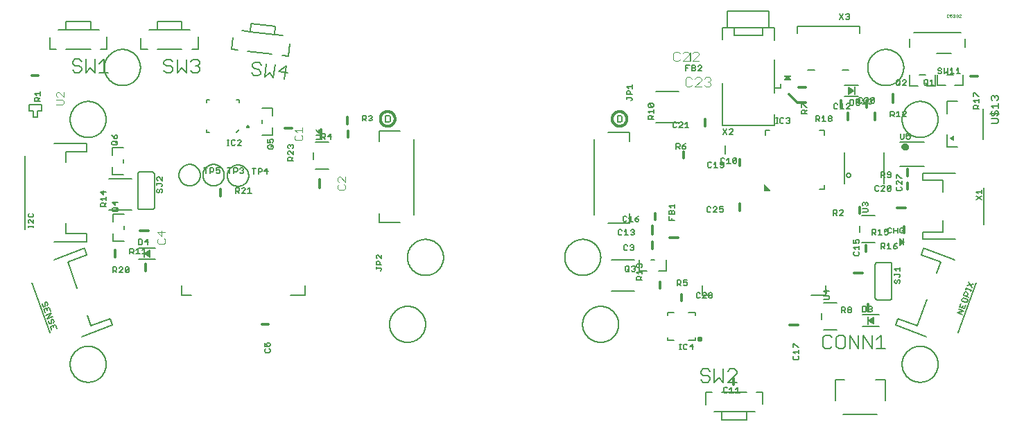
<source format=gbr>
G04 EAGLE Gerber RS-274X export*
G75*
%MOMM*%
%FSLAX34Y34*%
%LPD*%
%INSilkscreen Top*%
%IPPOS*%
%AMOC8*
5,1,8,0,0,1.08239X$1,22.5*%
G01*
%ADD10C,0.304800*%
%ADD11C,0.076200*%
%ADD12C,0.200000*%
%ADD13C,0.203200*%
%ADD14C,0.152400*%
%ADD15R,0.889000X0.190500*%
%ADD16C,0.127000*%
%ADD17C,0.101600*%
%ADD18C,0.177800*%
%ADD19C,0.609600*%
%ADD20R,0.200000X1.000000*%
%ADD21R,0.190500X0.889000*%
%ADD22C,0.050800*%
%ADD23C,0.406400*%

G36*
X324413Y2049D02*
X324413Y2049D01*
X324501Y2058D01*
X324522Y2068D01*
X324546Y2072D01*
X324623Y2118D01*
X324702Y2157D01*
X324719Y2174D01*
X324739Y2187D01*
X324795Y2256D01*
X324856Y2320D01*
X324865Y2342D01*
X324880Y2361D01*
X324909Y2445D01*
X324944Y2527D01*
X324945Y2551D01*
X324952Y2573D01*
X324950Y2662D01*
X324954Y2751D01*
X324946Y2774D01*
X324946Y2798D01*
X324912Y2880D01*
X324885Y2965D01*
X324869Y2986D01*
X324861Y3005D01*
X324827Y3043D01*
X324773Y3115D01*
X318169Y9719D01*
X318096Y9770D01*
X318027Y9826D01*
X318005Y9834D01*
X317985Y9848D01*
X317899Y9870D01*
X317815Y9898D01*
X317791Y9898D01*
X317768Y9904D01*
X317679Y9894D01*
X317590Y9892D01*
X317568Y9883D01*
X317545Y9880D01*
X317465Y9841D01*
X317383Y9807D01*
X317365Y9791D01*
X317344Y9781D01*
X317283Y9716D01*
X317217Y9656D01*
X317206Y9635D01*
X317190Y9618D01*
X317155Y9536D01*
X317114Y9456D01*
X317111Y9430D01*
X317102Y9411D01*
X317100Y9361D01*
X317087Y9271D01*
X317087Y2667D01*
X317098Y2602D01*
X317100Y2536D01*
X317118Y2493D01*
X317126Y2446D01*
X317160Y2389D01*
X317185Y2329D01*
X317216Y2294D01*
X317241Y2253D01*
X317292Y2212D01*
X317336Y2163D01*
X317378Y2141D01*
X317415Y2112D01*
X317477Y2091D01*
X317536Y2060D01*
X317590Y2052D01*
X317627Y2040D01*
X317667Y2041D01*
X317721Y2033D01*
X324325Y2033D01*
X324413Y2049D01*
G37*
G36*
X483132Y-64891D02*
X483132Y-64891D01*
X483150Y-64893D01*
X483252Y-64865D01*
X483355Y-64843D01*
X483370Y-64834D01*
X483387Y-64829D01*
X483532Y-64744D01*
X488612Y-60934D01*
X488615Y-60931D01*
X488619Y-60929D01*
X488700Y-60842D01*
X488782Y-60757D01*
X488784Y-60753D01*
X488787Y-60750D01*
X488837Y-60641D01*
X488887Y-60534D01*
X488887Y-60530D01*
X488889Y-60526D01*
X488902Y-60408D01*
X488915Y-60290D01*
X488915Y-60286D01*
X488915Y-60281D01*
X488889Y-60165D01*
X488865Y-60049D01*
X488862Y-60045D01*
X488861Y-60041D01*
X488800Y-59939D01*
X488740Y-59837D01*
X488736Y-59834D01*
X488734Y-59831D01*
X488612Y-59716D01*
X483532Y-55906D01*
X483516Y-55898D01*
X483503Y-55886D01*
X483488Y-55878D01*
X483480Y-55872D01*
X483430Y-55852D01*
X483407Y-55841D01*
X483314Y-55792D01*
X483296Y-55789D01*
X483280Y-55782D01*
X483175Y-55770D01*
X483071Y-55754D01*
X483053Y-55757D01*
X483036Y-55755D01*
X482933Y-55777D01*
X482828Y-55795D01*
X482813Y-55803D01*
X482795Y-55807D01*
X482705Y-55861D01*
X482612Y-55911D01*
X482599Y-55924D01*
X482584Y-55933D01*
X482515Y-56013D01*
X482443Y-56090D01*
X482436Y-56107D01*
X482424Y-56120D01*
X482385Y-56218D01*
X482341Y-56314D01*
X482339Y-56332D01*
X482332Y-56348D01*
X482314Y-56515D01*
X482314Y-64135D01*
X482317Y-64153D01*
X482315Y-64170D01*
X482336Y-64274D01*
X482354Y-64378D01*
X482362Y-64393D01*
X482366Y-64411D01*
X482419Y-64502D01*
X482469Y-64595D01*
X482481Y-64607D01*
X482491Y-64623D01*
X482570Y-64692D01*
X482647Y-64765D01*
X482663Y-64772D01*
X482677Y-64784D01*
X482774Y-64824D01*
X482870Y-64868D01*
X482888Y-64870D01*
X482904Y-64877D01*
X483010Y-64884D01*
X483114Y-64895D01*
X483132Y-64891D01*
G37*
G36*
X349903Y136877D02*
X349903Y136877D01*
X349920Y136875D01*
X350024Y136896D01*
X350128Y136914D01*
X350143Y136922D01*
X350161Y136926D01*
X350252Y136979D01*
X350345Y137029D01*
X350357Y137041D01*
X350373Y137051D01*
X350442Y137130D01*
X350515Y137207D01*
X350522Y137223D01*
X350534Y137237D01*
X350574Y137334D01*
X350618Y137430D01*
X350620Y137448D01*
X350627Y137464D01*
X350634Y137570D01*
X350645Y137674D01*
X350641Y137692D01*
X350643Y137710D01*
X350615Y137812D01*
X350593Y137915D01*
X350584Y137930D01*
X350579Y137947D01*
X350494Y138092D01*
X346684Y143172D01*
X346681Y143175D01*
X346679Y143179D01*
X346592Y143260D01*
X346507Y143342D01*
X346503Y143344D01*
X346500Y143347D01*
X346391Y143397D01*
X346284Y143447D01*
X346280Y143447D01*
X346276Y143449D01*
X346158Y143462D01*
X346040Y143475D01*
X346036Y143475D01*
X346031Y143475D01*
X345915Y143449D01*
X345799Y143425D01*
X345795Y143422D01*
X345791Y143421D01*
X345689Y143360D01*
X345587Y143300D01*
X345584Y143296D01*
X345581Y143294D01*
X345466Y143172D01*
X341656Y138092D01*
X341648Y138076D01*
X341636Y138063D01*
X341591Y137967D01*
X341542Y137874D01*
X341539Y137856D01*
X341532Y137840D01*
X341520Y137735D01*
X341504Y137631D01*
X341507Y137613D01*
X341505Y137596D01*
X341527Y137493D01*
X341545Y137388D01*
X341553Y137373D01*
X341557Y137355D01*
X341611Y137265D01*
X341661Y137172D01*
X341674Y137159D01*
X341683Y137144D01*
X341763Y137075D01*
X341840Y137003D01*
X341857Y136996D01*
X341870Y136984D01*
X341968Y136945D01*
X342064Y136901D01*
X342082Y136899D01*
X342098Y136892D01*
X342265Y136874D01*
X349885Y136874D01*
X349903Y136877D01*
G37*
G36*
X422065Y121453D02*
X422065Y121453D01*
X422136Y121451D01*
X422206Y121470D01*
X422277Y121478D01*
X422332Y121503D01*
X422411Y121523D01*
X422514Y121584D01*
X422583Y121615D01*
X425583Y123615D01*
X425670Y123692D01*
X425760Y123765D01*
X425775Y123787D01*
X425795Y123805D01*
X425857Y123902D01*
X425924Y123997D01*
X425932Y124023D01*
X425947Y124045D01*
X425979Y124156D01*
X426017Y124266D01*
X426018Y124293D01*
X426025Y124318D01*
X426025Y124434D01*
X426031Y124550D01*
X426025Y124576D01*
X426025Y124603D01*
X425993Y124714D01*
X425967Y124827D01*
X425954Y124850D01*
X425946Y124876D01*
X425884Y124974D01*
X425828Y125075D01*
X425810Y125091D01*
X425795Y125116D01*
X425587Y125301D01*
X425583Y125305D01*
X422583Y127305D01*
X422519Y127336D01*
X422459Y127376D01*
X422391Y127397D01*
X422327Y127428D01*
X422256Y127440D01*
X422188Y127461D01*
X422117Y127463D01*
X422047Y127475D01*
X421975Y127467D01*
X421904Y127469D01*
X421835Y127451D01*
X421764Y127442D01*
X421698Y127415D01*
X421629Y127397D01*
X421568Y127360D01*
X421502Y127333D01*
X421446Y127288D01*
X421384Y127252D01*
X421335Y127200D01*
X421280Y127155D01*
X421239Y127097D01*
X421190Y127044D01*
X421157Y126981D01*
X421116Y126923D01*
X421093Y126855D01*
X421060Y126791D01*
X421050Y126732D01*
X421023Y126654D01*
X421017Y126535D01*
X421005Y126460D01*
X421005Y122460D01*
X421015Y122389D01*
X421015Y122317D01*
X421035Y122249D01*
X421045Y122179D01*
X421074Y122113D01*
X421094Y122044D01*
X421132Y121984D01*
X421161Y121919D01*
X421207Y121864D01*
X421245Y121804D01*
X421299Y121756D01*
X421345Y121702D01*
X421404Y121662D01*
X421458Y121615D01*
X421522Y121584D01*
X421581Y121545D01*
X421650Y121523D01*
X421714Y121492D01*
X421784Y121480D01*
X421852Y121459D01*
X421924Y121457D01*
X421995Y121445D01*
X422065Y121453D01*
G37*
G36*
X-434040Y-77302D02*
X-434040Y-77302D01*
X-433969Y-77304D01*
X-433900Y-77286D01*
X-433829Y-77277D01*
X-433763Y-77250D01*
X-433694Y-77232D01*
X-433633Y-77195D01*
X-433567Y-77168D01*
X-433511Y-77123D01*
X-433449Y-77087D01*
X-433400Y-77035D01*
X-433345Y-76990D01*
X-433304Y-76932D01*
X-433255Y-76879D01*
X-433222Y-76816D01*
X-433181Y-76758D01*
X-433158Y-76690D01*
X-433125Y-76626D01*
X-433115Y-76567D01*
X-433088Y-76489D01*
X-433082Y-76370D01*
X-433070Y-76295D01*
X-433070Y-72295D01*
X-433080Y-72224D01*
X-433080Y-72152D01*
X-433100Y-72084D01*
X-433110Y-72014D01*
X-433139Y-71948D01*
X-433159Y-71879D01*
X-433197Y-71819D01*
X-433226Y-71754D01*
X-433272Y-71699D01*
X-433310Y-71639D01*
X-433364Y-71591D01*
X-433410Y-71537D01*
X-433469Y-71497D01*
X-433523Y-71450D01*
X-433587Y-71419D01*
X-433646Y-71380D01*
X-433715Y-71358D01*
X-433779Y-71327D01*
X-433849Y-71315D01*
X-433917Y-71294D01*
X-433989Y-71292D01*
X-434060Y-71280D01*
X-434130Y-71288D01*
X-434201Y-71286D01*
X-434271Y-71305D01*
X-434342Y-71313D01*
X-434397Y-71338D01*
X-434476Y-71358D01*
X-434579Y-71419D01*
X-434648Y-71450D01*
X-437648Y-73450D01*
X-437735Y-73527D01*
X-437825Y-73600D01*
X-437840Y-73622D01*
X-437860Y-73640D01*
X-437922Y-73737D01*
X-437989Y-73832D01*
X-437997Y-73858D01*
X-438012Y-73880D01*
X-438044Y-73991D01*
X-438082Y-74101D01*
X-438083Y-74128D01*
X-438090Y-74153D01*
X-438090Y-74269D01*
X-438096Y-74385D01*
X-438090Y-74411D01*
X-438090Y-74438D01*
X-438058Y-74549D01*
X-438032Y-74662D01*
X-438019Y-74685D01*
X-438011Y-74711D01*
X-437949Y-74809D01*
X-437893Y-74910D01*
X-437875Y-74926D01*
X-437860Y-74951D01*
X-437652Y-75136D01*
X-437648Y-75140D01*
X-434648Y-77140D01*
X-434584Y-77171D01*
X-434524Y-77211D01*
X-434456Y-77232D01*
X-434392Y-77263D01*
X-434321Y-77275D01*
X-434253Y-77296D01*
X-434182Y-77298D01*
X-434112Y-77310D01*
X-434040Y-77302D01*
G37*
G36*
X449560Y-159217D02*
X449560Y-159217D01*
X449631Y-159219D01*
X449700Y-159201D01*
X449771Y-159192D01*
X449837Y-159165D01*
X449906Y-159147D01*
X449967Y-159110D01*
X450033Y-159083D01*
X450089Y-159038D01*
X450151Y-159002D01*
X450200Y-158950D01*
X450255Y-158905D01*
X450296Y-158847D01*
X450345Y-158794D01*
X450378Y-158731D01*
X450419Y-158673D01*
X450442Y-158605D01*
X450475Y-158541D01*
X450485Y-158482D01*
X450512Y-158404D01*
X450518Y-158285D01*
X450530Y-158210D01*
X450530Y-154210D01*
X450520Y-154139D01*
X450520Y-154067D01*
X450500Y-153999D01*
X450490Y-153929D01*
X450461Y-153863D01*
X450441Y-153794D01*
X450403Y-153734D01*
X450374Y-153669D01*
X450328Y-153614D01*
X450290Y-153554D01*
X450237Y-153506D01*
X450191Y-153452D01*
X450131Y-153412D01*
X450077Y-153365D01*
X450013Y-153334D01*
X449954Y-153295D01*
X449886Y-153273D01*
X449821Y-153242D01*
X449751Y-153230D01*
X449683Y-153209D01*
X449611Y-153207D01*
X449541Y-153195D01*
X449470Y-153203D01*
X449399Y-153201D01*
X449329Y-153220D01*
X449258Y-153228D01*
X449203Y-153253D01*
X449124Y-153273D01*
X449021Y-153334D01*
X448952Y-153365D01*
X445952Y-155365D01*
X445865Y-155442D01*
X445775Y-155515D01*
X445760Y-155537D01*
X445740Y-155555D01*
X445678Y-155652D01*
X445611Y-155747D01*
X445603Y-155773D01*
X445588Y-155795D01*
X445556Y-155906D01*
X445518Y-156016D01*
X445517Y-156043D01*
X445510Y-156068D01*
X445510Y-156184D01*
X445504Y-156300D01*
X445510Y-156326D01*
X445510Y-156353D01*
X445542Y-156464D01*
X445568Y-156577D01*
X445581Y-156600D01*
X445589Y-156626D01*
X445651Y-156724D01*
X445707Y-156825D01*
X445725Y-156841D01*
X445740Y-156866D01*
X445948Y-157051D01*
X445952Y-157055D01*
X448952Y-159055D01*
X449016Y-159086D01*
X449076Y-159126D01*
X449144Y-159147D01*
X449208Y-159178D01*
X449279Y-159190D01*
X449347Y-159211D01*
X449418Y-159213D01*
X449489Y-159225D01*
X449560Y-159217D01*
G37*
G36*
X548919Y63609D02*
X548919Y63609D01*
X548946Y63609D01*
X549025Y63642D01*
X549107Y63667D01*
X549129Y63684D01*
X549153Y63694D01*
X549217Y63752D01*
X549285Y63804D01*
X549299Y63827D01*
X549319Y63845D01*
X549358Y63922D01*
X549404Y63994D01*
X549409Y64021D01*
X549422Y64045D01*
X549441Y64175D01*
X549449Y64214D01*
X549448Y64221D01*
X549449Y64230D01*
X549449Y69310D01*
X549445Y69337D01*
X549447Y69363D01*
X549437Y69402D01*
X549436Y69435D01*
X549420Y69473D01*
X549410Y69531D01*
X549396Y69554D01*
X549389Y69580D01*
X549360Y69620D01*
X549351Y69642D01*
X549330Y69666D01*
X549295Y69724D01*
X549275Y69741D01*
X549259Y69763D01*
X549212Y69795D01*
X549200Y69808D01*
X549178Y69819D01*
X549121Y69865D01*
X549096Y69874D01*
X549074Y69889D01*
X549013Y69904D01*
X549000Y69911D01*
X548978Y69914D01*
X548909Y69937D01*
X548882Y69937D01*
X548856Y69943D01*
X548815Y69938D01*
X548806Y69938D01*
X548791Y69936D01*
X548770Y69933D01*
X548684Y69931D01*
X548660Y69921D01*
X548633Y69918D01*
X548597Y69901D01*
X548585Y69899D01*
X548556Y69882D01*
X548513Y69861D01*
X548477Y69846D01*
X548471Y69841D01*
X548463Y69838D01*
X544653Y67298D01*
X544610Y67256D01*
X544595Y67247D01*
X544585Y67234D01*
X544535Y67196D01*
X544517Y67166D01*
X544491Y67142D01*
X544464Y67086D01*
X544454Y67073D01*
X544449Y67058D01*
X544416Y67006D01*
X544409Y66972D01*
X544394Y66940D01*
X544388Y66878D01*
X544382Y66861D01*
X544383Y66843D01*
X544371Y66786D01*
X544376Y66751D01*
X544373Y66717D01*
X544388Y66660D01*
X544389Y66636D01*
X544397Y66616D01*
X544405Y66564D01*
X544422Y66534D01*
X544431Y66500D01*
X544462Y66457D01*
X544473Y66429D01*
X544492Y66407D01*
X544514Y66368D01*
X544544Y66342D01*
X544561Y66317D01*
X544598Y66292D01*
X544625Y66263D01*
X544638Y66256D01*
X544653Y66242D01*
X548463Y63702D01*
X548488Y63692D01*
X548509Y63675D01*
X548590Y63647D01*
X548669Y63613D01*
X548696Y63611D01*
X548721Y63603D01*
X548807Y63605D01*
X548893Y63601D01*
X548919Y63609D01*
G37*
D10*
X368300Y110490D02*
X358140Y110490D01*
X347980Y120650D01*
X-223995Y77470D02*
X-223995Y67310D01*
D11*
X-253944Y70331D02*
X-255512Y68764D01*
X-255512Y65628D01*
X-253944Y64061D01*
X-247674Y64061D01*
X-246106Y65628D01*
X-246106Y68764D01*
X-247674Y70331D01*
X-252377Y73416D02*
X-255512Y76551D01*
X-246106Y76551D01*
X-246106Y73416D02*
X-246106Y79687D01*
D10*
X-225265Y15875D02*
X-225265Y5715D01*
D11*
X-203162Y8419D02*
X-201594Y9987D01*
X-203162Y8419D02*
X-203162Y5284D01*
X-201594Y3716D01*
X-195324Y3716D01*
X-193756Y5284D01*
X-193756Y8419D01*
X-195324Y9987D01*
X-193756Y13071D02*
X-193756Y19342D01*
X-193756Y13071D02*
X-200027Y19342D01*
X-201594Y19342D01*
X-203162Y17774D01*
X-203162Y14639D01*
X-201594Y13071D01*
D10*
X-434815Y-46355D02*
X-444975Y-46355D01*
D11*
X-423152Y-57601D02*
X-421584Y-56034D01*
X-423152Y-57601D02*
X-423152Y-60737D01*
X-421584Y-62304D01*
X-415314Y-62304D01*
X-413746Y-60737D01*
X-413746Y-57601D01*
X-415314Y-56034D01*
X-413746Y-48246D02*
X-423152Y-48246D01*
X-418449Y-52949D01*
X-418449Y-46679D01*
D12*
X486000Y-209550D02*
X486007Y-209010D01*
X486026Y-208471D01*
X486060Y-207932D01*
X486106Y-207394D01*
X486165Y-206857D01*
X486238Y-206322D01*
X486324Y-205789D01*
X486423Y-205258D01*
X486535Y-204730D01*
X486659Y-204204D01*
X486797Y-203682D01*
X486947Y-203164D01*
X487110Y-202649D01*
X487286Y-202138D01*
X487474Y-201632D01*
X487675Y-201131D01*
X487887Y-200635D01*
X488112Y-200144D01*
X488349Y-199659D01*
X488598Y-199179D01*
X488858Y-198706D01*
X489130Y-198240D01*
X489413Y-197780D01*
X489708Y-197327D01*
X490013Y-196882D01*
X490329Y-196445D01*
X490656Y-196015D01*
X490994Y-195593D01*
X491341Y-195180D01*
X491699Y-194776D01*
X492067Y-194380D01*
X492444Y-193994D01*
X492830Y-193617D01*
X493226Y-193249D01*
X493630Y-192891D01*
X494043Y-192544D01*
X494465Y-192206D01*
X494895Y-191879D01*
X495332Y-191563D01*
X495777Y-191258D01*
X496230Y-190963D01*
X496690Y-190680D01*
X497156Y-190408D01*
X497629Y-190148D01*
X498109Y-189899D01*
X498594Y-189662D01*
X499085Y-189437D01*
X499581Y-189225D01*
X500082Y-189024D01*
X500588Y-188836D01*
X501099Y-188660D01*
X501614Y-188497D01*
X502132Y-188347D01*
X502654Y-188209D01*
X503180Y-188085D01*
X503708Y-187973D01*
X504239Y-187874D01*
X504772Y-187788D01*
X505307Y-187715D01*
X505844Y-187656D01*
X506382Y-187610D01*
X506921Y-187576D01*
X507460Y-187557D01*
X508000Y-187550D01*
X508540Y-187557D01*
X509079Y-187576D01*
X509618Y-187610D01*
X510156Y-187656D01*
X510693Y-187715D01*
X511228Y-187788D01*
X511761Y-187874D01*
X512292Y-187973D01*
X512820Y-188085D01*
X513346Y-188209D01*
X513868Y-188347D01*
X514386Y-188497D01*
X514901Y-188660D01*
X515412Y-188836D01*
X515918Y-189024D01*
X516419Y-189225D01*
X516915Y-189437D01*
X517406Y-189662D01*
X517891Y-189899D01*
X518371Y-190148D01*
X518844Y-190408D01*
X519310Y-190680D01*
X519770Y-190963D01*
X520223Y-191258D01*
X520668Y-191563D01*
X521105Y-191879D01*
X521535Y-192206D01*
X521957Y-192544D01*
X522370Y-192891D01*
X522774Y-193249D01*
X523170Y-193617D01*
X523556Y-193994D01*
X523933Y-194380D01*
X524301Y-194776D01*
X524659Y-195180D01*
X525006Y-195593D01*
X525344Y-196015D01*
X525671Y-196445D01*
X525987Y-196882D01*
X526292Y-197327D01*
X526587Y-197780D01*
X526870Y-198240D01*
X527142Y-198706D01*
X527402Y-199179D01*
X527651Y-199659D01*
X527888Y-200144D01*
X528113Y-200635D01*
X528325Y-201131D01*
X528526Y-201632D01*
X528714Y-202138D01*
X528890Y-202649D01*
X529053Y-203164D01*
X529203Y-203682D01*
X529341Y-204204D01*
X529465Y-204730D01*
X529577Y-205258D01*
X529676Y-205789D01*
X529762Y-206322D01*
X529835Y-206857D01*
X529894Y-207394D01*
X529940Y-207932D01*
X529974Y-208471D01*
X529993Y-209010D01*
X530000Y-209550D01*
X529993Y-210090D01*
X529974Y-210629D01*
X529940Y-211168D01*
X529894Y-211706D01*
X529835Y-212243D01*
X529762Y-212778D01*
X529676Y-213311D01*
X529577Y-213842D01*
X529465Y-214370D01*
X529341Y-214896D01*
X529203Y-215418D01*
X529053Y-215936D01*
X528890Y-216451D01*
X528714Y-216962D01*
X528526Y-217468D01*
X528325Y-217969D01*
X528113Y-218465D01*
X527888Y-218956D01*
X527651Y-219441D01*
X527402Y-219921D01*
X527142Y-220394D01*
X526870Y-220860D01*
X526587Y-221320D01*
X526292Y-221773D01*
X525987Y-222218D01*
X525671Y-222655D01*
X525344Y-223085D01*
X525006Y-223507D01*
X524659Y-223920D01*
X524301Y-224324D01*
X523933Y-224720D01*
X523556Y-225106D01*
X523170Y-225483D01*
X522774Y-225851D01*
X522370Y-226209D01*
X521957Y-226556D01*
X521535Y-226894D01*
X521105Y-227221D01*
X520668Y-227537D01*
X520223Y-227842D01*
X519770Y-228137D01*
X519310Y-228420D01*
X518844Y-228692D01*
X518371Y-228952D01*
X517891Y-229201D01*
X517406Y-229438D01*
X516915Y-229663D01*
X516419Y-229875D01*
X515918Y-230076D01*
X515412Y-230264D01*
X514901Y-230440D01*
X514386Y-230603D01*
X513868Y-230753D01*
X513346Y-230891D01*
X512820Y-231015D01*
X512292Y-231127D01*
X511761Y-231226D01*
X511228Y-231312D01*
X510693Y-231385D01*
X510156Y-231444D01*
X509618Y-231490D01*
X509079Y-231524D01*
X508540Y-231543D01*
X508000Y-231550D01*
X507460Y-231543D01*
X506921Y-231524D01*
X506382Y-231490D01*
X505844Y-231444D01*
X505307Y-231385D01*
X504772Y-231312D01*
X504239Y-231226D01*
X503708Y-231127D01*
X503180Y-231015D01*
X502654Y-230891D01*
X502132Y-230753D01*
X501614Y-230603D01*
X501099Y-230440D01*
X500588Y-230264D01*
X500082Y-230076D01*
X499581Y-229875D01*
X499085Y-229663D01*
X498594Y-229438D01*
X498109Y-229201D01*
X497629Y-228952D01*
X497156Y-228692D01*
X496690Y-228420D01*
X496230Y-228137D01*
X495777Y-227842D01*
X495332Y-227537D01*
X494895Y-227221D01*
X494465Y-226894D01*
X494043Y-226556D01*
X493630Y-226209D01*
X493226Y-225851D01*
X492830Y-225483D01*
X492444Y-225106D01*
X492067Y-224720D01*
X491699Y-224324D01*
X491341Y-223920D01*
X490994Y-223507D01*
X490656Y-223085D01*
X490329Y-222655D01*
X490013Y-222218D01*
X489708Y-221773D01*
X489413Y-221320D01*
X489130Y-220860D01*
X488858Y-220394D01*
X488598Y-219921D01*
X488349Y-219441D01*
X488112Y-218956D01*
X487887Y-218465D01*
X487675Y-217969D01*
X487474Y-217468D01*
X487286Y-216962D01*
X487110Y-216451D01*
X486947Y-215936D01*
X486797Y-215418D01*
X486659Y-214896D01*
X486535Y-214370D01*
X486423Y-213842D01*
X486324Y-213311D01*
X486238Y-212778D01*
X486165Y-212243D01*
X486106Y-211706D01*
X486060Y-211168D01*
X486026Y-210629D01*
X486007Y-210090D01*
X486000Y-209550D01*
X-530000Y-209550D02*
X-529993Y-209010D01*
X-529974Y-208471D01*
X-529940Y-207932D01*
X-529894Y-207394D01*
X-529835Y-206857D01*
X-529762Y-206322D01*
X-529676Y-205789D01*
X-529577Y-205258D01*
X-529465Y-204730D01*
X-529341Y-204204D01*
X-529203Y-203682D01*
X-529053Y-203164D01*
X-528890Y-202649D01*
X-528714Y-202138D01*
X-528526Y-201632D01*
X-528325Y-201131D01*
X-528113Y-200635D01*
X-527888Y-200144D01*
X-527651Y-199659D01*
X-527402Y-199179D01*
X-527142Y-198706D01*
X-526870Y-198240D01*
X-526587Y-197780D01*
X-526292Y-197327D01*
X-525987Y-196882D01*
X-525671Y-196445D01*
X-525344Y-196015D01*
X-525006Y-195593D01*
X-524659Y-195180D01*
X-524301Y-194776D01*
X-523933Y-194380D01*
X-523556Y-193994D01*
X-523170Y-193617D01*
X-522774Y-193249D01*
X-522370Y-192891D01*
X-521957Y-192544D01*
X-521535Y-192206D01*
X-521105Y-191879D01*
X-520668Y-191563D01*
X-520223Y-191258D01*
X-519770Y-190963D01*
X-519310Y-190680D01*
X-518844Y-190408D01*
X-518371Y-190148D01*
X-517891Y-189899D01*
X-517406Y-189662D01*
X-516915Y-189437D01*
X-516419Y-189225D01*
X-515918Y-189024D01*
X-515412Y-188836D01*
X-514901Y-188660D01*
X-514386Y-188497D01*
X-513868Y-188347D01*
X-513346Y-188209D01*
X-512820Y-188085D01*
X-512292Y-187973D01*
X-511761Y-187874D01*
X-511228Y-187788D01*
X-510693Y-187715D01*
X-510156Y-187656D01*
X-509618Y-187610D01*
X-509079Y-187576D01*
X-508540Y-187557D01*
X-508000Y-187550D01*
X-507460Y-187557D01*
X-506921Y-187576D01*
X-506382Y-187610D01*
X-505844Y-187656D01*
X-505307Y-187715D01*
X-504772Y-187788D01*
X-504239Y-187874D01*
X-503708Y-187973D01*
X-503180Y-188085D01*
X-502654Y-188209D01*
X-502132Y-188347D01*
X-501614Y-188497D01*
X-501099Y-188660D01*
X-500588Y-188836D01*
X-500082Y-189024D01*
X-499581Y-189225D01*
X-499085Y-189437D01*
X-498594Y-189662D01*
X-498109Y-189899D01*
X-497629Y-190148D01*
X-497156Y-190408D01*
X-496690Y-190680D01*
X-496230Y-190963D01*
X-495777Y-191258D01*
X-495332Y-191563D01*
X-494895Y-191879D01*
X-494465Y-192206D01*
X-494043Y-192544D01*
X-493630Y-192891D01*
X-493226Y-193249D01*
X-492830Y-193617D01*
X-492444Y-193994D01*
X-492067Y-194380D01*
X-491699Y-194776D01*
X-491341Y-195180D01*
X-490994Y-195593D01*
X-490656Y-196015D01*
X-490329Y-196445D01*
X-490013Y-196882D01*
X-489708Y-197327D01*
X-489413Y-197780D01*
X-489130Y-198240D01*
X-488858Y-198706D01*
X-488598Y-199179D01*
X-488349Y-199659D01*
X-488112Y-200144D01*
X-487887Y-200635D01*
X-487675Y-201131D01*
X-487474Y-201632D01*
X-487286Y-202138D01*
X-487110Y-202649D01*
X-486947Y-203164D01*
X-486797Y-203682D01*
X-486659Y-204204D01*
X-486535Y-204730D01*
X-486423Y-205258D01*
X-486324Y-205789D01*
X-486238Y-206322D01*
X-486165Y-206857D01*
X-486106Y-207394D01*
X-486060Y-207932D01*
X-486026Y-208471D01*
X-486007Y-209010D01*
X-486000Y-209550D01*
X-486007Y-210090D01*
X-486026Y-210629D01*
X-486060Y-211168D01*
X-486106Y-211706D01*
X-486165Y-212243D01*
X-486238Y-212778D01*
X-486324Y-213311D01*
X-486423Y-213842D01*
X-486535Y-214370D01*
X-486659Y-214896D01*
X-486797Y-215418D01*
X-486947Y-215936D01*
X-487110Y-216451D01*
X-487286Y-216962D01*
X-487474Y-217468D01*
X-487675Y-217969D01*
X-487887Y-218465D01*
X-488112Y-218956D01*
X-488349Y-219441D01*
X-488598Y-219921D01*
X-488858Y-220394D01*
X-489130Y-220860D01*
X-489413Y-221320D01*
X-489708Y-221773D01*
X-490013Y-222218D01*
X-490329Y-222655D01*
X-490656Y-223085D01*
X-490994Y-223507D01*
X-491341Y-223920D01*
X-491699Y-224324D01*
X-492067Y-224720D01*
X-492444Y-225106D01*
X-492830Y-225483D01*
X-493226Y-225851D01*
X-493630Y-226209D01*
X-494043Y-226556D01*
X-494465Y-226894D01*
X-494895Y-227221D01*
X-495332Y-227537D01*
X-495777Y-227842D01*
X-496230Y-228137D01*
X-496690Y-228420D01*
X-497156Y-228692D01*
X-497629Y-228952D01*
X-498109Y-229201D01*
X-498594Y-229438D01*
X-499085Y-229663D01*
X-499581Y-229875D01*
X-500082Y-230076D01*
X-500588Y-230264D01*
X-501099Y-230440D01*
X-501614Y-230603D01*
X-502132Y-230753D01*
X-502654Y-230891D01*
X-503180Y-231015D01*
X-503708Y-231127D01*
X-504239Y-231226D01*
X-504772Y-231312D01*
X-505307Y-231385D01*
X-505844Y-231444D01*
X-506382Y-231490D01*
X-506921Y-231524D01*
X-507460Y-231543D01*
X-508000Y-231550D01*
X-508540Y-231543D01*
X-509079Y-231524D01*
X-509618Y-231490D01*
X-510156Y-231444D01*
X-510693Y-231385D01*
X-511228Y-231312D01*
X-511761Y-231226D01*
X-512292Y-231127D01*
X-512820Y-231015D01*
X-513346Y-230891D01*
X-513868Y-230753D01*
X-514386Y-230603D01*
X-514901Y-230440D01*
X-515412Y-230264D01*
X-515918Y-230076D01*
X-516419Y-229875D01*
X-516915Y-229663D01*
X-517406Y-229438D01*
X-517891Y-229201D01*
X-518371Y-228952D01*
X-518844Y-228692D01*
X-519310Y-228420D01*
X-519770Y-228137D01*
X-520223Y-227842D01*
X-520668Y-227537D01*
X-521105Y-227221D01*
X-521535Y-226894D01*
X-521957Y-226556D01*
X-522370Y-226209D01*
X-522774Y-225851D01*
X-523170Y-225483D01*
X-523556Y-225106D01*
X-523933Y-224720D01*
X-524301Y-224324D01*
X-524659Y-223920D01*
X-525006Y-223507D01*
X-525344Y-223085D01*
X-525671Y-222655D01*
X-525987Y-222218D01*
X-526292Y-221773D01*
X-526587Y-221320D01*
X-526870Y-220860D01*
X-527142Y-220394D01*
X-527402Y-219921D01*
X-527651Y-219441D01*
X-527888Y-218956D01*
X-528113Y-218465D01*
X-528325Y-217969D01*
X-528526Y-217468D01*
X-528714Y-216962D01*
X-528890Y-216451D01*
X-529053Y-215936D01*
X-529203Y-215418D01*
X-529341Y-214896D01*
X-529465Y-214370D01*
X-529577Y-213842D01*
X-529676Y-213311D01*
X-529762Y-212778D01*
X-529835Y-212243D01*
X-529894Y-211706D01*
X-529940Y-211168D01*
X-529974Y-210629D01*
X-529993Y-210090D01*
X-530000Y-209550D01*
X-488090Y153035D02*
X-488083Y153575D01*
X-488064Y154114D01*
X-488030Y154653D01*
X-487984Y155191D01*
X-487925Y155728D01*
X-487852Y156263D01*
X-487766Y156796D01*
X-487667Y157327D01*
X-487555Y157855D01*
X-487431Y158381D01*
X-487293Y158903D01*
X-487143Y159421D01*
X-486980Y159936D01*
X-486804Y160447D01*
X-486616Y160953D01*
X-486415Y161454D01*
X-486203Y161950D01*
X-485978Y162441D01*
X-485741Y162926D01*
X-485492Y163406D01*
X-485232Y163879D01*
X-484960Y164345D01*
X-484677Y164805D01*
X-484382Y165258D01*
X-484077Y165703D01*
X-483761Y166140D01*
X-483434Y166570D01*
X-483096Y166992D01*
X-482749Y167405D01*
X-482391Y167809D01*
X-482023Y168205D01*
X-481646Y168591D01*
X-481260Y168968D01*
X-480864Y169336D01*
X-480460Y169694D01*
X-480047Y170041D01*
X-479625Y170379D01*
X-479195Y170706D01*
X-478758Y171022D01*
X-478313Y171327D01*
X-477860Y171622D01*
X-477400Y171905D01*
X-476934Y172177D01*
X-476461Y172437D01*
X-475981Y172686D01*
X-475496Y172923D01*
X-475005Y173148D01*
X-474509Y173360D01*
X-474008Y173561D01*
X-473502Y173749D01*
X-472991Y173925D01*
X-472476Y174088D01*
X-471958Y174238D01*
X-471436Y174376D01*
X-470910Y174500D01*
X-470382Y174612D01*
X-469851Y174711D01*
X-469318Y174797D01*
X-468783Y174870D01*
X-468246Y174929D01*
X-467708Y174975D01*
X-467169Y175009D01*
X-466630Y175028D01*
X-466090Y175035D01*
X-465550Y175028D01*
X-465011Y175009D01*
X-464472Y174975D01*
X-463934Y174929D01*
X-463397Y174870D01*
X-462862Y174797D01*
X-462329Y174711D01*
X-461798Y174612D01*
X-461270Y174500D01*
X-460744Y174376D01*
X-460222Y174238D01*
X-459704Y174088D01*
X-459189Y173925D01*
X-458678Y173749D01*
X-458172Y173561D01*
X-457671Y173360D01*
X-457175Y173148D01*
X-456684Y172923D01*
X-456199Y172686D01*
X-455719Y172437D01*
X-455246Y172177D01*
X-454780Y171905D01*
X-454320Y171622D01*
X-453867Y171327D01*
X-453422Y171022D01*
X-452985Y170706D01*
X-452555Y170379D01*
X-452133Y170041D01*
X-451720Y169694D01*
X-451316Y169336D01*
X-450920Y168968D01*
X-450534Y168591D01*
X-450157Y168205D01*
X-449789Y167809D01*
X-449431Y167405D01*
X-449084Y166992D01*
X-448746Y166570D01*
X-448419Y166140D01*
X-448103Y165703D01*
X-447798Y165258D01*
X-447503Y164805D01*
X-447220Y164345D01*
X-446948Y163879D01*
X-446688Y163406D01*
X-446439Y162926D01*
X-446202Y162441D01*
X-445977Y161950D01*
X-445765Y161454D01*
X-445564Y160953D01*
X-445376Y160447D01*
X-445200Y159936D01*
X-445037Y159421D01*
X-444887Y158903D01*
X-444749Y158381D01*
X-444625Y157855D01*
X-444513Y157327D01*
X-444414Y156796D01*
X-444328Y156263D01*
X-444255Y155728D01*
X-444196Y155191D01*
X-444150Y154653D01*
X-444116Y154114D01*
X-444097Y153575D01*
X-444090Y153035D01*
X-444097Y152495D01*
X-444116Y151956D01*
X-444150Y151417D01*
X-444196Y150879D01*
X-444255Y150342D01*
X-444328Y149807D01*
X-444414Y149274D01*
X-444513Y148743D01*
X-444625Y148215D01*
X-444749Y147689D01*
X-444887Y147167D01*
X-445037Y146649D01*
X-445200Y146134D01*
X-445376Y145623D01*
X-445564Y145117D01*
X-445765Y144616D01*
X-445977Y144120D01*
X-446202Y143629D01*
X-446439Y143144D01*
X-446688Y142664D01*
X-446948Y142191D01*
X-447220Y141725D01*
X-447503Y141265D01*
X-447798Y140812D01*
X-448103Y140367D01*
X-448419Y139930D01*
X-448746Y139500D01*
X-449084Y139078D01*
X-449431Y138665D01*
X-449789Y138261D01*
X-450157Y137865D01*
X-450534Y137479D01*
X-450920Y137102D01*
X-451316Y136734D01*
X-451720Y136376D01*
X-452133Y136029D01*
X-452555Y135691D01*
X-452985Y135364D01*
X-453422Y135048D01*
X-453867Y134743D01*
X-454320Y134448D01*
X-454780Y134165D01*
X-455246Y133893D01*
X-455719Y133633D01*
X-456199Y133384D01*
X-456684Y133147D01*
X-457175Y132922D01*
X-457671Y132710D01*
X-458172Y132509D01*
X-458678Y132321D01*
X-459189Y132145D01*
X-459704Y131982D01*
X-460222Y131832D01*
X-460744Y131694D01*
X-461270Y131570D01*
X-461798Y131458D01*
X-462329Y131359D01*
X-462862Y131273D01*
X-463397Y131200D01*
X-463934Y131141D01*
X-464472Y131095D01*
X-465011Y131061D01*
X-465550Y131042D01*
X-466090Y131035D01*
X-466630Y131042D01*
X-467169Y131061D01*
X-467708Y131095D01*
X-468246Y131141D01*
X-468783Y131200D01*
X-469318Y131273D01*
X-469851Y131359D01*
X-470382Y131458D01*
X-470910Y131570D01*
X-471436Y131694D01*
X-471958Y131832D01*
X-472476Y131982D01*
X-472991Y132145D01*
X-473502Y132321D01*
X-474008Y132509D01*
X-474509Y132710D01*
X-475005Y132922D01*
X-475496Y133147D01*
X-475981Y133384D01*
X-476461Y133633D01*
X-476934Y133893D01*
X-477400Y134165D01*
X-477860Y134448D01*
X-478313Y134743D01*
X-478758Y135048D01*
X-479195Y135364D01*
X-479625Y135691D01*
X-480047Y136029D01*
X-480460Y136376D01*
X-480864Y136734D01*
X-481260Y137102D01*
X-481646Y137479D01*
X-482023Y137865D01*
X-482391Y138261D01*
X-482749Y138665D01*
X-483096Y139078D01*
X-483434Y139500D01*
X-483761Y139930D01*
X-484077Y140367D01*
X-484382Y140812D01*
X-484677Y141265D01*
X-484960Y141725D01*
X-485232Y142191D01*
X-485492Y142664D01*
X-485741Y143144D01*
X-485978Y143629D01*
X-486203Y144120D01*
X-486415Y144616D01*
X-486616Y145117D01*
X-486804Y145623D01*
X-486980Y146134D01*
X-487143Y146649D01*
X-487293Y147167D01*
X-487431Y147689D01*
X-487555Y148215D01*
X-487667Y148743D01*
X-487766Y149274D01*
X-487852Y149807D01*
X-487925Y150342D01*
X-487984Y150879D01*
X-488030Y151417D01*
X-488064Y151956D01*
X-488083Y152495D01*
X-488090Y153035D01*
X444090Y153035D02*
X444097Y153575D01*
X444116Y154114D01*
X444150Y154653D01*
X444196Y155191D01*
X444255Y155728D01*
X444328Y156263D01*
X444414Y156796D01*
X444513Y157327D01*
X444625Y157855D01*
X444749Y158381D01*
X444887Y158903D01*
X445037Y159421D01*
X445200Y159936D01*
X445376Y160447D01*
X445564Y160953D01*
X445765Y161454D01*
X445977Y161950D01*
X446202Y162441D01*
X446439Y162926D01*
X446688Y163406D01*
X446948Y163879D01*
X447220Y164345D01*
X447503Y164805D01*
X447798Y165258D01*
X448103Y165703D01*
X448419Y166140D01*
X448746Y166570D01*
X449084Y166992D01*
X449431Y167405D01*
X449789Y167809D01*
X450157Y168205D01*
X450534Y168591D01*
X450920Y168968D01*
X451316Y169336D01*
X451720Y169694D01*
X452133Y170041D01*
X452555Y170379D01*
X452985Y170706D01*
X453422Y171022D01*
X453867Y171327D01*
X454320Y171622D01*
X454780Y171905D01*
X455246Y172177D01*
X455719Y172437D01*
X456199Y172686D01*
X456684Y172923D01*
X457175Y173148D01*
X457671Y173360D01*
X458172Y173561D01*
X458678Y173749D01*
X459189Y173925D01*
X459704Y174088D01*
X460222Y174238D01*
X460744Y174376D01*
X461270Y174500D01*
X461798Y174612D01*
X462329Y174711D01*
X462862Y174797D01*
X463397Y174870D01*
X463934Y174929D01*
X464472Y174975D01*
X465011Y175009D01*
X465550Y175028D01*
X466090Y175035D01*
X466630Y175028D01*
X467169Y175009D01*
X467708Y174975D01*
X468246Y174929D01*
X468783Y174870D01*
X469318Y174797D01*
X469851Y174711D01*
X470382Y174612D01*
X470910Y174500D01*
X471436Y174376D01*
X471958Y174238D01*
X472476Y174088D01*
X472991Y173925D01*
X473502Y173749D01*
X474008Y173561D01*
X474509Y173360D01*
X475005Y173148D01*
X475496Y172923D01*
X475981Y172686D01*
X476461Y172437D01*
X476934Y172177D01*
X477400Y171905D01*
X477860Y171622D01*
X478313Y171327D01*
X478758Y171022D01*
X479195Y170706D01*
X479625Y170379D01*
X480047Y170041D01*
X480460Y169694D01*
X480864Y169336D01*
X481260Y168968D01*
X481646Y168591D01*
X482023Y168205D01*
X482391Y167809D01*
X482749Y167405D01*
X483096Y166992D01*
X483434Y166570D01*
X483761Y166140D01*
X484077Y165703D01*
X484382Y165258D01*
X484677Y164805D01*
X484960Y164345D01*
X485232Y163879D01*
X485492Y163406D01*
X485741Y162926D01*
X485978Y162441D01*
X486203Y161950D01*
X486415Y161454D01*
X486616Y160953D01*
X486804Y160447D01*
X486980Y159936D01*
X487143Y159421D01*
X487293Y158903D01*
X487431Y158381D01*
X487555Y157855D01*
X487667Y157327D01*
X487766Y156796D01*
X487852Y156263D01*
X487925Y155728D01*
X487984Y155191D01*
X488030Y154653D01*
X488064Y154114D01*
X488083Y153575D01*
X488090Y153035D01*
X488083Y152495D01*
X488064Y151956D01*
X488030Y151417D01*
X487984Y150879D01*
X487925Y150342D01*
X487852Y149807D01*
X487766Y149274D01*
X487667Y148743D01*
X487555Y148215D01*
X487431Y147689D01*
X487293Y147167D01*
X487143Y146649D01*
X486980Y146134D01*
X486804Y145623D01*
X486616Y145117D01*
X486415Y144616D01*
X486203Y144120D01*
X485978Y143629D01*
X485741Y143144D01*
X485492Y142664D01*
X485232Y142191D01*
X484960Y141725D01*
X484677Y141265D01*
X484382Y140812D01*
X484077Y140367D01*
X483761Y139930D01*
X483434Y139500D01*
X483096Y139078D01*
X482749Y138665D01*
X482391Y138261D01*
X482023Y137865D01*
X481646Y137479D01*
X481260Y137102D01*
X480864Y136734D01*
X480460Y136376D01*
X480047Y136029D01*
X479625Y135691D01*
X479195Y135364D01*
X478758Y135048D01*
X478313Y134743D01*
X477860Y134448D01*
X477400Y134165D01*
X476934Y133893D01*
X476461Y133633D01*
X475981Y133384D01*
X475496Y133147D01*
X475005Y132922D01*
X474509Y132710D01*
X474008Y132509D01*
X473502Y132321D01*
X472991Y132145D01*
X472476Y131982D01*
X471958Y131832D01*
X471436Y131694D01*
X470910Y131570D01*
X470382Y131458D01*
X469851Y131359D01*
X469318Y131273D01*
X468783Y131200D01*
X468246Y131141D01*
X467708Y131095D01*
X467169Y131061D01*
X466630Y131042D01*
X466090Y131035D01*
X465550Y131042D01*
X465011Y131061D01*
X464472Y131095D01*
X463934Y131141D01*
X463397Y131200D01*
X462862Y131273D01*
X462329Y131359D01*
X461798Y131458D01*
X461270Y131570D01*
X460744Y131694D01*
X460222Y131832D01*
X459704Y131982D01*
X459189Y132145D01*
X458678Y132321D01*
X458172Y132509D01*
X457671Y132710D01*
X457175Y132922D01*
X456684Y133147D01*
X456199Y133384D01*
X455719Y133633D01*
X455246Y133893D01*
X454780Y134165D01*
X454320Y134448D01*
X453867Y134743D01*
X453422Y135048D01*
X452985Y135364D01*
X452555Y135691D01*
X452133Y136029D01*
X451720Y136376D01*
X451316Y136734D01*
X450920Y137102D01*
X450534Y137479D01*
X450157Y137865D01*
X449789Y138261D01*
X449431Y138665D01*
X449084Y139078D01*
X448746Y139500D01*
X448419Y139930D01*
X448103Y140367D01*
X447798Y140812D01*
X447503Y141265D01*
X447220Y141725D01*
X446948Y142191D01*
X446688Y142664D01*
X446439Y143144D01*
X446202Y143629D01*
X445977Y144120D01*
X445765Y144616D01*
X445564Y145117D01*
X445376Y145623D01*
X445200Y146134D01*
X445037Y146649D01*
X444887Y147167D01*
X444749Y147689D01*
X444625Y148215D01*
X444513Y148743D01*
X444414Y149274D01*
X444328Y149807D01*
X444255Y150342D01*
X444196Y150879D01*
X444150Y151417D01*
X444116Y151956D01*
X444097Y152495D01*
X444090Y153035D01*
D13*
X198174Y-82376D02*
X198174Y-95504D01*
X188586Y-95504D01*
X164726Y-95504D02*
X164726Y-82376D01*
X164726Y-95504D02*
X174314Y-95504D01*
X179226Y-82296D02*
X183814Y-82296D01*
D14*
X148194Y-90758D02*
X148194Y-95164D01*
X148194Y-90758D02*
X149295Y-89656D01*
X151499Y-89656D01*
X152600Y-90758D01*
X152600Y-95164D01*
X151499Y-96266D01*
X149295Y-96266D01*
X148194Y-95164D01*
X150397Y-94063D02*
X152600Y-96266D01*
X155678Y-90758D02*
X156779Y-89656D01*
X158983Y-89656D01*
X160084Y-90758D01*
X160084Y-91860D01*
X158983Y-92961D01*
X157881Y-92961D01*
X158983Y-92961D02*
X160084Y-94063D01*
X160084Y-95164D01*
X158983Y-96266D01*
X156779Y-96266D01*
X155678Y-95164D01*
D10*
X190340Y-109030D02*
X190340Y-117030D01*
D14*
X211422Y-113538D02*
X211422Y-106928D01*
X214727Y-106928D01*
X215828Y-108030D01*
X215828Y-110233D01*
X214727Y-111335D01*
X211422Y-111335D01*
X213625Y-111335D02*
X215828Y-113538D01*
X218906Y-106928D02*
X223313Y-106928D01*
X218906Y-106928D02*
X218906Y-110233D01*
X221109Y-109132D01*
X222211Y-109132D01*
X223313Y-110233D01*
X223313Y-112436D01*
X222211Y-113538D01*
X220008Y-113538D01*
X218906Y-112436D01*
D13*
X-242975Y-125360D02*
X-260975Y-125360D01*
X-242975Y-125360D02*
X-242975Y-113360D01*
X-381975Y-125360D02*
X-393975Y-125360D01*
X-393975Y-113360D01*
D10*
X180815Y-68135D02*
X180815Y-60135D01*
D14*
X150695Y-64723D02*
X149594Y-63621D01*
X147390Y-63621D01*
X146289Y-64723D01*
X146289Y-69129D01*
X147390Y-70231D01*
X149594Y-70231D01*
X150695Y-69129D01*
X153773Y-64723D02*
X154874Y-63621D01*
X157078Y-63621D01*
X158179Y-64723D01*
X158179Y-65825D01*
X157078Y-66926D01*
X155976Y-66926D01*
X157078Y-66926D02*
X158179Y-68028D01*
X158179Y-69129D01*
X157078Y-70231D01*
X154874Y-70231D01*
X153773Y-69129D01*
D10*
X-287940Y-160655D02*
X-295940Y-160655D01*
D14*
X-291352Y-190775D02*
X-292454Y-191877D01*
X-292454Y-194080D01*
X-291352Y-195181D01*
X-286946Y-195181D01*
X-285844Y-194080D01*
X-285844Y-191877D01*
X-286946Y-190775D01*
X-292454Y-187697D02*
X-292454Y-183291D01*
X-292454Y-187697D02*
X-289149Y-187697D01*
X-290250Y-185494D01*
X-290250Y-184392D01*
X-289149Y-183291D01*
X-286946Y-183291D01*
X-285844Y-184392D01*
X-285844Y-186596D01*
X-286946Y-187697D01*
D13*
X374975Y-125360D02*
X392975Y-125360D01*
X392975Y-113360D01*
X253975Y-125360D02*
X241975Y-125360D01*
X241975Y-113360D01*
D15*
X346075Y142533D03*
D14*
X337693Y128237D02*
X331083Y128237D01*
X337693Y128237D02*
X337693Y132643D01*
D10*
X359855Y128745D02*
X367855Y128745D01*
D14*
X369951Y96759D02*
X363341Y96759D01*
X363341Y100064D01*
X364443Y101165D01*
X366646Y101165D01*
X367748Y100064D01*
X367748Y96759D01*
X367748Y98962D02*
X369951Y101165D01*
X363341Y104243D02*
X363341Y108649D01*
X364443Y108649D01*
X368849Y104243D01*
X369951Y104243D01*
D16*
X413080Y149655D02*
X421080Y149655D01*
X379080Y149655D02*
X371080Y149655D01*
X434080Y194655D02*
X434080Y203655D01*
X358080Y203655D01*
X358080Y194655D01*
D14*
X409654Y218419D02*
X414060Y211809D01*
X409654Y211809D02*
X414060Y218419D01*
X417138Y217317D02*
X418239Y218419D01*
X420443Y218419D01*
X421544Y217317D01*
X421544Y216215D01*
X420443Y215114D01*
X419341Y215114D01*
X420443Y215114D02*
X421544Y214012D01*
X421544Y212911D01*
X420443Y211809D01*
X418239Y211809D01*
X417138Y212911D01*
D13*
X415895Y49480D02*
X415895Y11480D01*
X463895Y11480D02*
X463895Y49480D01*
X418051Y21590D02*
X418053Y21690D01*
X418059Y21791D01*
X418069Y21890D01*
X418083Y21990D01*
X418100Y22089D01*
X418122Y22187D01*
X418148Y22284D01*
X418177Y22380D01*
X418210Y22474D01*
X418247Y22568D01*
X418287Y22660D01*
X418331Y22750D01*
X418379Y22838D01*
X418430Y22925D01*
X418484Y23009D01*
X418542Y23091D01*
X418603Y23171D01*
X418667Y23248D01*
X418734Y23323D01*
X418804Y23395D01*
X418877Y23464D01*
X418952Y23530D01*
X419030Y23594D01*
X419110Y23654D01*
X419193Y23711D01*
X419278Y23764D01*
X419365Y23814D01*
X419454Y23861D01*
X419544Y23904D01*
X419636Y23944D01*
X419730Y23980D01*
X419825Y24012D01*
X419921Y24040D01*
X420019Y24065D01*
X420117Y24085D01*
X420216Y24102D01*
X420316Y24115D01*
X420415Y24124D01*
X420516Y24129D01*
X420616Y24130D01*
X420716Y24127D01*
X420817Y24120D01*
X420916Y24109D01*
X421016Y24094D01*
X421114Y24076D01*
X421212Y24053D01*
X421309Y24026D01*
X421404Y23996D01*
X421499Y23962D01*
X421592Y23924D01*
X421683Y23883D01*
X421773Y23838D01*
X421861Y23790D01*
X421947Y23738D01*
X422031Y23683D01*
X422112Y23624D01*
X422191Y23562D01*
X422268Y23498D01*
X422342Y23430D01*
X422413Y23359D01*
X422482Y23286D01*
X422547Y23210D01*
X422610Y23131D01*
X422669Y23050D01*
X422725Y22967D01*
X422778Y22882D01*
X422827Y22794D01*
X422873Y22705D01*
X422915Y22614D01*
X422954Y22521D01*
X422989Y22427D01*
X423020Y22332D01*
X423048Y22235D01*
X423071Y22138D01*
X423091Y22039D01*
X423107Y21940D01*
X423119Y21841D01*
X423127Y21740D01*
X423131Y21640D01*
X423131Y21540D01*
X423127Y21440D01*
X423119Y21339D01*
X423107Y21240D01*
X423091Y21141D01*
X423071Y21042D01*
X423048Y20945D01*
X423020Y20848D01*
X422989Y20753D01*
X422954Y20659D01*
X422915Y20566D01*
X422873Y20475D01*
X422827Y20386D01*
X422778Y20298D01*
X422725Y20213D01*
X422669Y20130D01*
X422610Y20049D01*
X422547Y19970D01*
X422482Y19894D01*
X422413Y19821D01*
X422342Y19750D01*
X422268Y19682D01*
X422191Y19618D01*
X422112Y19556D01*
X422031Y19497D01*
X421947Y19442D01*
X421861Y19390D01*
X421773Y19342D01*
X421683Y19297D01*
X421592Y19256D01*
X421499Y19218D01*
X421404Y19184D01*
X421309Y19154D01*
X421212Y19127D01*
X421114Y19104D01*
X421016Y19086D01*
X420916Y19071D01*
X420817Y19060D01*
X420716Y19053D01*
X420616Y19050D01*
X420516Y19051D01*
X420415Y19056D01*
X420316Y19065D01*
X420216Y19078D01*
X420117Y19095D01*
X420019Y19115D01*
X419921Y19140D01*
X419825Y19168D01*
X419730Y19200D01*
X419636Y19236D01*
X419544Y19276D01*
X419454Y19319D01*
X419365Y19366D01*
X419278Y19416D01*
X419193Y19469D01*
X419110Y19526D01*
X419030Y19586D01*
X418952Y19650D01*
X418877Y19716D01*
X418804Y19785D01*
X418734Y19857D01*
X418667Y19932D01*
X418603Y20009D01*
X418542Y20089D01*
X418484Y20171D01*
X418430Y20255D01*
X418379Y20342D01*
X418331Y20430D01*
X418287Y20520D01*
X418247Y20612D01*
X418210Y20706D01*
X418177Y20800D01*
X418148Y20896D01*
X418122Y20993D01*
X418100Y21091D01*
X418083Y21190D01*
X418069Y21290D01*
X418059Y21389D01*
X418053Y21490D01*
X418051Y21590D01*
D10*
X434180Y-17590D02*
X434180Y-25590D01*
D14*
X402194Y-27686D02*
X402194Y-21076D01*
X405499Y-21076D01*
X406600Y-22178D01*
X406600Y-24381D01*
X405499Y-25483D01*
X402194Y-25483D01*
X404397Y-25483D02*
X406600Y-27686D01*
X409678Y-27686D02*
X414084Y-27686D01*
X409678Y-27686D02*
X414084Y-23280D01*
X414084Y-22178D01*
X412983Y-21076D01*
X410779Y-21076D01*
X409678Y-22178D01*
D16*
X324305Y76005D02*
X318805Y76005D01*
X318805Y70505D01*
X385305Y76005D02*
X390805Y76005D01*
X390805Y70505D01*
X390805Y9505D02*
X390805Y4005D01*
X385305Y4005D01*
D14*
X334270Y84767D02*
X332067Y84767D01*
X333169Y84767D02*
X333169Y91377D01*
X334270Y91377D02*
X332067Y91377D01*
X340361Y91377D02*
X341463Y90275D01*
X340361Y91377D02*
X338158Y91377D01*
X337056Y90275D01*
X337056Y85869D01*
X338158Y84767D01*
X340361Y84767D01*
X341463Y85869D01*
X344541Y90275D02*
X345642Y91377D01*
X347845Y91377D01*
X348947Y90275D01*
X348947Y89173D01*
X347845Y88072D01*
X346744Y88072D01*
X347845Y88072D02*
X348947Y86970D01*
X348947Y85869D01*
X347845Y84767D01*
X345642Y84767D01*
X344541Y85869D01*
D13*
X270350Y57785D02*
X270350Y47625D01*
D14*
X267839Y42424D02*
X268941Y41322D01*
X267839Y42424D02*
X265636Y42424D01*
X264535Y41322D01*
X264535Y36916D01*
X265636Y35814D01*
X267839Y35814D01*
X268941Y36916D01*
X272019Y40220D02*
X274222Y42424D01*
X274222Y35814D01*
X272019Y35814D02*
X276425Y35814D01*
X279503Y36916D02*
X279503Y41322D01*
X280604Y42424D01*
X282808Y42424D01*
X283909Y41322D01*
X283909Y36916D01*
X282808Y35814D01*
X280604Y35814D01*
X279503Y36916D01*
X283909Y41322D01*
D10*
X218915Y42355D02*
X218915Y50355D01*
D14*
X210152Y53467D02*
X210152Y60077D01*
X213457Y60077D01*
X214558Y58975D01*
X214558Y56772D01*
X213457Y55670D01*
X210152Y55670D01*
X212355Y55670D02*
X214558Y53467D01*
X219839Y58975D02*
X222043Y60077D01*
X219839Y58975D02*
X217636Y56772D01*
X217636Y54569D01*
X218738Y53467D01*
X220941Y53467D01*
X222043Y54569D01*
X222043Y55670D01*
X220941Y56772D01*
X217636Y56772D01*
D10*
X280129Y-226759D02*
X280129Y-234759D01*
D14*
X272370Y-238967D02*
X271268Y-237865D01*
X269065Y-237865D01*
X267964Y-238967D01*
X267964Y-243373D01*
X269065Y-244475D01*
X271268Y-244475D01*
X272370Y-243373D01*
X275448Y-240069D02*
X277651Y-237865D01*
X277651Y-244475D01*
X275448Y-244475D02*
X279854Y-244475D01*
X282932Y-240069D02*
X285135Y-237865D01*
X285135Y-244475D01*
X282932Y-244475D02*
X287338Y-244475D01*
D13*
X227805Y160655D02*
X227805Y170815D01*
D14*
X221990Y155454D02*
X221990Y148844D01*
X221990Y155454D02*
X226396Y155454D01*
X224193Y152149D02*
X221990Y152149D01*
X229474Y148844D02*
X229474Y155454D01*
X232779Y155454D01*
X233880Y154352D01*
X233880Y153250D01*
X232779Y152149D01*
X233880Y151047D01*
X233880Y149946D01*
X232779Y148844D01*
X229474Y148844D01*
X229474Y152149D02*
X232779Y152149D01*
X236958Y148844D02*
X241364Y148844D01*
X236958Y148844D02*
X241364Y153250D01*
X241364Y154352D01*
X240263Y155454D01*
X238059Y155454D01*
X236958Y154352D01*
D17*
X214519Y170273D02*
X212570Y172222D01*
X208672Y172222D01*
X206723Y170273D01*
X206723Y162477D01*
X208672Y160528D01*
X212570Y160528D01*
X214519Y162477D01*
X218417Y160528D02*
X226213Y160528D01*
X218417Y160528D02*
X226213Y168324D01*
X226213Y170273D01*
X224264Y172222D01*
X220366Y172222D01*
X218417Y170273D01*
X230111Y160528D02*
X237907Y160528D01*
X230111Y160528D02*
X237907Y168324D01*
X237907Y170273D01*
X235958Y172222D01*
X232060Y172222D01*
X230111Y170273D01*
X227175Y141107D02*
X229124Y139158D01*
X227175Y141107D02*
X223277Y141107D01*
X221328Y139158D01*
X221328Y131362D01*
X223277Y129413D01*
X227175Y129413D01*
X229124Y131362D01*
X233022Y129413D02*
X240818Y129413D01*
X233022Y129413D02*
X240818Y137209D01*
X240818Y139158D01*
X238869Y141107D01*
X234971Y141107D01*
X233022Y139158D01*
X244716Y139158D02*
X246665Y141107D01*
X250563Y141107D01*
X252512Y139158D01*
X252512Y137209D01*
X250563Y135260D01*
X248614Y135260D01*
X250563Y135260D02*
X252512Y133311D01*
X252512Y131362D01*
X250563Y129413D01*
X246665Y129413D01*
X244716Y131362D01*
D13*
X213230Y123775D02*
X185230Y123775D01*
X185230Y85775D02*
X213230Y85775D01*
D14*
X182468Y89537D02*
X175858Y89537D01*
X175858Y92842D01*
X176960Y93943D01*
X179163Y93943D01*
X180265Y92842D01*
X180265Y89537D01*
X180265Y91740D02*
X182468Y93943D01*
X178062Y97021D02*
X175858Y99224D01*
X182468Y99224D01*
X182468Y97021D02*
X182468Y101428D01*
X181366Y104505D02*
X176960Y104505D01*
X175858Y105607D01*
X175858Y107810D01*
X176960Y108912D01*
X181366Y108912D01*
X182468Y107810D01*
X182468Y105607D01*
X181366Y104505D01*
X176960Y108912D01*
D13*
X584660Y102570D02*
X584660Y65070D01*
X553410Y111945D02*
X540909Y111945D01*
X540909Y96320D01*
X540909Y71320D02*
X540909Y55695D01*
X553410Y55695D01*
D18*
X594917Y84788D02*
X601908Y84788D01*
X603306Y86186D01*
X603306Y88983D01*
X601908Y90381D01*
X594917Y90381D01*
X601908Y94143D02*
X603306Y95542D01*
X603306Y98338D01*
X601908Y99736D01*
X600510Y99736D01*
X599111Y98338D01*
X599111Y95542D01*
X597713Y94143D01*
X596315Y94143D01*
X594917Y95542D01*
X594917Y98338D01*
X596315Y99736D01*
X593519Y96940D02*
X604704Y96940D01*
X597713Y103499D02*
X594917Y106295D01*
X603306Y106295D01*
X603306Y103499D02*
X603306Y109091D01*
X596315Y112854D02*
X594917Y114252D01*
X594917Y117048D01*
X596315Y118447D01*
X597713Y118447D01*
X599111Y117048D01*
X599111Y115650D01*
X599111Y117048D02*
X600510Y118447D01*
X601908Y118447D01*
X603306Y117048D01*
X603306Y114252D01*
X601908Y112854D01*
D13*
X513315Y61990D02*
X483315Y61990D01*
X483315Y31990D02*
X513315Y31990D01*
D19*
X487815Y56290D02*
X487817Y56367D01*
X487823Y56444D01*
X487833Y56521D01*
X487847Y56597D01*
X487864Y56672D01*
X487886Y56746D01*
X487911Y56819D01*
X487941Y56891D01*
X487973Y56961D01*
X488010Y57029D01*
X488049Y57095D01*
X488092Y57159D01*
X488139Y57221D01*
X488188Y57280D01*
X488241Y57337D01*
X488296Y57391D01*
X488354Y57442D01*
X488415Y57490D01*
X488478Y57535D01*
X488543Y57576D01*
X488610Y57614D01*
X488679Y57649D01*
X488750Y57679D01*
X488822Y57707D01*
X488896Y57730D01*
X488970Y57750D01*
X489046Y57766D01*
X489122Y57778D01*
X489199Y57786D01*
X489276Y57790D01*
X489354Y57790D01*
X489431Y57786D01*
X489508Y57778D01*
X489584Y57766D01*
X489660Y57750D01*
X489734Y57730D01*
X489808Y57707D01*
X489880Y57679D01*
X489951Y57649D01*
X490020Y57614D01*
X490087Y57576D01*
X490152Y57535D01*
X490215Y57490D01*
X490276Y57442D01*
X490334Y57391D01*
X490389Y57337D01*
X490442Y57280D01*
X490491Y57221D01*
X490538Y57159D01*
X490581Y57095D01*
X490620Y57029D01*
X490657Y56961D01*
X490689Y56891D01*
X490719Y56819D01*
X490744Y56746D01*
X490766Y56672D01*
X490783Y56597D01*
X490797Y56521D01*
X490807Y56444D01*
X490813Y56367D01*
X490815Y56290D01*
X490813Y56213D01*
X490807Y56136D01*
X490797Y56059D01*
X490783Y55983D01*
X490766Y55908D01*
X490744Y55834D01*
X490719Y55761D01*
X490689Y55689D01*
X490657Y55619D01*
X490620Y55551D01*
X490581Y55485D01*
X490538Y55421D01*
X490491Y55359D01*
X490442Y55300D01*
X490389Y55243D01*
X490334Y55189D01*
X490276Y55138D01*
X490215Y55090D01*
X490152Y55045D01*
X490087Y55004D01*
X490020Y54966D01*
X489951Y54931D01*
X489880Y54901D01*
X489808Y54873D01*
X489734Y54850D01*
X489660Y54830D01*
X489584Y54814D01*
X489508Y54802D01*
X489431Y54794D01*
X489354Y54790D01*
X489276Y54790D01*
X489199Y54794D01*
X489122Y54802D01*
X489046Y54814D01*
X488970Y54830D01*
X488896Y54850D01*
X488822Y54873D01*
X488750Y54901D01*
X488679Y54931D01*
X488610Y54966D01*
X488543Y55004D01*
X488478Y55045D01*
X488415Y55090D01*
X488354Y55138D01*
X488296Y55189D01*
X488241Y55243D01*
X488188Y55300D01*
X488139Y55359D01*
X488092Y55421D01*
X488049Y55485D01*
X488010Y55551D01*
X487973Y55619D01*
X487941Y55689D01*
X487911Y55761D01*
X487886Y55834D01*
X487864Y55908D01*
X487847Y55983D01*
X487833Y56059D01*
X487823Y56136D01*
X487817Y56213D01*
X487815Y56290D01*
D14*
X483837Y66634D02*
X483837Y72142D01*
X483837Y66634D02*
X484939Y65532D01*
X487142Y65532D01*
X488243Y66634D01*
X488243Y72142D01*
X491321Y72142D02*
X495728Y72142D01*
X491321Y72142D02*
X491321Y68837D01*
X493524Y69938D01*
X494626Y69938D01*
X495728Y68837D01*
X495728Y66634D01*
X494626Y65532D01*
X492423Y65532D01*
X491321Y66634D01*
D10*
X492600Y28765D02*
X492600Y20765D01*
D14*
X460614Y18669D02*
X460614Y25279D01*
X463919Y25279D01*
X465020Y24177D01*
X465020Y21974D01*
X463919Y20872D01*
X460614Y20872D01*
X462817Y20872D02*
X465020Y18669D01*
X468098Y19771D02*
X469199Y18669D01*
X471403Y18669D01*
X472504Y19771D01*
X472504Y24177D01*
X471403Y25279D01*
X469199Y25279D01*
X468098Y24177D01*
X468098Y23075D01*
X469199Y21974D01*
X472504Y21974D01*
D10*
X492600Y12255D02*
X492600Y4255D01*
D14*
X457536Y7667D02*
X456434Y8769D01*
X454231Y8769D01*
X453130Y7667D01*
X453130Y3261D01*
X454231Y2159D01*
X456434Y2159D01*
X457536Y3261D01*
X460614Y2159D02*
X465020Y2159D01*
X460614Y2159D02*
X465020Y6565D01*
X465020Y7667D01*
X463919Y8769D01*
X461715Y8769D01*
X460614Y7667D01*
X468098Y7667D02*
X468098Y3261D01*
X468098Y7667D02*
X469199Y8769D01*
X471403Y8769D01*
X472504Y7667D01*
X472504Y3261D01*
X471403Y2159D01*
X469199Y2159D01*
X468098Y3261D01*
X472504Y7667D01*
D10*
X453230Y89345D02*
X453230Y97345D01*
D14*
X471772Y99447D02*
X471772Y92837D01*
X471772Y99447D02*
X475077Y99447D01*
X476178Y98345D01*
X476178Y96142D01*
X475077Y95040D01*
X471772Y95040D01*
X473975Y95040D02*
X476178Y92837D01*
X479256Y97243D02*
X481459Y99447D01*
X481459Y92837D01*
X479256Y92837D02*
X483663Y92837D01*
X486740Y92837D02*
X491147Y92837D01*
X491147Y97243D02*
X486740Y92837D01*
X491147Y97243D02*
X491147Y98345D01*
X490045Y99447D01*
X487842Y99447D01*
X486740Y98345D01*
D10*
X411320Y104585D02*
X411320Y112585D01*
D14*
X429862Y114687D02*
X429862Y108077D01*
X429862Y114687D02*
X433167Y114687D01*
X434268Y113585D01*
X434268Y111382D01*
X433167Y110280D01*
X429862Y110280D01*
X432065Y110280D02*
X434268Y108077D01*
X437346Y112483D02*
X439549Y114687D01*
X439549Y108077D01*
X437346Y108077D02*
X441753Y108077D01*
X444830Y113585D02*
X445932Y114687D01*
X448135Y114687D01*
X449237Y113585D01*
X449237Y112483D01*
X448135Y111382D01*
X447034Y111382D01*
X448135Y111382D02*
X449237Y110280D01*
X449237Y109179D01*
X448135Y108077D01*
X445932Y108077D01*
X444830Y109179D01*
D10*
X420210Y97345D02*
X420210Y89345D01*
D14*
X380740Y87249D02*
X380740Y93859D01*
X384044Y93859D01*
X385146Y92757D01*
X385146Y90554D01*
X384044Y89452D01*
X380740Y89452D01*
X382943Y89452D02*
X385146Y87249D01*
X388224Y91655D02*
X390427Y93859D01*
X390427Y87249D01*
X388224Y87249D02*
X392630Y87249D01*
X395708Y92757D02*
X396809Y93859D01*
X399013Y93859D01*
X400114Y92757D01*
X400114Y91655D01*
X399013Y90554D01*
X400114Y89452D01*
X400114Y88351D01*
X399013Y87249D01*
X396809Y87249D01*
X395708Y88351D01*
X395708Y89452D01*
X396809Y90554D01*
X395708Y91655D01*
X395708Y92757D01*
X396809Y90554D02*
X399013Y90554D01*
D10*
X442435Y104585D02*
X442435Y112585D01*
D14*
X407371Y107997D02*
X406269Y109099D01*
X404066Y109099D01*
X402965Y107997D01*
X402965Y103591D01*
X404066Y102489D01*
X406269Y102489D01*
X407371Y103591D01*
X410449Y106895D02*
X412652Y109099D01*
X412652Y102489D01*
X410449Y102489D02*
X414855Y102489D01*
X417933Y102489D02*
X422339Y102489D01*
X417933Y102489D02*
X422339Y106895D01*
X422339Y107997D01*
X421238Y109099D01*
X419034Y109099D01*
X417933Y107997D01*
D10*
X212565Y-54610D02*
X202405Y-54610D01*
D14*
X201383Y-33528D02*
X207993Y-33528D01*
X201383Y-33528D02*
X201383Y-29122D01*
X204688Y-31325D02*
X204688Y-33528D01*
X207993Y-26044D02*
X201383Y-26044D01*
X201383Y-22739D01*
X202485Y-21637D01*
X203587Y-21637D01*
X204688Y-22739D01*
X205790Y-21637D01*
X206891Y-21637D01*
X207993Y-22739D01*
X207993Y-26044D01*
X204688Y-26044D02*
X204688Y-22739D01*
X203587Y-18560D02*
X201383Y-16357D01*
X207993Y-16357D01*
X207993Y-18560D02*
X207993Y-14153D01*
D10*
X181450Y-40640D02*
X181450Y-50800D01*
D14*
X143846Y-46308D02*
X142744Y-45206D01*
X140541Y-45206D01*
X139440Y-46308D01*
X139440Y-50714D01*
X140541Y-51816D01*
X142744Y-51816D01*
X143846Y-50714D01*
X146924Y-47410D02*
X149127Y-45206D01*
X149127Y-51816D01*
X146924Y-51816D02*
X151330Y-51816D01*
X154408Y-46308D02*
X155509Y-45206D01*
X157713Y-45206D01*
X158814Y-46308D01*
X158814Y-47410D01*
X157713Y-48511D01*
X156611Y-48511D01*
X157713Y-48511D02*
X158814Y-49613D01*
X158814Y-50714D01*
X157713Y-51816D01*
X155509Y-51816D01*
X154408Y-50714D01*
D10*
X184625Y-33210D02*
X184625Y-25210D01*
D14*
X149561Y-29798D02*
X148459Y-28696D01*
X146256Y-28696D01*
X145155Y-29798D01*
X145155Y-34204D01*
X146256Y-35306D01*
X148459Y-35306D01*
X149561Y-34204D01*
X152639Y-30900D02*
X154842Y-28696D01*
X154842Y-35306D01*
X152639Y-35306D02*
X157045Y-35306D01*
X162326Y-29798D02*
X164529Y-28696D01*
X162326Y-29798D02*
X160123Y-32001D01*
X160123Y-34204D01*
X161224Y-35306D01*
X163428Y-35306D01*
X164529Y-34204D01*
X164529Y-33103D01*
X163428Y-32001D01*
X160123Y-32001D01*
D10*
X427830Y-97790D02*
X437990Y-97790D01*
D14*
X426808Y-73403D02*
X427910Y-72302D01*
X426808Y-73403D02*
X426808Y-75606D01*
X427910Y-76708D01*
X432316Y-76708D01*
X433418Y-75606D01*
X433418Y-73403D01*
X432316Y-72302D01*
X429012Y-69224D02*
X426808Y-67021D01*
X433418Y-67021D01*
X433418Y-69224D02*
X433418Y-64817D01*
X426808Y-61740D02*
X426808Y-57333D01*
X426808Y-61740D02*
X430113Y-61740D01*
X429012Y-59537D01*
X429012Y-58435D01*
X430113Y-57333D01*
X432316Y-57333D01*
X433418Y-58435D01*
X433418Y-60638D01*
X432316Y-61740D01*
D13*
X-554632Y-171221D02*
X-576863Y-110141D01*
X-549959Y-81725D02*
X-512372Y-68045D01*
X-509465Y-76032D01*
X-532957Y-84583D01*
X-521328Y-116532D01*
X-509358Y-149421D02*
X-504569Y-162577D01*
X-481077Y-154027D01*
X-478170Y-162014D01*
X-515757Y-175695D01*
D14*
X-557810Y-137763D02*
X-557152Y-136351D01*
X-557905Y-134280D01*
X-559317Y-133622D01*
X-560352Y-133999D01*
X-561011Y-135411D01*
X-560257Y-137481D01*
X-560916Y-138893D01*
X-561951Y-139270D01*
X-563363Y-138611D01*
X-564116Y-136541D01*
X-563458Y-135129D01*
X-555722Y-140278D02*
X-554215Y-144419D01*
X-555722Y-140278D02*
X-561933Y-142539D01*
X-560426Y-146679D01*
X-558074Y-143479D02*
X-558828Y-141408D01*
X-559373Y-149571D02*
X-553162Y-147311D01*
X-557866Y-153712D01*
X-551655Y-151451D01*
X-549472Y-157449D02*
X-550131Y-158861D01*
X-549472Y-157449D02*
X-550226Y-155379D01*
X-551638Y-154720D01*
X-552673Y-155097D01*
X-553331Y-156509D01*
X-552578Y-158579D01*
X-553236Y-159991D01*
X-554271Y-160368D01*
X-555683Y-159710D01*
X-556437Y-157639D01*
X-555779Y-156227D01*
X-548043Y-161376D02*
X-546536Y-165517D01*
X-548043Y-161376D02*
X-554254Y-163637D01*
X-552747Y-167778D01*
X-550395Y-164577D02*
X-551148Y-162507D01*
D13*
X554632Y-171221D02*
X576863Y-110141D01*
X515757Y-175695D02*
X478170Y-162014D01*
X481077Y-154027D01*
X504569Y-162577D01*
X516198Y-130627D01*
X528169Y-97738D02*
X532957Y-84583D01*
X509465Y-76032D01*
X512372Y-68045D01*
X549959Y-81725D01*
D14*
X553543Y-146266D02*
X559754Y-148527D01*
X561261Y-144386D02*
X553543Y-146266D01*
X555050Y-142126D02*
X561261Y-144386D01*
X556102Y-139234D02*
X557609Y-135093D01*
X556102Y-139234D02*
X562313Y-141494D01*
X563820Y-137354D01*
X559961Y-138294D02*
X559208Y-140364D01*
X559039Y-131166D02*
X559792Y-129095D01*
X559039Y-131166D02*
X559697Y-132578D01*
X563838Y-134085D01*
X565250Y-133426D01*
X566003Y-131356D01*
X565345Y-129944D01*
X561204Y-128437D01*
X559792Y-129095D01*
X561222Y-125168D02*
X567433Y-127429D01*
X561222Y-125168D02*
X562352Y-122063D01*
X563764Y-121404D01*
X565834Y-122158D01*
X566493Y-123570D01*
X565362Y-126675D01*
X569992Y-120396D02*
X570746Y-118326D01*
X570369Y-119361D02*
X564158Y-117100D01*
X563781Y-118135D02*
X564535Y-116065D01*
X565488Y-113447D02*
X573206Y-111567D01*
X571699Y-115707D02*
X566995Y-109306D01*
D13*
X-584830Y-45000D02*
X-584830Y45000D01*
X-549830Y-60000D02*
X-509830Y-60000D01*
X-509830Y-50000D01*
X-534830Y-50000D01*
X-534830Y-37500D01*
X-534830Y37500D02*
X-534830Y50000D01*
X-509830Y50000D01*
X-509830Y60000D01*
X-549830Y60000D01*
D14*
X-574642Y-40215D02*
X-574642Y-42418D01*
X-574642Y-41316D02*
X-581252Y-41316D01*
X-581252Y-40215D02*
X-581252Y-42418D01*
X-574642Y-37429D02*
X-574642Y-33022D01*
X-579048Y-33022D02*
X-574642Y-37429D01*
X-579048Y-33022D02*
X-580150Y-33022D01*
X-581252Y-34124D01*
X-581252Y-36327D01*
X-580150Y-37429D01*
X-581252Y-26640D02*
X-580150Y-25538D01*
X-581252Y-26640D02*
X-581252Y-28843D01*
X-580150Y-29944D01*
X-575744Y-29944D01*
X-574642Y-28843D01*
X-574642Y-26640D01*
X-575744Y-25538D01*
D13*
X453230Y-87630D02*
X453230Y-128270D01*
X471010Y-130810D02*
X471110Y-130808D01*
X471209Y-130802D01*
X471309Y-130792D01*
X471407Y-130779D01*
X471506Y-130761D01*
X471603Y-130740D01*
X471699Y-130715D01*
X471795Y-130686D01*
X471889Y-130653D01*
X471982Y-130617D01*
X472073Y-130577D01*
X472163Y-130533D01*
X472251Y-130486D01*
X472337Y-130436D01*
X472421Y-130382D01*
X472503Y-130325D01*
X472582Y-130265D01*
X472660Y-130201D01*
X472734Y-130135D01*
X472806Y-130066D01*
X472875Y-129994D01*
X472941Y-129920D01*
X473005Y-129842D01*
X473065Y-129763D01*
X473122Y-129681D01*
X473176Y-129597D01*
X473226Y-129511D01*
X473273Y-129423D01*
X473317Y-129333D01*
X473357Y-129242D01*
X473393Y-129149D01*
X473426Y-129055D01*
X473455Y-128959D01*
X473480Y-128863D01*
X473501Y-128766D01*
X473519Y-128667D01*
X473532Y-128569D01*
X473542Y-128469D01*
X473548Y-128370D01*
X473550Y-128270D01*
X473550Y-87630D02*
X473548Y-87530D01*
X473542Y-87431D01*
X473532Y-87331D01*
X473519Y-87233D01*
X473501Y-87134D01*
X473480Y-87037D01*
X473455Y-86941D01*
X473426Y-86845D01*
X473393Y-86751D01*
X473357Y-86658D01*
X473317Y-86567D01*
X473273Y-86477D01*
X473226Y-86389D01*
X473176Y-86303D01*
X473122Y-86219D01*
X473065Y-86137D01*
X473005Y-86058D01*
X472941Y-85980D01*
X472875Y-85906D01*
X472806Y-85834D01*
X472734Y-85765D01*
X472660Y-85699D01*
X472582Y-85635D01*
X472503Y-85575D01*
X472421Y-85518D01*
X472337Y-85464D01*
X472251Y-85414D01*
X472163Y-85367D01*
X472073Y-85323D01*
X471982Y-85283D01*
X471889Y-85247D01*
X471795Y-85214D01*
X471699Y-85185D01*
X471603Y-85160D01*
X471506Y-85139D01*
X471407Y-85121D01*
X471309Y-85108D01*
X471209Y-85098D01*
X471110Y-85092D01*
X471010Y-85090D01*
X455770Y-85090D02*
X455670Y-85092D01*
X455571Y-85098D01*
X455471Y-85108D01*
X455373Y-85121D01*
X455274Y-85139D01*
X455177Y-85160D01*
X455081Y-85185D01*
X454985Y-85214D01*
X454891Y-85247D01*
X454798Y-85283D01*
X454707Y-85323D01*
X454617Y-85367D01*
X454529Y-85414D01*
X454443Y-85464D01*
X454359Y-85518D01*
X454277Y-85575D01*
X454198Y-85635D01*
X454120Y-85699D01*
X454046Y-85765D01*
X453974Y-85834D01*
X453905Y-85906D01*
X453839Y-85980D01*
X453775Y-86058D01*
X453715Y-86137D01*
X453658Y-86219D01*
X453604Y-86303D01*
X453554Y-86389D01*
X453507Y-86477D01*
X453463Y-86567D01*
X453423Y-86658D01*
X453387Y-86751D01*
X453354Y-86845D01*
X453325Y-86941D01*
X453300Y-87037D01*
X453279Y-87134D01*
X453261Y-87233D01*
X453248Y-87331D01*
X453238Y-87431D01*
X453232Y-87530D01*
X453230Y-87630D01*
X453230Y-128270D02*
X453232Y-128370D01*
X453238Y-128469D01*
X453248Y-128569D01*
X453261Y-128667D01*
X453279Y-128766D01*
X453300Y-128863D01*
X453325Y-128959D01*
X453354Y-129055D01*
X453387Y-129149D01*
X453423Y-129242D01*
X453463Y-129333D01*
X453507Y-129423D01*
X453554Y-129511D01*
X453604Y-129597D01*
X453658Y-129681D01*
X453715Y-129763D01*
X453775Y-129842D01*
X453839Y-129920D01*
X453905Y-129994D01*
X453974Y-130066D01*
X454046Y-130135D01*
X454120Y-130201D01*
X454198Y-130265D01*
X454277Y-130325D01*
X454359Y-130382D01*
X454443Y-130436D01*
X454529Y-130486D01*
X454617Y-130533D01*
X454707Y-130577D01*
X454798Y-130617D01*
X454891Y-130653D01*
X454985Y-130686D01*
X455081Y-130715D01*
X455177Y-130740D01*
X455274Y-130761D01*
X455373Y-130779D01*
X455471Y-130792D01*
X455571Y-130802D01*
X455670Y-130808D01*
X455770Y-130810D01*
X471010Y-130810D01*
X471010Y-85090D02*
X455770Y-85090D01*
X473550Y-87630D02*
X473550Y-128270D01*
D14*
X476846Y-107286D02*
X477948Y-106184D01*
X476846Y-107286D02*
X476846Y-109489D01*
X477948Y-110590D01*
X479050Y-110590D01*
X480151Y-109489D01*
X480151Y-107286D01*
X481253Y-106184D01*
X482354Y-106184D01*
X483456Y-107286D01*
X483456Y-109489D01*
X482354Y-110590D01*
X482354Y-103106D02*
X483456Y-102005D01*
X483456Y-100903D01*
X482354Y-99802D01*
X476846Y-99802D01*
X476846Y-100903D02*
X476846Y-98700D01*
X479050Y-95622D02*
X476846Y-93419D01*
X483456Y-93419D01*
X483456Y-95622D02*
X483456Y-91216D01*
D10*
X444340Y-136335D02*
X444340Y-144335D01*
D14*
X412354Y-146431D02*
X412354Y-139821D01*
X415659Y-139821D01*
X416760Y-140923D01*
X416760Y-143126D01*
X415659Y-144228D01*
X412354Y-144228D01*
X414557Y-144228D02*
X416760Y-146431D01*
X419838Y-140923D02*
X420939Y-139821D01*
X423143Y-139821D01*
X424244Y-140923D01*
X424244Y-142025D01*
X423143Y-143126D01*
X424244Y-144228D01*
X424244Y-145329D01*
X423143Y-146431D01*
X420939Y-146431D01*
X419838Y-145329D01*
X419838Y-144228D01*
X420939Y-143126D01*
X419838Y-142025D01*
X419838Y-140923D01*
X420939Y-143126D02*
X423143Y-143126D01*
D10*
X-475455Y-78295D02*
X-475455Y-70295D01*
D14*
X-456913Y-68193D02*
X-456913Y-74803D01*
X-456913Y-68193D02*
X-453608Y-68193D01*
X-452507Y-69295D01*
X-452507Y-71498D01*
X-453608Y-72600D01*
X-456913Y-72600D01*
X-454710Y-72600D02*
X-452507Y-74803D01*
X-449429Y-70397D02*
X-447226Y-68193D01*
X-447226Y-74803D01*
X-449429Y-74803D02*
X-445022Y-74803D01*
X-441945Y-70397D02*
X-439742Y-68193D01*
X-439742Y-74803D01*
X-441945Y-74803D02*
X-437538Y-74803D01*
D13*
X437515Y-149210D02*
X457515Y-149210D01*
X457515Y-163210D02*
X437515Y-163210D01*
X445015Y-156210D02*
X451015Y-152210D01*
X451015Y-160210D01*
X445015Y-156210D01*
D20*
X444015Y-156210D03*
D14*
X437277Y-145448D02*
X437277Y-138838D01*
X437277Y-145448D02*
X440582Y-145448D01*
X441683Y-144346D01*
X441683Y-139940D01*
X440582Y-138838D01*
X437277Y-138838D01*
X444761Y-139940D02*
X445863Y-138838D01*
X448066Y-138838D01*
X449168Y-139940D01*
X449168Y-141042D01*
X448066Y-142143D01*
X446964Y-142143D01*
X448066Y-142143D02*
X449168Y-143245D01*
X449168Y-144346D01*
X448066Y-145448D01*
X445863Y-145448D01*
X444761Y-144346D01*
D13*
X-426085Y-67295D02*
X-446085Y-67295D01*
X-446085Y-81295D02*
X-426085Y-81295D01*
X-432585Y-70295D02*
X-438585Y-74295D01*
X-432585Y-70295D02*
X-432585Y-78295D01*
X-438585Y-74295D01*
D20*
X-439585Y-74295D03*
D14*
X-446323Y-63533D02*
X-446323Y-56923D01*
X-446323Y-63533D02*
X-443018Y-63533D01*
X-441917Y-62431D01*
X-441917Y-58025D01*
X-443018Y-56923D01*
X-446323Y-56923D01*
X-435534Y-56923D02*
X-435534Y-63533D01*
X-438839Y-60228D02*
X-435534Y-56923D01*
X-434432Y-60228D02*
X-438839Y-60228D01*
D13*
X-455105Y17095D02*
X-483105Y17095D01*
X-483105Y-20905D02*
X-455105Y-20905D01*
D14*
X-485867Y-17143D02*
X-492477Y-17143D01*
X-492477Y-13838D01*
X-491375Y-12737D01*
X-489172Y-12737D01*
X-488070Y-13838D01*
X-488070Y-17143D01*
X-488070Y-14940D02*
X-485867Y-12737D01*
X-490273Y-9659D02*
X-492477Y-7456D01*
X-485867Y-7456D01*
X-485867Y-9659D02*
X-485867Y-5252D01*
X-485867Y1130D02*
X-492477Y1130D01*
X-489172Y-2175D01*
X-489172Y2232D01*
X126790Y74050D02*
X152790Y74050D01*
X152790Y63050D01*
X152790Y-24950D02*
X152790Y-36950D01*
X126790Y-36950D01*
X109790Y-26950D02*
X109790Y65050D01*
X155202Y112422D02*
X156304Y113523D01*
X156304Y114625D01*
X155202Y115726D01*
X149694Y115726D01*
X149694Y114625D02*
X149694Y116828D01*
X149694Y119906D02*
X156304Y119906D01*
X149694Y119906D02*
X149694Y123211D01*
X150796Y124312D01*
X152999Y124312D01*
X154101Y123211D01*
X154101Y119906D01*
X151898Y127390D02*
X149694Y129593D01*
X156304Y129593D01*
X156304Y127390D02*
X156304Y131796D01*
X-126790Y-35950D02*
X-152790Y-35950D01*
X-152790Y-24950D01*
X-152790Y63050D02*
X-152790Y75050D01*
X-126790Y75050D01*
X-109790Y65050D02*
X-109790Y-26950D01*
X-149700Y-94148D02*
X-150802Y-95250D01*
X-149700Y-94148D02*
X-149700Y-93047D01*
X-150802Y-91945D01*
X-156310Y-91945D01*
X-156310Y-90844D02*
X-156310Y-93047D01*
X-156310Y-87766D02*
X-149700Y-87766D01*
X-156310Y-87766D02*
X-156310Y-84461D01*
X-155208Y-83359D01*
X-153005Y-83359D01*
X-151903Y-84461D01*
X-151903Y-87766D01*
X-149700Y-80282D02*
X-149700Y-75875D01*
X-154106Y-75875D02*
X-149700Y-80282D01*
X-154106Y-75875D02*
X-155208Y-75875D01*
X-156310Y-76977D01*
X-156310Y-79180D01*
X-155208Y-80282D01*
D13*
X586100Y-39010D02*
X586100Y5990D01*
X551100Y-56510D02*
X511100Y-56510D01*
X511100Y-48010D01*
X536100Y-48010D01*
X536100Y-34010D01*
X536100Y990D02*
X536100Y14990D01*
X511100Y14990D01*
X511100Y23490D01*
X551100Y23490D01*
D14*
X576541Y-8491D02*
X583151Y-4085D01*
X583151Y-8491D02*
X576541Y-4085D01*
X578745Y-1007D02*
X576541Y1196D01*
X583151Y1196D01*
X583151Y-1007D02*
X583151Y3399D01*
D10*
X358615Y-161925D02*
X348455Y-161925D01*
D14*
X354123Y-199529D02*
X353021Y-200631D01*
X353021Y-202834D01*
X354123Y-203935D01*
X358529Y-203935D01*
X359631Y-202834D01*
X359631Y-200631D01*
X358529Y-199529D01*
X355225Y-196451D02*
X353021Y-194248D01*
X359631Y-194248D01*
X359631Y-196451D02*
X359631Y-192045D01*
X353021Y-188967D02*
X353021Y-184561D01*
X354123Y-184561D01*
X358529Y-188967D01*
X359631Y-188967D01*
D10*
X288130Y32830D02*
X288130Y40830D01*
D14*
X253066Y36242D02*
X251964Y37344D01*
X249761Y37344D01*
X248660Y36242D01*
X248660Y31836D01*
X249761Y30734D01*
X251964Y30734D01*
X253066Y31836D01*
X256144Y35140D02*
X258347Y37344D01*
X258347Y30734D01*
X256144Y30734D02*
X260550Y30734D01*
X263628Y31836D02*
X264729Y30734D01*
X266933Y30734D01*
X268034Y31836D01*
X268034Y36242D01*
X266933Y37344D01*
X264729Y37344D01*
X263628Y36242D01*
X263628Y35140D01*
X264729Y34039D01*
X268034Y34039D01*
D10*
X245585Y81725D02*
X245585Y89725D01*
D14*
X210521Y85137D02*
X209419Y86239D01*
X207216Y86239D01*
X206115Y85137D01*
X206115Y80731D01*
X207216Y79629D01*
X209419Y79629D01*
X210521Y80731D01*
X213599Y79629D02*
X218005Y79629D01*
X213599Y79629D02*
X218005Y84035D01*
X218005Y85137D01*
X216904Y86239D01*
X214700Y86239D01*
X213599Y85137D01*
X221083Y84035D02*
X223286Y86239D01*
X223286Y79629D01*
X221083Y79629D02*
X225489Y79629D01*
D10*
X287495Y-13780D02*
X287495Y-21780D01*
D14*
X252431Y-18368D02*
X251329Y-17266D01*
X249126Y-17266D01*
X248025Y-18368D01*
X248025Y-22774D01*
X249126Y-23876D01*
X251329Y-23876D01*
X252431Y-22774D01*
X255509Y-23876D02*
X259915Y-23876D01*
X255509Y-23876D02*
X259915Y-19470D01*
X259915Y-18368D01*
X258814Y-17266D01*
X256610Y-17266D01*
X255509Y-18368D01*
X262993Y-17266D02*
X267399Y-17266D01*
X262993Y-17266D02*
X262993Y-20571D01*
X265196Y-19470D01*
X266298Y-19470D01*
X267399Y-20571D01*
X267399Y-22774D01*
X266298Y-23876D01*
X264094Y-23876D01*
X262993Y-22774D01*
D13*
X436975Y-60950D02*
X452975Y-60950D01*
X452975Y-27950D02*
X436975Y-27950D01*
X434475Y-40450D02*
X434475Y-48450D01*
D14*
X437603Y-23908D02*
X443111Y-23908D01*
X444213Y-22806D01*
X444213Y-20603D01*
X443111Y-19502D01*
X437603Y-19502D01*
X438705Y-16424D02*
X437603Y-15322D01*
X437603Y-13119D01*
X438705Y-12017D01*
X439807Y-12017D01*
X440908Y-13119D01*
X440908Y-14221D01*
X440908Y-13119D02*
X442010Y-12017D01*
X443111Y-12017D01*
X444213Y-13119D01*
X444213Y-15322D01*
X443111Y-16424D01*
D21*
X487973Y-60325D03*
D14*
X473003Y-43895D02*
X471902Y-42793D01*
X469699Y-42793D01*
X468597Y-43895D01*
X468597Y-48301D01*
X469699Y-49403D01*
X471902Y-49403D01*
X473003Y-48301D01*
X476081Y-49403D02*
X476081Y-42793D01*
X476081Y-46098D02*
X480488Y-46098D01*
X480488Y-42793D02*
X480488Y-49403D01*
X486870Y-42793D02*
X487972Y-43895D01*
X486870Y-42793D02*
X484667Y-42793D01*
X483565Y-43895D01*
X483565Y-48301D01*
X484667Y-49403D01*
X486870Y-49403D01*
X487972Y-48301D01*
X487972Y-46098D01*
X485769Y-46098D01*
D10*
X488790Y-49085D02*
X488790Y-41085D01*
D14*
X449320Y-44571D02*
X449320Y-51181D01*
X449320Y-44571D02*
X452624Y-44571D01*
X453726Y-45673D01*
X453726Y-47876D01*
X452624Y-48978D01*
X449320Y-48978D01*
X451523Y-48978D02*
X453726Y-51181D01*
X456804Y-46775D02*
X459007Y-44571D01*
X459007Y-51181D01*
X456804Y-51181D02*
X461210Y-51181D01*
X464288Y-44571D02*
X468694Y-44571D01*
X464288Y-44571D02*
X464288Y-47876D01*
X466491Y-46775D01*
X467593Y-46775D01*
X468694Y-47876D01*
X468694Y-50079D01*
X467593Y-51181D01*
X465389Y-51181D01*
X464288Y-50079D01*
D10*
X479900Y-18415D02*
X490060Y-18415D01*
D14*
X478878Y5972D02*
X479980Y7073D01*
X478878Y5972D02*
X478878Y3769D01*
X479980Y2667D01*
X484386Y2667D01*
X485488Y3769D01*
X485488Y5972D01*
X484386Y7073D01*
X485488Y10151D02*
X485488Y14558D01*
X481082Y14558D02*
X485488Y10151D01*
X481082Y14558D02*
X479980Y14558D01*
X478878Y13456D01*
X478878Y11253D01*
X479980Y10151D01*
X478878Y17635D02*
X478878Y22042D01*
X479980Y22042D01*
X484386Y17635D01*
X485488Y17635D01*
D10*
X441800Y-63945D02*
X441800Y-71945D01*
D14*
X460342Y-68453D02*
X460342Y-61843D01*
X463647Y-61843D01*
X464748Y-62945D01*
X464748Y-65148D01*
X463647Y-66250D01*
X460342Y-66250D01*
X462545Y-66250D02*
X464748Y-68453D01*
X467826Y-64047D02*
X470029Y-61843D01*
X470029Y-68453D01*
X467826Y-68453D02*
X472233Y-68453D01*
X477514Y-62945D02*
X479717Y-61843D01*
X477514Y-62945D02*
X475310Y-65148D01*
X475310Y-67351D01*
X476412Y-68453D01*
X478615Y-68453D01*
X479717Y-67351D01*
X479717Y-66250D01*
X478615Y-65148D01*
X475310Y-65148D01*
D10*
X216375Y-124270D02*
X216375Y-132270D01*
D14*
X238222Y-122168D02*
X239323Y-123270D01*
X238222Y-122168D02*
X236019Y-122168D01*
X234917Y-123270D01*
X234917Y-127676D01*
X236019Y-128778D01*
X238222Y-128778D01*
X239323Y-127676D01*
X242401Y-128778D02*
X246808Y-128778D01*
X246808Y-124372D02*
X242401Y-128778D01*
X246808Y-124372D02*
X246808Y-123270D01*
X245706Y-122168D01*
X243503Y-122168D01*
X242401Y-123270D01*
X249885Y-123270D02*
X250987Y-122168D01*
X253190Y-122168D01*
X254292Y-123270D01*
X254292Y-124372D01*
X253190Y-125473D01*
X254292Y-126575D01*
X254292Y-127676D01*
X253190Y-128778D01*
X250987Y-128778D01*
X249885Y-127676D01*
X249885Y-126575D01*
X250987Y-125473D01*
X249885Y-124372D01*
X249885Y-123270D01*
X250987Y-125473D02*
X253190Y-125473D01*
D13*
X389985Y-167630D02*
X405985Y-167630D01*
X405985Y-134630D02*
X389985Y-134630D01*
X387485Y-147130D02*
X387485Y-155130D01*
D14*
X390613Y-130588D02*
X396121Y-130588D01*
X397223Y-129486D01*
X397223Y-127283D01*
X396121Y-126182D01*
X390613Y-126182D01*
X390613Y-119799D02*
X397223Y-119799D01*
X393918Y-123104D02*
X390613Y-119799D01*
X393918Y-118697D02*
X393918Y-123104D01*
D10*
X474820Y110490D02*
X474820Y120650D01*
D14*
X437216Y114982D02*
X436114Y116084D01*
X433911Y116084D01*
X432810Y114982D01*
X432810Y110576D01*
X433911Y109474D01*
X436114Y109474D01*
X437216Y110576D01*
X440294Y114982D02*
X441395Y116084D01*
X443599Y116084D01*
X444700Y114982D01*
X444700Y113880D01*
X443599Y112779D01*
X442497Y112779D01*
X443599Y112779D02*
X444700Y111677D01*
X444700Y110576D01*
X443599Y109474D01*
X441395Y109474D01*
X440294Y110576D01*
X447778Y110576D02*
X447778Y114982D01*
X448879Y116084D01*
X451083Y116084D01*
X452184Y114982D01*
X452184Y110576D01*
X451083Y109474D01*
X448879Y109474D01*
X447778Y110576D01*
X452184Y114982D01*
D13*
X432750Y117460D02*
X415290Y117460D01*
X415290Y131460D02*
X432750Y131460D01*
X427020Y124460D02*
X421020Y120460D01*
X421020Y128460D01*
X427020Y124460D01*
D20*
X428020Y124460D03*
D14*
X422514Y113544D02*
X422514Y106934D01*
X425819Y106934D01*
X426920Y108036D01*
X426920Y112442D01*
X425819Y113544D01*
X422514Y113544D01*
X429998Y113544D02*
X434404Y113544D01*
X429998Y113544D02*
X429998Y110239D01*
X432201Y111340D01*
X433303Y111340D01*
X434404Y110239D01*
X434404Y108036D01*
X433303Y106934D01*
X431099Y106934D01*
X429998Y108036D01*
D13*
X560394Y131191D02*
X560394Y144319D01*
X560394Y131191D02*
X550306Y131191D01*
X528946Y131191D02*
X528946Y144319D01*
X528946Y131191D02*
X539034Y131191D01*
X540946Y144399D02*
X548534Y144399D01*
D14*
X512684Y137207D02*
X512684Y132801D01*
X512684Y137207D02*
X513785Y138309D01*
X515989Y138309D01*
X517090Y137207D01*
X517090Y132801D01*
X515989Y131699D01*
X513785Y131699D01*
X512684Y132801D01*
X514887Y133902D02*
X517090Y131699D01*
X520168Y136105D02*
X522371Y138309D01*
X522371Y131699D01*
X520168Y131699D02*
X524574Y131699D01*
D13*
X526739Y130556D02*
X526739Y143684D01*
X526739Y130556D02*
X516651Y130556D01*
X495291Y130556D02*
X495291Y143684D01*
X495291Y130556D02*
X505379Y130556D01*
X507291Y143764D02*
X514879Y143764D01*
D14*
X479029Y136572D02*
X479029Y132166D01*
X479029Y136572D02*
X480130Y137674D01*
X482334Y137674D01*
X483435Y136572D01*
X483435Y132166D01*
X482334Y131064D01*
X480130Y131064D01*
X479029Y132166D01*
X481232Y133267D02*
X483435Y131064D01*
X486513Y131064D02*
X490919Y131064D01*
X486513Y131064D02*
X490919Y135470D01*
X490919Y136572D01*
X489818Y137674D01*
X487614Y137674D01*
X486513Y136572D01*
D13*
X563167Y177925D02*
X563167Y187925D01*
X495167Y187925D02*
X495167Y177925D01*
X528167Y169925D02*
X546167Y169925D01*
X558167Y195925D02*
X500167Y195925D01*
D14*
X533297Y152169D02*
X534399Y151067D01*
X533297Y152169D02*
X531094Y152169D01*
X529992Y151067D01*
X529992Y149966D01*
X531094Y148864D01*
X533297Y148864D01*
X534399Y147762D01*
X534399Y146661D01*
X533297Y145559D01*
X531094Y145559D01*
X529992Y146661D01*
X537477Y145559D02*
X537477Y152169D01*
X539680Y147762D02*
X537477Y145559D01*
X539680Y147762D02*
X541883Y145559D01*
X541883Y152169D01*
X544961Y149966D02*
X547164Y152169D01*
X547164Y145559D01*
X544961Y145559D02*
X549367Y145559D01*
X552445Y149966D02*
X554648Y152169D01*
X554648Y145559D01*
X552445Y145559D02*
X556851Y145559D01*
D22*
X543083Y217081D02*
X542490Y217674D01*
X541304Y217674D01*
X540711Y217081D01*
X540711Y214708D01*
X541304Y214115D01*
X542490Y214115D01*
X543083Y214708D01*
X544453Y217674D02*
X546825Y217674D01*
X544453Y217674D02*
X544453Y215895D01*
X545639Y216488D01*
X546232Y216488D01*
X546825Y215895D01*
X546825Y214708D01*
X546232Y214115D01*
X545046Y214115D01*
X544453Y214708D01*
X548195Y217081D02*
X548788Y217674D01*
X549974Y217674D01*
X550567Y217081D01*
X550567Y216488D01*
X549974Y215895D01*
X549381Y215895D01*
X549974Y215895D02*
X550567Y215302D01*
X550567Y214708D01*
X549974Y214115D01*
X548788Y214115D01*
X548195Y214708D01*
X551937Y214708D02*
X552530Y214115D01*
X553716Y214115D01*
X554310Y214708D01*
X554310Y217081D01*
X553716Y217674D01*
X552530Y217674D01*
X551937Y217081D01*
X551937Y216488D01*
X552530Y215895D01*
X554310Y215895D01*
X555679Y214115D02*
X558052Y214115D01*
X555679Y214115D02*
X558052Y216488D01*
X558052Y217081D01*
X557458Y217674D01*
X556272Y217674D01*
X555679Y217081D01*
D14*
X246018Y-243873D02*
X246018Y-258873D01*
X246018Y-243873D02*
X254018Y-243873D01*
X266018Y-243873D02*
X296018Y-243873D01*
X308018Y-243873D02*
X316018Y-243873D01*
X316018Y-257873D01*
X266018Y-267873D02*
X256018Y-267873D01*
X266018Y-267873D02*
X296018Y-267873D01*
X306018Y-267873D01*
X266018Y-267873D02*
X266018Y-277873D01*
X296018Y-277873D01*
X296018Y-267873D01*
X251317Y-218063D02*
X248605Y-215351D01*
X243182Y-215351D01*
X240470Y-218063D01*
X240470Y-220774D01*
X243182Y-223486D01*
X248605Y-223486D01*
X251317Y-226198D01*
X251317Y-228909D01*
X248605Y-231621D01*
X243182Y-231621D01*
X240470Y-228909D01*
X256842Y-231621D02*
X256842Y-215351D01*
X262265Y-226198D02*
X256842Y-231621D01*
X262265Y-226198D02*
X267688Y-231621D01*
X267688Y-215351D01*
X273213Y-231621D02*
X284060Y-231621D01*
X273213Y-231621D02*
X284060Y-220774D01*
X284060Y-218063D01*
X281348Y-215351D01*
X275925Y-215351D01*
X273213Y-218063D01*
D13*
X-359875Y113345D02*
X-363375Y113345D01*
X-363375Y109845D01*
X-326875Y113345D02*
X-323375Y113345D01*
X-323375Y109845D01*
X-363375Y76845D02*
X-363375Y73345D01*
X-359875Y73345D01*
X-326875Y73345D02*
X-323375Y76845D01*
X-314165Y80645D02*
X-314163Y80716D01*
X-314157Y80787D01*
X-314147Y80858D01*
X-314133Y80928D01*
X-314115Y80997D01*
X-314094Y81064D01*
X-314068Y81131D01*
X-314039Y81196D01*
X-314007Y81259D01*
X-313970Y81321D01*
X-313931Y81380D01*
X-313888Y81437D01*
X-313842Y81491D01*
X-313793Y81543D01*
X-313741Y81592D01*
X-313687Y81638D01*
X-313630Y81681D01*
X-313571Y81720D01*
X-313509Y81757D01*
X-313446Y81789D01*
X-313381Y81818D01*
X-313314Y81844D01*
X-313247Y81865D01*
X-313178Y81883D01*
X-313108Y81897D01*
X-313037Y81907D01*
X-312966Y81913D01*
X-312895Y81915D01*
X-312824Y81913D01*
X-312753Y81907D01*
X-312682Y81897D01*
X-312612Y81883D01*
X-312543Y81865D01*
X-312476Y81844D01*
X-312409Y81818D01*
X-312344Y81789D01*
X-312281Y81757D01*
X-312219Y81720D01*
X-312160Y81681D01*
X-312103Y81638D01*
X-312049Y81592D01*
X-311997Y81543D01*
X-311948Y81491D01*
X-311902Y81437D01*
X-311859Y81380D01*
X-311820Y81321D01*
X-311783Y81259D01*
X-311751Y81196D01*
X-311722Y81131D01*
X-311696Y81064D01*
X-311675Y80997D01*
X-311657Y80928D01*
X-311643Y80858D01*
X-311633Y80787D01*
X-311627Y80716D01*
X-311625Y80645D01*
X-311627Y80574D01*
X-311633Y80503D01*
X-311643Y80432D01*
X-311657Y80362D01*
X-311675Y80293D01*
X-311696Y80226D01*
X-311722Y80159D01*
X-311751Y80094D01*
X-311783Y80031D01*
X-311820Y79969D01*
X-311859Y79910D01*
X-311902Y79853D01*
X-311948Y79799D01*
X-311997Y79747D01*
X-312049Y79698D01*
X-312103Y79652D01*
X-312160Y79609D01*
X-312219Y79570D01*
X-312281Y79533D01*
X-312344Y79501D01*
X-312409Y79472D01*
X-312476Y79446D01*
X-312543Y79425D01*
X-312612Y79407D01*
X-312682Y79393D01*
X-312753Y79383D01*
X-312824Y79377D01*
X-312895Y79375D01*
X-312966Y79377D01*
X-313037Y79383D01*
X-313108Y79393D01*
X-313178Y79407D01*
X-313247Y79425D01*
X-313314Y79446D01*
X-313381Y79472D01*
X-313446Y79501D01*
X-313509Y79533D01*
X-313571Y79570D01*
X-313630Y79609D01*
X-313687Y79652D01*
X-313741Y79698D01*
X-313793Y79747D01*
X-313842Y79799D01*
X-313888Y79853D01*
X-313931Y79910D01*
X-313970Y79969D01*
X-314007Y80031D01*
X-314039Y80094D01*
X-314068Y80159D01*
X-314094Y80226D01*
X-314115Y80293D01*
X-314133Y80362D01*
X-314147Y80432D01*
X-314157Y80503D01*
X-314163Y80574D01*
X-314165Y80645D01*
D14*
X-335868Y57979D02*
X-338071Y57979D01*
X-336969Y57979D02*
X-336969Y64589D01*
X-335868Y64589D02*
X-338071Y64589D01*
X-329777Y64589D02*
X-328675Y63487D01*
X-329777Y64589D02*
X-331980Y64589D01*
X-333081Y63487D01*
X-333081Y59081D01*
X-331980Y57979D01*
X-329777Y57979D01*
X-328675Y59081D01*
X-325597Y57979D02*
X-321191Y57979D01*
X-325597Y57979D02*
X-321191Y62385D01*
X-321191Y63487D01*
X-322292Y64589D01*
X-324496Y64589D01*
X-325597Y63487D01*
D13*
X-367834Y21590D02*
X-367830Y21910D01*
X-367818Y22229D01*
X-367799Y22548D01*
X-367771Y22867D01*
X-367736Y23185D01*
X-367693Y23502D01*
X-367642Y23817D01*
X-367584Y24132D01*
X-367517Y24445D01*
X-367444Y24756D01*
X-367362Y25065D01*
X-367273Y25372D01*
X-367176Y25677D01*
X-367072Y25979D01*
X-366961Y26279D01*
X-366842Y26576D01*
X-366716Y26870D01*
X-366583Y27161D01*
X-366443Y27448D01*
X-366296Y27732D01*
X-366141Y28012D01*
X-365980Y28288D01*
X-365813Y28560D01*
X-365638Y28829D01*
X-365457Y29092D01*
X-365270Y29351D01*
X-365076Y29606D01*
X-364877Y29856D01*
X-364671Y30100D01*
X-364459Y30340D01*
X-364241Y30574D01*
X-364018Y30803D01*
X-363789Y31026D01*
X-363555Y31244D01*
X-363315Y31456D01*
X-363071Y31662D01*
X-362821Y31861D01*
X-362566Y32055D01*
X-362307Y32242D01*
X-362044Y32423D01*
X-361775Y32598D01*
X-361503Y32765D01*
X-361227Y32926D01*
X-360947Y33081D01*
X-360663Y33228D01*
X-360376Y33368D01*
X-360085Y33501D01*
X-359791Y33627D01*
X-359494Y33746D01*
X-359194Y33857D01*
X-358892Y33961D01*
X-358587Y34058D01*
X-358280Y34147D01*
X-357971Y34229D01*
X-357660Y34302D01*
X-357347Y34369D01*
X-357032Y34427D01*
X-356717Y34478D01*
X-356400Y34521D01*
X-356082Y34556D01*
X-355763Y34584D01*
X-355444Y34603D01*
X-355125Y34615D01*
X-354805Y34619D01*
X-354485Y34615D01*
X-354166Y34603D01*
X-353847Y34584D01*
X-353528Y34556D01*
X-353210Y34521D01*
X-352893Y34478D01*
X-352578Y34427D01*
X-352263Y34369D01*
X-351950Y34302D01*
X-351639Y34229D01*
X-351330Y34147D01*
X-351023Y34058D01*
X-350718Y33961D01*
X-350416Y33857D01*
X-350116Y33746D01*
X-349819Y33627D01*
X-349525Y33501D01*
X-349234Y33368D01*
X-348947Y33228D01*
X-348663Y33081D01*
X-348383Y32926D01*
X-348107Y32765D01*
X-347835Y32598D01*
X-347566Y32423D01*
X-347303Y32242D01*
X-347044Y32055D01*
X-346789Y31861D01*
X-346539Y31662D01*
X-346295Y31456D01*
X-346055Y31244D01*
X-345821Y31026D01*
X-345592Y30803D01*
X-345369Y30574D01*
X-345151Y30340D01*
X-344939Y30100D01*
X-344733Y29856D01*
X-344534Y29606D01*
X-344340Y29351D01*
X-344153Y29092D01*
X-343972Y28829D01*
X-343797Y28560D01*
X-343630Y28288D01*
X-343469Y28012D01*
X-343314Y27732D01*
X-343167Y27448D01*
X-343027Y27161D01*
X-342894Y26870D01*
X-342768Y26576D01*
X-342649Y26279D01*
X-342538Y25979D01*
X-342434Y25677D01*
X-342337Y25372D01*
X-342248Y25065D01*
X-342166Y24756D01*
X-342093Y24445D01*
X-342026Y24132D01*
X-341968Y23817D01*
X-341917Y23502D01*
X-341874Y23185D01*
X-341839Y22867D01*
X-341811Y22548D01*
X-341792Y22229D01*
X-341780Y21910D01*
X-341776Y21590D01*
X-341780Y21270D01*
X-341792Y20951D01*
X-341811Y20632D01*
X-341839Y20313D01*
X-341874Y19995D01*
X-341917Y19678D01*
X-341968Y19363D01*
X-342026Y19048D01*
X-342093Y18735D01*
X-342166Y18424D01*
X-342248Y18115D01*
X-342337Y17808D01*
X-342434Y17503D01*
X-342538Y17201D01*
X-342649Y16901D01*
X-342768Y16604D01*
X-342894Y16310D01*
X-343027Y16019D01*
X-343167Y15732D01*
X-343314Y15448D01*
X-343469Y15168D01*
X-343630Y14892D01*
X-343797Y14620D01*
X-343972Y14351D01*
X-344153Y14088D01*
X-344340Y13829D01*
X-344534Y13574D01*
X-344733Y13324D01*
X-344939Y13080D01*
X-345151Y12840D01*
X-345369Y12606D01*
X-345592Y12377D01*
X-345821Y12154D01*
X-346055Y11936D01*
X-346295Y11724D01*
X-346539Y11518D01*
X-346789Y11319D01*
X-347044Y11125D01*
X-347303Y10938D01*
X-347566Y10757D01*
X-347835Y10582D01*
X-348107Y10415D01*
X-348383Y10254D01*
X-348663Y10099D01*
X-348947Y9952D01*
X-349234Y9812D01*
X-349525Y9679D01*
X-349819Y9553D01*
X-350116Y9434D01*
X-350416Y9323D01*
X-350718Y9219D01*
X-351023Y9122D01*
X-351330Y9033D01*
X-351639Y8951D01*
X-351950Y8878D01*
X-352263Y8811D01*
X-352578Y8753D01*
X-352893Y8702D01*
X-353210Y8659D01*
X-353528Y8624D01*
X-353847Y8596D01*
X-354166Y8577D01*
X-354485Y8565D01*
X-354805Y8561D01*
X-355125Y8565D01*
X-355444Y8577D01*
X-355763Y8596D01*
X-356082Y8624D01*
X-356400Y8659D01*
X-356717Y8702D01*
X-357032Y8753D01*
X-357347Y8811D01*
X-357660Y8878D01*
X-357971Y8951D01*
X-358280Y9033D01*
X-358587Y9122D01*
X-358892Y9219D01*
X-359194Y9323D01*
X-359494Y9434D01*
X-359791Y9553D01*
X-360085Y9679D01*
X-360376Y9812D01*
X-360663Y9952D01*
X-360947Y10099D01*
X-361227Y10254D01*
X-361503Y10415D01*
X-361775Y10582D01*
X-362044Y10757D01*
X-362307Y10938D01*
X-362566Y11125D01*
X-362821Y11319D01*
X-363071Y11518D01*
X-363315Y11724D01*
X-363555Y11936D01*
X-363789Y12154D01*
X-364018Y12377D01*
X-364241Y12606D01*
X-364459Y12840D01*
X-364671Y13080D01*
X-364877Y13324D01*
X-365076Y13574D01*
X-365270Y13829D01*
X-365457Y14088D01*
X-365638Y14351D01*
X-365813Y14620D01*
X-365980Y14892D01*
X-366141Y15168D01*
X-366296Y15448D01*
X-366443Y15732D01*
X-366583Y16019D01*
X-366716Y16310D01*
X-366842Y16604D01*
X-366961Y16901D01*
X-367072Y17201D01*
X-367176Y17503D01*
X-367273Y17808D01*
X-367362Y18115D01*
X-367444Y18424D01*
X-367517Y18735D01*
X-367584Y19048D01*
X-367642Y19363D01*
X-367693Y19678D01*
X-367736Y19995D01*
X-367771Y20313D01*
X-367799Y20632D01*
X-367818Y20951D01*
X-367830Y21270D01*
X-367834Y21590D01*
D14*
X-335330Y23622D02*
X-335330Y30232D01*
X-337533Y30232D02*
X-333127Y30232D01*
X-330049Y30232D02*
X-330049Y23622D01*
X-330049Y30232D02*
X-326744Y30232D01*
X-325642Y29130D01*
X-325642Y26927D01*
X-326744Y25825D01*
X-330049Y25825D01*
X-322565Y29130D02*
X-321463Y30232D01*
X-319260Y30232D01*
X-318158Y29130D01*
X-318158Y28028D01*
X-319260Y26927D01*
X-320362Y26927D01*
X-319260Y26927D02*
X-318158Y25825D01*
X-318158Y24724D01*
X-319260Y23622D01*
X-321463Y23622D01*
X-322565Y24724D01*
D13*
X-337989Y20955D02*
X-337985Y21275D01*
X-337973Y21594D01*
X-337954Y21913D01*
X-337926Y22232D01*
X-337891Y22550D01*
X-337848Y22867D01*
X-337797Y23182D01*
X-337739Y23497D01*
X-337672Y23810D01*
X-337599Y24121D01*
X-337517Y24430D01*
X-337428Y24737D01*
X-337331Y25042D01*
X-337227Y25344D01*
X-337116Y25644D01*
X-336997Y25941D01*
X-336871Y26235D01*
X-336738Y26526D01*
X-336598Y26813D01*
X-336451Y27097D01*
X-336296Y27377D01*
X-336135Y27653D01*
X-335968Y27925D01*
X-335793Y28194D01*
X-335612Y28457D01*
X-335425Y28716D01*
X-335231Y28971D01*
X-335032Y29221D01*
X-334826Y29465D01*
X-334614Y29705D01*
X-334396Y29939D01*
X-334173Y30168D01*
X-333944Y30391D01*
X-333710Y30609D01*
X-333470Y30821D01*
X-333226Y31027D01*
X-332976Y31226D01*
X-332721Y31420D01*
X-332462Y31607D01*
X-332199Y31788D01*
X-331930Y31963D01*
X-331658Y32130D01*
X-331382Y32291D01*
X-331102Y32446D01*
X-330818Y32593D01*
X-330531Y32733D01*
X-330240Y32866D01*
X-329946Y32992D01*
X-329649Y33111D01*
X-329349Y33222D01*
X-329047Y33326D01*
X-328742Y33423D01*
X-328435Y33512D01*
X-328126Y33594D01*
X-327815Y33667D01*
X-327502Y33734D01*
X-327187Y33792D01*
X-326872Y33843D01*
X-326555Y33886D01*
X-326237Y33921D01*
X-325918Y33949D01*
X-325599Y33968D01*
X-325280Y33980D01*
X-324960Y33984D01*
X-324640Y33980D01*
X-324321Y33968D01*
X-324002Y33949D01*
X-323683Y33921D01*
X-323365Y33886D01*
X-323048Y33843D01*
X-322733Y33792D01*
X-322418Y33734D01*
X-322105Y33667D01*
X-321794Y33594D01*
X-321485Y33512D01*
X-321178Y33423D01*
X-320873Y33326D01*
X-320571Y33222D01*
X-320271Y33111D01*
X-319974Y32992D01*
X-319680Y32866D01*
X-319389Y32733D01*
X-319102Y32593D01*
X-318818Y32446D01*
X-318538Y32291D01*
X-318262Y32130D01*
X-317990Y31963D01*
X-317721Y31788D01*
X-317458Y31607D01*
X-317199Y31420D01*
X-316944Y31226D01*
X-316694Y31027D01*
X-316450Y30821D01*
X-316210Y30609D01*
X-315976Y30391D01*
X-315747Y30168D01*
X-315524Y29939D01*
X-315306Y29705D01*
X-315094Y29465D01*
X-314888Y29221D01*
X-314689Y28971D01*
X-314495Y28716D01*
X-314308Y28457D01*
X-314127Y28194D01*
X-313952Y27925D01*
X-313785Y27653D01*
X-313624Y27377D01*
X-313469Y27097D01*
X-313322Y26813D01*
X-313182Y26526D01*
X-313049Y26235D01*
X-312923Y25941D01*
X-312804Y25644D01*
X-312693Y25344D01*
X-312589Y25042D01*
X-312492Y24737D01*
X-312403Y24430D01*
X-312321Y24121D01*
X-312248Y23810D01*
X-312181Y23497D01*
X-312123Y23182D01*
X-312072Y22867D01*
X-312029Y22550D01*
X-311994Y22232D01*
X-311966Y21913D01*
X-311947Y21594D01*
X-311935Y21275D01*
X-311931Y20955D01*
X-311935Y20635D01*
X-311947Y20316D01*
X-311966Y19997D01*
X-311994Y19678D01*
X-312029Y19360D01*
X-312072Y19043D01*
X-312123Y18728D01*
X-312181Y18413D01*
X-312248Y18100D01*
X-312321Y17789D01*
X-312403Y17480D01*
X-312492Y17173D01*
X-312589Y16868D01*
X-312693Y16566D01*
X-312804Y16266D01*
X-312923Y15969D01*
X-313049Y15675D01*
X-313182Y15384D01*
X-313322Y15097D01*
X-313469Y14813D01*
X-313624Y14533D01*
X-313785Y14257D01*
X-313952Y13985D01*
X-314127Y13716D01*
X-314308Y13453D01*
X-314495Y13194D01*
X-314689Y12939D01*
X-314888Y12689D01*
X-315094Y12445D01*
X-315306Y12205D01*
X-315524Y11971D01*
X-315747Y11742D01*
X-315976Y11519D01*
X-316210Y11301D01*
X-316450Y11089D01*
X-316694Y10883D01*
X-316944Y10684D01*
X-317199Y10490D01*
X-317458Y10303D01*
X-317721Y10122D01*
X-317990Y9947D01*
X-318262Y9780D01*
X-318538Y9619D01*
X-318818Y9464D01*
X-319102Y9317D01*
X-319389Y9177D01*
X-319680Y9044D01*
X-319974Y8918D01*
X-320271Y8799D01*
X-320571Y8688D01*
X-320873Y8584D01*
X-321178Y8487D01*
X-321485Y8398D01*
X-321794Y8316D01*
X-322105Y8243D01*
X-322418Y8176D01*
X-322733Y8118D01*
X-323048Y8067D01*
X-323365Y8024D01*
X-323683Y7989D01*
X-324002Y7961D01*
X-324321Y7942D01*
X-324640Y7930D01*
X-324960Y7926D01*
X-325280Y7930D01*
X-325599Y7942D01*
X-325918Y7961D01*
X-326237Y7989D01*
X-326555Y8024D01*
X-326872Y8067D01*
X-327187Y8118D01*
X-327502Y8176D01*
X-327815Y8243D01*
X-328126Y8316D01*
X-328435Y8398D01*
X-328742Y8487D01*
X-329047Y8584D01*
X-329349Y8688D01*
X-329649Y8799D01*
X-329946Y8918D01*
X-330240Y9044D01*
X-330531Y9177D01*
X-330818Y9317D01*
X-331102Y9464D01*
X-331382Y9619D01*
X-331658Y9780D01*
X-331930Y9947D01*
X-332199Y10122D01*
X-332462Y10303D01*
X-332721Y10490D01*
X-332976Y10684D01*
X-333226Y10883D01*
X-333470Y11089D01*
X-333710Y11301D01*
X-333944Y11519D01*
X-334173Y11742D01*
X-334396Y11971D01*
X-334614Y12205D01*
X-334826Y12445D01*
X-335032Y12689D01*
X-335231Y12939D01*
X-335425Y13194D01*
X-335612Y13453D01*
X-335793Y13716D01*
X-335968Y13985D01*
X-336135Y14257D01*
X-336296Y14533D01*
X-336451Y14813D01*
X-336598Y15097D01*
X-336738Y15384D01*
X-336871Y15675D01*
X-336997Y15969D01*
X-337116Y16266D01*
X-337227Y16566D01*
X-337331Y16868D01*
X-337428Y17173D01*
X-337517Y17480D01*
X-337599Y17789D01*
X-337672Y18100D01*
X-337739Y18413D01*
X-337797Y18728D01*
X-337848Y19043D01*
X-337891Y19360D01*
X-337926Y19678D01*
X-337954Y19997D01*
X-337973Y20316D01*
X-337985Y20635D01*
X-337989Y20955D01*
D14*
X-305485Y22987D02*
X-305485Y29597D01*
X-307688Y29597D02*
X-303282Y29597D01*
X-300204Y29597D02*
X-300204Y22987D01*
X-300204Y29597D02*
X-296899Y29597D01*
X-295797Y28495D01*
X-295797Y26292D01*
X-296899Y25190D01*
X-300204Y25190D01*
X-289415Y22987D02*
X-289415Y29597D01*
X-292720Y26292D01*
X-288313Y26292D01*
D10*
X-346550Y4000D02*
X-346550Y-4000D01*
D14*
X-328008Y-508D02*
X-328008Y6102D01*
X-324703Y6102D01*
X-323602Y5000D01*
X-323602Y2797D01*
X-324703Y1695D01*
X-328008Y1695D01*
X-325805Y1695D02*
X-323602Y-508D01*
X-320524Y-508D02*
X-316117Y-508D01*
X-316117Y3898D02*
X-320524Y-508D01*
X-316117Y3898D02*
X-316117Y5000D01*
X-317219Y6102D01*
X-319422Y6102D01*
X-320524Y5000D01*
X-313040Y3898D02*
X-310837Y6102D01*
X-310837Y-508D01*
X-313040Y-508D02*
X-308633Y-508D01*
D13*
X-295924Y103719D02*
X-282796Y103719D01*
X-282796Y94131D01*
X-282796Y70271D02*
X-295924Y70271D01*
X-282796Y70271D02*
X-282796Y79859D01*
X-296004Y84771D02*
X-296004Y89359D01*
D14*
X-287542Y53739D02*
X-283136Y53739D01*
X-287542Y53739D02*
X-288644Y54840D01*
X-288644Y57044D01*
X-287542Y58145D01*
X-283136Y58145D01*
X-282034Y57044D01*
X-282034Y54840D01*
X-283136Y53739D01*
X-284237Y55942D02*
X-282034Y58145D01*
X-288644Y61223D02*
X-288644Y65629D01*
X-288644Y61223D02*
X-285339Y61223D01*
X-286440Y63426D01*
X-286440Y64528D01*
X-285339Y65629D01*
X-283136Y65629D01*
X-282034Y64528D01*
X-282034Y62324D01*
X-283136Y61223D01*
D10*
X-267365Y78740D02*
X-259365Y78740D01*
D14*
X-257269Y39270D02*
X-263879Y39270D01*
X-263879Y42574D01*
X-262777Y43676D01*
X-260574Y43676D01*
X-259472Y42574D01*
X-259472Y39270D01*
X-259472Y41473D02*
X-257269Y43676D01*
X-257269Y46754D02*
X-257269Y51160D01*
X-257269Y46754D02*
X-261675Y51160D01*
X-262777Y51160D01*
X-263879Y50059D01*
X-263879Y47855D01*
X-262777Y46754D01*
X-262777Y54238D02*
X-263879Y55339D01*
X-263879Y57543D01*
X-262777Y58644D01*
X-261675Y58644D01*
X-260574Y57543D01*
X-260574Y56441D01*
X-260574Y57543D02*
X-259472Y58644D01*
X-258371Y58644D01*
X-257269Y57543D01*
X-257269Y55339D01*
X-258371Y54238D01*
X404561Y-228177D02*
X404561Y-254177D01*
X404561Y-228177D02*
X415561Y-228177D01*
X453561Y-228177D02*
X465561Y-228177D01*
X465561Y-254177D01*
X455561Y-271177D02*
X413561Y-271177D01*
X400170Y-176997D02*
X397458Y-174285D01*
X392035Y-174285D01*
X389323Y-176997D01*
X389323Y-187843D01*
X392035Y-190555D01*
X397458Y-190555D01*
X400170Y-187843D01*
X408406Y-174285D02*
X413830Y-174285D01*
X408406Y-174285D02*
X405695Y-176997D01*
X405695Y-187843D01*
X408406Y-190555D01*
X413830Y-190555D01*
X416541Y-187843D01*
X416541Y-176997D01*
X413830Y-174285D01*
X422066Y-174285D02*
X422066Y-190555D01*
X432913Y-190555D02*
X422066Y-174285D01*
X432913Y-174285D02*
X432913Y-190555D01*
X438438Y-190555D02*
X438438Y-174285D01*
X449284Y-190555D01*
X449284Y-174285D01*
X454809Y-179708D02*
X460233Y-174285D01*
X460233Y-190555D01*
X465656Y-190555D02*
X454809Y-190555D01*
D13*
X-464486Y-59269D02*
X-477614Y-59269D01*
X-477614Y-49681D01*
X-477614Y-25821D02*
X-464486Y-25821D01*
X-477614Y-25821D02*
X-477614Y-35409D01*
X-464406Y-40321D02*
X-464406Y-44909D01*
D14*
X-472874Y-22733D02*
X-477280Y-22733D01*
X-478382Y-21631D01*
X-478382Y-19428D01*
X-477280Y-18327D01*
X-472874Y-18327D01*
X-471772Y-19428D01*
X-471772Y-21631D01*
X-472874Y-22733D01*
X-473975Y-20530D02*
X-471772Y-18327D01*
X-471772Y-11944D02*
X-478382Y-11944D01*
X-475077Y-15249D01*
X-475077Y-10842D01*
D13*
X-478249Y22011D02*
X-465121Y22011D01*
X-478249Y22011D02*
X-478249Y31599D01*
X-478249Y55459D02*
X-465121Y55459D01*
X-478249Y55459D02*
X-478249Y45871D01*
X-465041Y40959D02*
X-465041Y36371D01*
D14*
X-473509Y58547D02*
X-477915Y58547D01*
X-479017Y59649D01*
X-479017Y61852D01*
X-477915Y62953D01*
X-473509Y62953D01*
X-472407Y61852D01*
X-472407Y59649D01*
X-473509Y58547D01*
X-474610Y60750D02*
X-472407Y62953D01*
X-477915Y68234D02*
X-479017Y70438D01*
X-477915Y68234D02*
X-475712Y66031D01*
X-473509Y66031D01*
X-472407Y67133D01*
X-472407Y69336D01*
X-473509Y70438D01*
X-474610Y70438D01*
X-475712Y69336D01*
X-475712Y66031D01*
D13*
X225375Y-180195D02*
X233375Y-180195D01*
X233375Y-176695D01*
X233375Y-146195D02*
X225375Y-146195D01*
X233375Y-146195D02*
X233375Y-149695D01*
X199375Y-149695D02*
X199375Y-146195D01*
X207375Y-146195D01*
X207375Y-180195D02*
X199375Y-180195D01*
X199375Y-176695D01*
D23*
X237875Y-178695D02*
X237877Y-178632D01*
X237883Y-178570D01*
X237893Y-178508D01*
X237906Y-178446D01*
X237924Y-178386D01*
X237945Y-178327D01*
X237970Y-178269D01*
X237999Y-178213D01*
X238031Y-178159D01*
X238066Y-178107D01*
X238104Y-178058D01*
X238146Y-178010D01*
X238190Y-177966D01*
X238238Y-177924D01*
X238287Y-177886D01*
X238339Y-177851D01*
X238393Y-177819D01*
X238449Y-177790D01*
X238507Y-177765D01*
X238566Y-177744D01*
X238626Y-177726D01*
X238688Y-177713D01*
X238750Y-177703D01*
X238812Y-177697D01*
X238875Y-177695D01*
X238938Y-177697D01*
X239000Y-177703D01*
X239062Y-177713D01*
X239124Y-177726D01*
X239184Y-177744D01*
X239243Y-177765D01*
X239301Y-177790D01*
X239357Y-177819D01*
X239411Y-177851D01*
X239463Y-177886D01*
X239512Y-177924D01*
X239560Y-177966D01*
X239604Y-178010D01*
X239646Y-178058D01*
X239684Y-178107D01*
X239719Y-178159D01*
X239751Y-178213D01*
X239780Y-178269D01*
X239805Y-178327D01*
X239826Y-178386D01*
X239844Y-178446D01*
X239857Y-178508D01*
X239867Y-178570D01*
X239873Y-178632D01*
X239875Y-178695D01*
X239873Y-178758D01*
X239867Y-178820D01*
X239857Y-178882D01*
X239844Y-178944D01*
X239826Y-179004D01*
X239805Y-179063D01*
X239780Y-179121D01*
X239751Y-179177D01*
X239719Y-179231D01*
X239684Y-179283D01*
X239646Y-179332D01*
X239604Y-179380D01*
X239560Y-179424D01*
X239512Y-179466D01*
X239463Y-179504D01*
X239411Y-179539D01*
X239357Y-179571D01*
X239301Y-179600D01*
X239243Y-179625D01*
X239184Y-179646D01*
X239124Y-179664D01*
X239062Y-179677D01*
X239000Y-179687D01*
X238938Y-179693D01*
X238875Y-179695D01*
X238812Y-179693D01*
X238750Y-179687D01*
X238688Y-179677D01*
X238626Y-179664D01*
X238566Y-179646D01*
X238507Y-179625D01*
X238449Y-179600D01*
X238393Y-179571D01*
X238339Y-179539D01*
X238287Y-179504D01*
X238238Y-179466D01*
X238190Y-179424D01*
X238146Y-179380D01*
X238104Y-179332D01*
X238066Y-179283D01*
X238031Y-179231D01*
X237999Y-179177D01*
X237970Y-179121D01*
X237945Y-179063D01*
X237924Y-179004D01*
X237906Y-178944D01*
X237893Y-178882D01*
X237883Y-178820D01*
X237877Y-178758D01*
X237875Y-178695D01*
D14*
X216382Y-191561D02*
X214179Y-191561D01*
X215281Y-191561D02*
X215281Y-184951D01*
X216382Y-184951D02*
X214179Y-184951D01*
X222474Y-184951D02*
X223575Y-186053D01*
X222474Y-184951D02*
X220270Y-184951D01*
X219169Y-186053D01*
X219169Y-190459D01*
X220270Y-191561D01*
X222474Y-191561D01*
X223575Y-190459D01*
X229958Y-191561D02*
X229958Y-184951D01*
X226653Y-188256D01*
X231059Y-188256D01*
X-570230Y92710D02*
X-570230Y100330D01*
X-565150Y100330D01*
X-565150Y107950D01*
X-580390Y107950D01*
X-580390Y100330D01*
X-575310Y100330D01*
X-575310Y92710D01*
X-570230Y92710D01*
D11*
X-546997Y107401D02*
X-539159Y107401D01*
X-537591Y108968D01*
X-537591Y112104D01*
X-539159Y113671D01*
X-546997Y113671D01*
X-537591Y116756D02*
X-537591Y123027D01*
X-537591Y116756D02*
X-543862Y123027D01*
X-545429Y123027D01*
X-546997Y121459D01*
X-546997Y118323D01*
X-545429Y116756D01*
D10*
X-568770Y143510D02*
X-576770Y143510D01*
D14*
X-573284Y111524D02*
X-566674Y111524D01*
X-573284Y111524D02*
X-573284Y114828D01*
X-572182Y115930D01*
X-569979Y115930D01*
X-568877Y114828D01*
X-568877Y111524D01*
X-568877Y113727D02*
X-566674Y115930D01*
X-571080Y119008D02*
X-573284Y121211D01*
X-566674Y121211D01*
X-566674Y119008D02*
X-566674Y123414D01*
D13*
X266290Y201930D02*
X272890Y201930D01*
X281290Y201930D01*
X315290Y201930D01*
X323690Y201930D01*
X330290Y201930D01*
X329790Y81930D02*
X266290Y81930D01*
X266290Y186930D02*
X266290Y201930D01*
X266290Y133930D02*
X266290Y81930D01*
X330290Y185930D02*
X330290Y201930D01*
X330290Y162930D02*
X330290Y121930D01*
X330290Y95930D02*
X330290Y81930D01*
D16*
X315290Y191930D02*
X315290Y201930D01*
X315290Y191930D02*
X281290Y191930D01*
X281290Y201930D01*
X323690Y201930D02*
X323690Y222250D01*
X272890Y222250D01*
X272890Y201930D01*
D14*
X267312Y77882D02*
X271718Y71272D01*
X267312Y71272D02*
X271718Y77882D01*
X274796Y71272D02*
X279203Y71272D01*
X279203Y75678D02*
X274796Y71272D01*
X279203Y75678D02*
X279203Y76780D01*
X278101Y77882D01*
X275898Y77882D01*
X274796Y76780D01*
D10*
X569880Y142240D02*
X577880Y142240D01*
D14*
X579976Y102770D02*
X573366Y102770D01*
X573366Y106074D01*
X574468Y107176D01*
X576671Y107176D01*
X577773Y106074D01*
X577773Y102770D01*
X577773Y104973D02*
X579976Y107176D01*
X575570Y110254D02*
X573366Y112457D01*
X579976Y112457D01*
X579976Y110254D02*
X579976Y114660D01*
X573366Y117738D02*
X573366Y122144D01*
X574468Y122144D01*
X578874Y117738D01*
X579976Y117738D01*
D13*
X-214090Y28585D02*
X-230090Y28585D01*
X-230090Y61585D02*
X-214090Y61585D01*
X-232590Y49085D02*
X-232590Y41085D01*
D14*
X-229462Y65627D02*
X-223954Y65627D01*
X-222852Y66729D01*
X-222852Y68932D01*
X-223954Y70033D01*
X-229462Y70033D01*
X-228360Y75314D02*
X-229462Y77518D01*
X-228360Y75314D02*
X-226157Y73111D01*
X-223954Y73111D01*
X-222852Y74213D01*
X-222852Y76416D01*
X-223954Y77518D01*
X-225055Y77518D01*
X-226157Y76416D01*
X-226157Y73111D01*
D13*
X-447515Y22860D02*
X-447515Y-17780D01*
X-429735Y-20320D02*
X-429635Y-20318D01*
X-429536Y-20312D01*
X-429436Y-20302D01*
X-429338Y-20289D01*
X-429239Y-20271D01*
X-429142Y-20250D01*
X-429046Y-20225D01*
X-428950Y-20196D01*
X-428856Y-20163D01*
X-428763Y-20127D01*
X-428672Y-20087D01*
X-428582Y-20043D01*
X-428494Y-19996D01*
X-428408Y-19946D01*
X-428324Y-19892D01*
X-428242Y-19835D01*
X-428163Y-19775D01*
X-428085Y-19711D01*
X-428011Y-19645D01*
X-427939Y-19576D01*
X-427870Y-19504D01*
X-427804Y-19430D01*
X-427740Y-19352D01*
X-427680Y-19273D01*
X-427623Y-19191D01*
X-427569Y-19107D01*
X-427519Y-19021D01*
X-427472Y-18933D01*
X-427428Y-18843D01*
X-427388Y-18752D01*
X-427352Y-18659D01*
X-427319Y-18565D01*
X-427290Y-18469D01*
X-427265Y-18373D01*
X-427244Y-18276D01*
X-427226Y-18177D01*
X-427213Y-18079D01*
X-427203Y-17979D01*
X-427197Y-17880D01*
X-427195Y-17780D01*
X-427195Y22860D02*
X-427197Y22960D01*
X-427203Y23059D01*
X-427213Y23159D01*
X-427226Y23257D01*
X-427244Y23356D01*
X-427265Y23453D01*
X-427290Y23549D01*
X-427319Y23645D01*
X-427352Y23739D01*
X-427388Y23832D01*
X-427428Y23923D01*
X-427472Y24013D01*
X-427519Y24101D01*
X-427569Y24187D01*
X-427623Y24271D01*
X-427680Y24353D01*
X-427740Y24432D01*
X-427804Y24510D01*
X-427870Y24584D01*
X-427939Y24656D01*
X-428011Y24725D01*
X-428085Y24791D01*
X-428163Y24855D01*
X-428242Y24915D01*
X-428324Y24972D01*
X-428408Y25026D01*
X-428494Y25076D01*
X-428582Y25123D01*
X-428672Y25167D01*
X-428763Y25207D01*
X-428856Y25243D01*
X-428950Y25276D01*
X-429046Y25305D01*
X-429142Y25330D01*
X-429239Y25351D01*
X-429338Y25369D01*
X-429436Y25382D01*
X-429536Y25392D01*
X-429635Y25398D01*
X-429735Y25400D01*
X-444975Y25400D02*
X-445075Y25398D01*
X-445174Y25392D01*
X-445274Y25382D01*
X-445372Y25369D01*
X-445471Y25351D01*
X-445568Y25330D01*
X-445664Y25305D01*
X-445760Y25276D01*
X-445854Y25243D01*
X-445947Y25207D01*
X-446038Y25167D01*
X-446128Y25123D01*
X-446216Y25076D01*
X-446302Y25026D01*
X-446386Y24972D01*
X-446468Y24915D01*
X-446547Y24855D01*
X-446625Y24791D01*
X-446699Y24725D01*
X-446771Y24656D01*
X-446840Y24584D01*
X-446906Y24510D01*
X-446970Y24432D01*
X-447030Y24353D01*
X-447087Y24271D01*
X-447141Y24187D01*
X-447191Y24101D01*
X-447238Y24013D01*
X-447282Y23923D01*
X-447322Y23832D01*
X-447358Y23739D01*
X-447391Y23645D01*
X-447420Y23549D01*
X-447445Y23453D01*
X-447466Y23356D01*
X-447484Y23257D01*
X-447497Y23159D01*
X-447507Y23059D01*
X-447513Y22960D01*
X-447515Y22860D01*
X-447515Y-17780D02*
X-447513Y-17880D01*
X-447507Y-17979D01*
X-447497Y-18079D01*
X-447484Y-18177D01*
X-447466Y-18276D01*
X-447445Y-18373D01*
X-447420Y-18469D01*
X-447391Y-18565D01*
X-447358Y-18659D01*
X-447322Y-18752D01*
X-447282Y-18843D01*
X-447238Y-18933D01*
X-447191Y-19021D01*
X-447141Y-19107D01*
X-447087Y-19191D01*
X-447030Y-19273D01*
X-446970Y-19352D01*
X-446906Y-19430D01*
X-446840Y-19504D01*
X-446771Y-19576D01*
X-446699Y-19645D01*
X-446625Y-19711D01*
X-446547Y-19775D01*
X-446468Y-19835D01*
X-446386Y-19892D01*
X-446302Y-19946D01*
X-446216Y-19996D01*
X-446128Y-20043D01*
X-446038Y-20087D01*
X-445947Y-20127D01*
X-445854Y-20163D01*
X-445760Y-20196D01*
X-445664Y-20225D01*
X-445568Y-20250D01*
X-445471Y-20271D01*
X-445372Y-20289D01*
X-445274Y-20302D01*
X-445174Y-20312D01*
X-445075Y-20318D01*
X-444975Y-20320D01*
X-429735Y-20320D01*
X-429735Y25400D02*
X-444975Y25400D01*
X-427195Y22860D02*
X-427195Y-17780D01*
D14*
X-423899Y3204D02*
X-422797Y4306D01*
X-423899Y3204D02*
X-423899Y1001D01*
X-422797Y-100D01*
X-421695Y-100D01*
X-420594Y1001D01*
X-420594Y3204D01*
X-419492Y4306D01*
X-418391Y4306D01*
X-417289Y3204D01*
X-417289Y1001D01*
X-418391Y-100D01*
X-418391Y7384D02*
X-417289Y8485D01*
X-417289Y9587D01*
X-418391Y10689D01*
X-423899Y10689D01*
X-423899Y11790D02*
X-423899Y9587D01*
X-417289Y14868D02*
X-417289Y19274D01*
X-417289Y14868D02*
X-421695Y19274D01*
X-422797Y19274D01*
X-423899Y18173D01*
X-423899Y15969D01*
X-422797Y14868D01*
D13*
X131255Y-119965D02*
X159255Y-119965D01*
X159255Y-81965D02*
X131255Y-81965D01*
D14*
X162011Y-106655D02*
X168621Y-106655D01*
X162011Y-106655D02*
X162011Y-103351D01*
X163113Y-102249D01*
X165316Y-102249D01*
X166418Y-103351D01*
X166418Y-106655D01*
X166418Y-104452D02*
X168621Y-102249D01*
X164215Y-99171D02*
X162011Y-96968D01*
X168621Y-96968D01*
X168621Y-99171D02*
X168621Y-94765D01*
X167519Y-91687D02*
X168621Y-90586D01*
X168621Y-88382D01*
X167519Y-87281D01*
X163113Y-87281D01*
X162011Y-88382D01*
X162011Y-90586D01*
X163113Y-91687D01*
X164215Y-91687D01*
X165316Y-90586D01*
X165316Y-87281D01*
D13*
X-397044Y21590D02*
X-397040Y21910D01*
X-397028Y22229D01*
X-397009Y22548D01*
X-396981Y22867D01*
X-396946Y23185D01*
X-396903Y23502D01*
X-396852Y23817D01*
X-396794Y24132D01*
X-396727Y24445D01*
X-396654Y24756D01*
X-396572Y25065D01*
X-396483Y25372D01*
X-396386Y25677D01*
X-396282Y25979D01*
X-396171Y26279D01*
X-396052Y26576D01*
X-395926Y26870D01*
X-395793Y27161D01*
X-395653Y27448D01*
X-395506Y27732D01*
X-395351Y28012D01*
X-395190Y28288D01*
X-395023Y28560D01*
X-394848Y28829D01*
X-394667Y29092D01*
X-394480Y29351D01*
X-394286Y29606D01*
X-394087Y29856D01*
X-393881Y30100D01*
X-393669Y30340D01*
X-393451Y30574D01*
X-393228Y30803D01*
X-392999Y31026D01*
X-392765Y31244D01*
X-392525Y31456D01*
X-392281Y31662D01*
X-392031Y31861D01*
X-391776Y32055D01*
X-391517Y32242D01*
X-391254Y32423D01*
X-390985Y32598D01*
X-390713Y32765D01*
X-390437Y32926D01*
X-390157Y33081D01*
X-389873Y33228D01*
X-389586Y33368D01*
X-389295Y33501D01*
X-389001Y33627D01*
X-388704Y33746D01*
X-388404Y33857D01*
X-388102Y33961D01*
X-387797Y34058D01*
X-387490Y34147D01*
X-387181Y34229D01*
X-386870Y34302D01*
X-386557Y34369D01*
X-386242Y34427D01*
X-385927Y34478D01*
X-385610Y34521D01*
X-385292Y34556D01*
X-384973Y34584D01*
X-384654Y34603D01*
X-384335Y34615D01*
X-384015Y34619D01*
X-383695Y34615D01*
X-383376Y34603D01*
X-383057Y34584D01*
X-382738Y34556D01*
X-382420Y34521D01*
X-382103Y34478D01*
X-381788Y34427D01*
X-381473Y34369D01*
X-381160Y34302D01*
X-380849Y34229D01*
X-380540Y34147D01*
X-380233Y34058D01*
X-379928Y33961D01*
X-379626Y33857D01*
X-379326Y33746D01*
X-379029Y33627D01*
X-378735Y33501D01*
X-378444Y33368D01*
X-378157Y33228D01*
X-377873Y33081D01*
X-377593Y32926D01*
X-377317Y32765D01*
X-377045Y32598D01*
X-376776Y32423D01*
X-376513Y32242D01*
X-376254Y32055D01*
X-375999Y31861D01*
X-375749Y31662D01*
X-375505Y31456D01*
X-375265Y31244D01*
X-375031Y31026D01*
X-374802Y30803D01*
X-374579Y30574D01*
X-374361Y30340D01*
X-374149Y30100D01*
X-373943Y29856D01*
X-373744Y29606D01*
X-373550Y29351D01*
X-373363Y29092D01*
X-373182Y28829D01*
X-373007Y28560D01*
X-372840Y28288D01*
X-372679Y28012D01*
X-372524Y27732D01*
X-372377Y27448D01*
X-372237Y27161D01*
X-372104Y26870D01*
X-371978Y26576D01*
X-371859Y26279D01*
X-371748Y25979D01*
X-371644Y25677D01*
X-371547Y25372D01*
X-371458Y25065D01*
X-371376Y24756D01*
X-371303Y24445D01*
X-371236Y24132D01*
X-371178Y23817D01*
X-371127Y23502D01*
X-371084Y23185D01*
X-371049Y22867D01*
X-371021Y22548D01*
X-371002Y22229D01*
X-370990Y21910D01*
X-370986Y21590D01*
X-370990Y21270D01*
X-371002Y20951D01*
X-371021Y20632D01*
X-371049Y20313D01*
X-371084Y19995D01*
X-371127Y19678D01*
X-371178Y19363D01*
X-371236Y19048D01*
X-371303Y18735D01*
X-371376Y18424D01*
X-371458Y18115D01*
X-371547Y17808D01*
X-371644Y17503D01*
X-371748Y17201D01*
X-371859Y16901D01*
X-371978Y16604D01*
X-372104Y16310D01*
X-372237Y16019D01*
X-372377Y15732D01*
X-372524Y15448D01*
X-372679Y15168D01*
X-372840Y14892D01*
X-373007Y14620D01*
X-373182Y14351D01*
X-373363Y14088D01*
X-373550Y13829D01*
X-373744Y13574D01*
X-373943Y13324D01*
X-374149Y13080D01*
X-374361Y12840D01*
X-374579Y12606D01*
X-374802Y12377D01*
X-375031Y12154D01*
X-375265Y11936D01*
X-375505Y11724D01*
X-375749Y11518D01*
X-375999Y11319D01*
X-376254Y11125D01*
X-376513Y10938D01*
X-376776Y10757D01*
X-377045Y10582D01*
X-377317Y10415D01*
X-377593Y10254D01*
X-377873Y10099D01*
X-378157Y9952D01*
X-378444Y9812D01*
X-378735Y9679D01*
X-379029Y9553D01*
X-379326Y9434D01*
X-379626Y9323D01*
X-379928Y9219D01*
X-380233Y9122D01*
X-380540Y9033D01*
X-380849Y8951D01*
X-381160Y8878D01*
X-381473Y8811D01*
X-381788Y8753D01*
X-382103Y8702D01*
X-382420Y8659D01*
X-382738Y8624D01*
X-383057Y8596D01*
X-383376Y8577D01*
X-383695Y8565D01*
X-384015Y8561D01*
X-384335Y8565D01*
X-384654Y8577D01*
X-384973Y8596D01*
X-385292Y8624D01*
X-385610Y8659D01*
X-385927Y8702D01*
X-386242Y8753D01*
X-386557Y8811D01*
X-386870Y8878D01*
X-387181Y8951D01*
X-387490Y9033D01*
X-387797Y9122D01*
X-388102Y9219D01*
X-388404Y9323D01*
X-388704Y9434D01*
X-389001Y9553D01*
X-389295Y9679D01*
X-389586Y9812D01*
X-389873Y9952D01*
X-390157Y10099D01*
X-390437Y10254D01*
X-390713Y10415D01*
X-390985Y10582D01*
X-391254Y10757D01*
X-391517Y10938D01*
X-391776Y11125D01*
X-392031Y11319D01*
X-392281Y11518D01*
X-392525Y11724D01*
X-392765Y11936D01*
X-392999Y12154D01*
X-393228Y12377D01*
X-393451Y12606D01*
X-393669Y12840D01*
X-393881Y13080D01*
X-394087Y13324D01*
X-394286Y13574D01*
X-394480Y13829D01*
X-394667Y14088D01*
X-394848Y14351D01*
X-395023Y14620D01*
X-395190Y14892D01*
X-395351Y15168D01*
X-395506Y15448D01*
X-395653Y15732D01*
X-395793Y16019D01*
X-395926Y16310D01*
X-396052Y16604D01*
X-396171Y16901D01*
X-396282Y17201D01*
X-396386Y17503D01*
X-396483Y17808D01*
X-396572Y18115D01*
X-396654Y18424D01*
X-396727Y18735D01*
X-396794Y19048D01*
X-396852Y19363D01*
X-396903Y19678D01*
X-396946Y19995D01*
X-396981Y20313D01*
X-397009Y20632D01*
X-397028Y20951D01*
X-397040Y21270D01*
X-397044Y21590D01*
D14*
X-364540Y23622D02*
X-364540Y30232D01*
X-366743Y30232D02*
X-362337Y30232D01*
X-359259Y30232D02*
X-359259Y23622D01*
X-359259Y30232D02*
X-355954Y30232D01*
X-354852Y29130D01*
X-354852Y26927D01*
X-355954Y25825D01*
X-359259Y25825D01*
X-351775Y30232D02*
X-347368Y30232D01*
X-351775Y30232D02*
X-351775Y26927D01*
X-349572Y28028D01*
X-348470Y28028D01*
X-347368Y26927D01*
X-347368Y24724D01*
X-348470Y23622D01*
X-350673Y23622D01*
X-351775Y24724D01*
X-484905Y175420D02*
X-484905Y190420D01*
X-484905Y175420D02*
X-492905Y175420D01*
X-504905Y175420D02*
X-534905Y175420D01*
X-546905Y175420D02*
X-554905Y175420D01*
X-554905Y189420D01*
X-504905Y199420D02*
X-494905Y199420D01*
X-504905Y199420D02*
X-534905Y199420D01*
X-544905Y199420D01*
X-504905Y199420D02*
X-504905Y209420D01*
X-534905Y209420D01*
X-534905Y199420D01*
X-518813Y163182D02*
X-516101Y160470D01*
X-518813Y163182D02*
X-524236Y163182D01*
X-526948Y160470D01*
X-526948Y157759D01*
X-524236Y155047D01*
X-518813Y155047D01*
X-516101Y152335D01*
X-516101Y149624D01*
X-518813Y146912D01*
X-524236Y146912D01*
X-526948Y149624D01*
X-510576Y146912D02*
X-510576Y163182D01*
X-505153Y152335D02*
X-510576Y146912D01*
X-505153Y152335D02*
X-499730Y146912D01*
X-499730Y163182D01*
X-494205Y157759D02*
X-488781Y163182D01*
X-488781Y146912D01*
X-483358Y146912D02*
X-494205Y146912D01*
X-373402Y175182D02*
X-373402Y190182D01*
X-373402Y175182D02*
X-381402Y175182D01*
X-393402Y175182D02*
X-423402Y175182D01*
X-435402Y175182D02*
X-443402Y175182D01*
X-443402Y189182D01*
X-393402Y199182D02*
X-383402Y199182D01*
X-393402Y199182D02*
X-423402Y199182D01*
X-433402Y199182D01*
X-393402Y199182D02*
X-393402Y209182D01*
X-423402Y209182D01*
X-423402Y199182D01*
X-407310Y162944D02*
X-404598Y160232D01*
X-407310Y162944D02*
X-412733Y162944D01*
X-415445Y160232D01*
X-415445Y157520D01*
X-412733Y154809D01*
X-407310Y154809D01*
X-404598Y152097D01*
X-404598Y149385D01*
X-407310Y146674D01*
X-412733Y146674D01*
X-415445Y149385D01*
X-399074Y146674D02*
X-399074Y162944D01*
X-393650Y152097D02*
X-399074Y146674D01*
X-393650Y152097D02*
X-388227Y146674D01*
X-388227Y162944D01*
X-382702Y160232D02*
X-379990Y162944D01*
X-374567Y162944D01*
X-371855Y160232D01*
X-371855Y157520D01*
X-374567Y154809D01*
X-377279Y154809D01*
X-374567Y154809D02*
X-371855Y152097D01*
X-371855Y149385D01*
X-374567Y146674D01*
X-379990Y146674D01*
X-382702Y149385D01*
X-263497Y166922D02*
X-261669Y181810D01*
X-263497Y166922D02*
X-271438Y167897D01*
X-283348Y169359D02*
X-313124Y173015D01*
X-325035Y174478D02*
X-332975Y175453D01*
X-331269Y189348D01*
X-280423Y193180D02*
X-270498Y191962D01*
X-280423Y193180D02*
X-310200Y196836D01*
X-320125Y198055D01*
X-280423Y193180D02*
X-279205Y203106D01*
X-308981Y206762D01*
X-310200Y196836D01*
X-298644Y158907D02*
X-296283Y155885D01*
X-298644Y158907D02*
X-304026Y159568D01*
X-307048Y157207D01*
X-307379Y154516D01*
X-305018Y151494D01*
X-299635Y150833D01*
X-297274Y147811D01*
X-297604Y145119D01*
X-300626Y142758D01*
X-306009Y143419D01*
X-308370Y146441D01*
X-292451Y141755D02*
X-290468Y157903D01*
X-286407Y146477D02*
X-292451Y141755D01*
X-286407Y146477D02*
X-281685Y140433D01*
X-279703Y156581D01*
X-266144Y154917D02*
X-268127Y138768D01*
X-275210Y147834D02*
X-266144Y154917D01*
X-264444Y146512D02*
X-275210Y147834D01*
D10*
X-191610Y92265D02*
X-191610Y84265D01*
D14*
X-173068Y87757D02*
X-173068Y94367D01*
X-169763Y94367D01*
X-168662Y93265D01*
X-168662Y91062D01*
X-169763Y89960D01*
X-173068Y89960D01*
X-170865Y89960D02*
X-168662Y87757D01*
X-165584Y93265D02*
X-164482Y94367D01*
X-162279Y94367D01*
X-161177Y93265D01*
X-161177Y92163D01*
X-162279Y91062D01*
X-163381Y91062D01*
X-162279Y91062D02*
X-161177Y89960D01*
X-161177Y88859D01*
X-162279Y87757D01*
X-164482Y87757D01*
X-165584Y88859D01*
D10*
X-190975Y75755D02*
X-190975Y67755D01*
D14*
X-222961Y65659D02*
X-222961Y72269D01*
X-219657Y72269D01*
X-218555Y71167D01*
X-218555Y68964D01*
X-219657Y67862D01*
X-222961Y67862D01*
X-220758Y67862D02*
X-218555Y65659D01*
X-212172Y65659D02*
X-212172Y72269D01*
X-215477Y68964D01*
X-211071Y68964D01*
D12*
X-118012Y-78994D02*
X-118005Y-78454D01*
X-117986Y-77915D01*
X-117952Y-77376D01*
X-117906Y-76838D01*
X-117847Y-76301D01*
X-117774Y-75766D01*
X-117688Y-75233D01*
X-117589Y-74702D01*
X-117477Y-74174D01*
X-117353Y-73648D01*
X-117215Y-73126D01*
X-117065Y-72608D01*
X-116902Y-72093D01*
X-116726Y-71582D01*
X-116538Y-71076D01*
X-116337Y-70575D01*
X-116125Y-70079D01*
X-115900Y-69588D01*
X-115663Y-69103D01*
X-115414Y-68623D01*
X-115154Y-68150D01*
X-114882Y-67684D01*
X-114599Y-67224D01*
X-114304Y-66771D01*
X-113999Y-66326D01*
X-113683Y-65889D01*
X-113356Y-65459D01*
X-113018Y-65037D01*
X-112671Y-64624D01*
X-112313Y-64220D01*
X-111945Y-63824D01*
X-111568Y-63438D01*
X-111182Y-63061D01*
X-110786Y-62693D01*
X-110382Y-62335D01*
X-109969Y-61988D01*
X-109547Y-61650D01*
X-109117Y-61323D01*
X-108680Y-61007D01*
X-108235Y-60702D01*
X-107782Y-60407D01*
X-107322Y-60124D01*
X-106856Y-59852D01*
X-106383Y-59592D01*
X-105903Y-59343D01*
X-105418Y-59106D01*
X-104927Y-58881D01*
X-104431Y-58669D01*
X-103930Y-58468D01*
X-103424Y-58280D01*
X-102913Y-58104D01*
X-102398Y-57941D01*
X-101880Y-57791D01*
X-101358Y-57653D01*
X-100832Y-57529D01*
X-100304Y-57417D01*
X-99773Y-57318D01*
X-99240Y-57232D01*
X-98705Y-57159D01*
X-98168Y-57100D01*
X-97630Y-57054D01*
X-97091Y-57020D01*
X-96552Y-57001D01*
X-96012Y-56994D01*
X-95472Y-57001D01*
X-94933Y-57020D01*
X-94394Y-57054D01*
X-93856Y-57100D01*
X-93319Y-57159D01*
X-92784Y-57232D01*
X-92251Y-57318D01*
X-91720Y-57417D01*
X-91192Y-57529D01*
X-90666Y-57653D01*
X-90144Y-57791D01*
X-89626Y-57941D01*
X-89111Y-58104D01*
X-88600Y-58280D01*
X-88094Y-58468D01*
X-87593Y-58669D01*
X-87097Y-58881D01*
X-86606Y-59106D01*
X-86121Y-59343D01*
X-85641Y-59592D01*
X-85168Y-59852D01*
X-84702Y-60124D01*
X-84242Y-60407D01*
X-83789Y-60702D01*
X-83344Y-61007D01*
X-82907Y-61323D01*
X-82477Y-61650D01*
X-82055Y-61988D01*
X-81642Y-62335D01*
X-81238Y-62693D01*
X-80842Y-63061D01*
X-80456Y-63438D01*
X-80079Y-63824D01*
X-79711Y-64220D01*
X-79353Y-64624D01*
X-79006Y-65037D01*
X-78668Y-65459D01*
X-78341Y-65889D01*
X-78025Y-66326D01*
X-77720Y-66771D01*
X-77425Y-67224D01*
X-77142Y-67684D01*
X-76870Y-68150D01*
X-76610Y-68623D01*
X-76361Y-69103D01*
X-76124Y-69588D01*
X-75899Y-70079D01*
X-75687Y-70575D01*
X-75486Y-71076D01*
X-75298Y-71582D01*
X-75122Y-72093D01*
X-74959Y-72608D01*
X-74809Y-73126D01*
X-74671Y-73648D01*
X-74547Y-74174D01*
X-74435Y-74702D01*
X-74336Y-75233D01*
X-74250Y-75766D01*
X-74177Y-76301D01*
X-74118Y-76838D01*
X-74072Y-77376D01*
X-74038Y-77915D01*
X-74019Y-78454D01*
X-74012Y-78994D01*
X-74019Y-79534D01*
X-74038Y-80073D01*
X-74072Y-80612D01*
X-74118Y-81150D01*
X-74177Y-81687D01*
X-74250Y-82222D01*
X-74336Y-82755D01*
X-74435Y-83286D01*
X-74547Y-83814D01*
X-74671Y-84340D01*
X-74809Y-84862D01*
X-74959Y-85380D01*
X-75122Y-85895D01*
X-75298Y-86406D01*
X-75486Y-86912D01*
X-75687Y-87413D01*
X-75899Y-87909D01*
X-76124Y-88400D01*
X-76361Y-88885D01*
X-76610Y-89365D01*
X-76870Y-89838D01*
X-77142Y-90304D01*
X-77425Y-90764D01*
X-77720Y-91217D01*
X-78025Y-91662D01*
X-78341Y-92099D01*
X-78668Y-92529D01*
X-79006Y-92951D01*
X-79353Y-93364D01*
X-79711Y-93768D01*
X-80079Y-94164D01*
X-80456Y-94550D01*
X-80842Y-94927D01*
X-81238Y-95295D01*
X-81642Y-95653D01*
X-82055Y-96000D01*
X-82477Y-96338D01*
X-82907Y-96665D01*
X-83344Y-96981D01*
X-83789Y-97286D01*
X-84242Y-97581D01*
X-84702Y-97864D01*
X-85168Y-98136D01*
X-85641Y-98396D01*
X-86121Y-98645D01*
X-86606Y-98882D01*
X-87097Y-99107D01*
X-87593Y-99319D01*
X-88094Y-99520D01*
X-88600Y-99708D01*
X-89111Y-99884D01*
X-89626Y-100047D01*
X-90144Y-100197D01*
X-90666Y-100335D01*
X-91192Y-100459D01*
X-91720Y-100571D01*
X-92251Y-100670D01*
X-92784Y-100756D01*
X-93319Y-100829D01*
X-93856Y-100888D01*
X-94394Y-100934D01*
X-94933Y-100968D01*
X-95472Y-100987D01*
X-96012Y-100994D01*
X-96552Y-100987D01*
X-97091Y-100968D01*
X-97630Y-100934D01*
X-98168Y-100888D01*
X-98705Y-100829D01*
X-99240Y-100756D01*
X-99773Y-100670D01*
X-100304Y-100571D01*
X-100832Y-100459D01*
X-101358Y-100335D01*
X-101880Y-100197D01*
X-102398Y-100047D01*
X-102913Y-99884D01*
X-103424Y-99708D01*
X-103930Y-99520D01*
X-104431Y-99319D01*
X-104927Y-99107D01*
X-105418Y-98882D01*
X-105903Y-98645D01*
X-106383Y-98396D01*
X-106856Y-98136D01*
X-107322Y-97864D01*
X-107782Y-97581D01*
X-108235Y-97286D01*
X-108680Y-96981D01*
X-109117Y-96665D01*
X-109547Y-96338D01*
X-109969Y-96000D01*
X-110382Y-95653D01*
X-110786Y-95295D01*
X-111182Y-94927D01*
X-111568Y-94550D01*
X-111945Y-94164D01*
X-112313Y-93768D01*
X-112671Y-93364D01*
X-113018Y-92951D01*
X-113356Y-92529D01*
X-113683Y-92099D01*
X-113999Y-91662D01*
X-114304Y-91217D01*
X-114599Y-90764D01*
X-114882Y-90304D01*
X-115154Y-89838D01*
X-115414Y-89365D01*
X-115663Y-88885D01*
X-115900Y-88400D01*
X-116125Y-87909D01*
X-116337Y-87413D01*
X-116538Y-86912D01*
X-116726Y-86406D01*
X-116902Y-85895D01*
X-117065Y-85380D01*
X-117215Y-84862D01*
X-117353Y-84340D01*
X-117477Y-83814D01*
X-117589Y-83286D01*
X-117688Y-82755D01*
X-117774Y-82222D01*
X-117847Y-81687D01*
X-117906Y-81150D01*
X-117952Y-80612D01*
X-117986Y-80073D01*
X-118005Y-79534D01*
X-118012Y-78994D01*
X486000Y89535D02*
X486007Y90075D01*
X486026Y90614D01*
X486060Y91153D01*
X486106Y91691D01*
X486165Y92228D01*
X486238Y92763D01*
X486324Y93296D01*
X486423Y93827D01*
X486535Y94355D01*
X486659Y94881D01*
X486797Y95403D01*
X486947Y95921D01*
X487110Y96436D01*
X487286Y96947D01*
X487474Y97453D01*
X487675Y97954D01*
X487887Y98450D01*
X488112Y98941D01*
X488349Y99426D01*
X488598Y99906D01*
X488858Y100379D01*
X489130Y100845D01*
X489413Y101305D01*
X489708Y101758D01*
X490013Y102203D01*
X490329Y102640D01*
X490656Y103070D01*
X490994Y103492D01*
X491341Y103905D01*
X491699Y104309D01*
X492067Y104705D01*
X492444Y105091D01*
X492830Y105468D01*
X493226Y105836D01*
X493630Y106194D01*
X494043Y106541D01*
X494465Y106879D01*
X494895Y107206D01*
X495332Y107522D01*
X495777Y107827D01*
X496230Y108122D01*
X496690Y108405D01*
X497156Y108677D01*
X497629Y108937D01*
X498109Y109186D01*
X498594Y109423D01*
X499085Y109648D01*
X499581Y109860D01*
X500082Y110061D01*
X500588Y110249D01*
X501099Y110425D01*
X501614Y110588D01*
X502132Y110738D01*
X502654Y110876D01*
X503180Y111000D01*
X503708Y111112D01*
X504239Y111211D01*
X504772Y111297D01*
X505307Y111370D01*
X505844Y111429D01*
X506382Y111475D01*
X506921Y111509D01*
X507460Y111528D01*
X508000Y111535D01*
X508540Y111528D01*
X509079Y111509D01*
X509618Y111475D01*
X510156Y111429D01*
X510693Y111370D01*
X511228Y111297D01*
X511761Y111211D01*
X512292Y111112D01*
X512820Y111000D01*
X513346Y110876D01*
X513868Y110738D01*
X514386Y110588D01*
X514901Y110425D01*
X515412Y110249D01*
X515918Y110061D01*
X516419Y109860D01*
X516915Y109648D01*
X517406Y109423D01*
X517891Y109186D01*
X518371Y108937D01*
X518844Y108677D01*
X519310Y108405D01*
X519770Y108122D01*
X520223Y107827D01*
X520668Y107522D01*
X521105Y107206D01*
X521535Y106879D01*
X521957Y106541D01*
X522370Y106194D01*
X522774Y105836D01*
X523170Y105468D01*
X523556Y105091D01*
X523933Y104705D01*
X524301Y104309D01*
X524659Y103905D01*
X525006Y103492D01*
X525344Y103070D01*
X525671Y102640D01*
X525987Y102203D01*
X526292Y101758D01*
X526587Y101305D01*
X526870Y100845D01*
X527142Y100379D01*
X527402Y99906D01*
X527651Y99426D01*
X527888Y98941D01*
X528113Y98450D01*
X528325Y97954D01*
X528526Y97453D01*
X528714Y96947D01*
X528890Y96436D01*
X529053Y95921D01*
X529203Y95403D01*
X529341Y94881D01*
X529465Y94355D01*
X529577Y93827D01*
X529676Y93296D01*
X529762Y92763D01*
X529835Y92228D01*
X529894Y91691D01*
X529940Y91153D01*
X529974Y90614D01*
X529993Y90075D01*
X530000Y89535D01*
X529993Y88995D01*
X529974Y88456D01*
X529940Y87917D01*
X529894Y87379D01*
X529835Y86842D01*
X529762Y86307D01*
X529676Y85774D01*
X529577Y85243D01*
X529465Y84715D01*
X529341Y84189D01*
X529203Y83667D01*
X529053Y83149D01*
X528890Y82634D01*
X528714Y82123D01*
X528526Y81617D01*
X528325Y81116D01*
X528113Y80620D01*
X527888Y80129D01*
X527651Y79644D01*
X527402Y79164D01*
X527142Y78691D01*
X526870Y78225D01*
X526587Y77765D01*
X526292Y77312D01*
X525987Y76867D01*
X525671Y76430D01*
X525344Y76000D01*
X525006Y75578D01*
X524659Y75165D01*
X524301Y74761D01*
X523933Y74365D01*
X523556Y73979D01*
X523170Y73602D01*
X522774Y73234D01*
X522370Y72876D01*
X521957Y72529D01*
X521535Y72191D01*
X521105Y71864D01*
X520668Y71548D01*
X520223Y71243D01*
X519770Y70948D01*
X519310Y70665D01*
X518844Y70393D01*
X518371Y70133D01*
X517891Y69884D01*
X517406Y69647D01*
X516915Y69422D01*
X516419Y69210D01*
X515918Y69009D01*
X515412Y68821D01*
X514901Y68645D01*
X514386Y68482D01*
X513868Y68332D01*
X513346Y68194D01*
X512820Y68070D01*
X512292Y67958D01*
X511761Y67859D01*
X511228Y67773D01*
X510693Y67700D01*
X510156Y67641D01*
X509618Y67595D01*
X509079Y67561D01*
X508540Y67542D01*
X508000Y67535D01*
X507460Y67542D01*
X506921Y67561D01*
X506382Y67595D01*
X505844Y67641D01*
X505307Y67700D01*
X504772Y67773D01*
X504239Y67859D01*
X503708Y67958D01*
X503180Y68070D01*
X502654Y68194D01*
X502132Y68332D01*
X501614Y68482D01*
X501099Y68645D01*
X500588Y68821D01*
X500082Y69009D01*
X499581Y69210D01*
X499085Y69422D01*
X498594Y69647D01*
X498109Y69884D01*
X497629Y70133D01*
X497156Y70393D01*
X496690Y70665D01*
X496230Y70948D01*
X495777Y71243D01*
X495332Y71548D01*
X494895Y71864D01*
X494465Y72191D01*
X494043Y72529D01*
X493630Y72876D01*
X493226Y73234D01*
X492830Y73602D01*
X492444Y73979D01*
X492067Y74365D01*
X491699Y74761D01*
X491341Y75165D01*
X490994Y75578D01*
X490656Y76000D01*
X490329Y76430D01*
X490013Y76867D01*
X489708Y77312D01*
X489413Y77765D01*
X489130Y78225D01*
X488858Y78691D01*
X488598Y79164D01*
X488349Y79644D01*
X488112Y80129D01*
X487887Y80620D01*
X487675Y81116D01*
X487474Y81617D01*
X487286Y82123D01*
X487110Y82634D01*
X486947Y83149D01*
X486797Y83667D01*
X486659Y84189D01*
X486535Y84715D01*
X486423Y85243D01*
X486324Y85774D01*
X486238Y86307D01*
X486165Y86842D01*
X486106Y87379D01*
X486060Y87917D01*
X486026Y88456D01*
X486007Y88995D01*
X486000Y89535D01*
X-530000Y89535D02*
X-529993Y90075D01*
X-529974Y90614D01*
X-529940Y91153D01*
X-529894Y91691D01*
X-529835Y92228D01*
X-529762Y92763D01*
X-529676Y93296D01*
X-529577Y93827D01*
X-529465Y94355D01*
X-529341Y94881D01*
X-529203Y95403D01*
X-529053Y95921D01*
X-528890Y96436D01*
X-528714Y96947D01*
X-528526Y97453D01*
X-528325Y97954D01*
X-528113Y98450D01*
X-527888Y98941D01*
X-527651Y99426D01*
X-527402Y99906D01*
X-527142Y100379D01*
X-526870Y100845D01*
X-526587Y101305D01*
X-526292Y101758D01*
X-525987Y102203D01*
X-525671Y102640D01*
X-525344Y103070D01*
X-525006Y103492D01*
X-524659Y103905D01*
X-524301Y104309D01*
X-523933Y104705D01*
X-523556Y105091D01*
X-523170Y105468D01*
X-522774Y105836D01*
X-522370Y106194D01*
X-521957Y106541D01*
X-521535Y106879D01*
X-521105Y107206D01*
X-520668Y107522D01*
X-520223Y107827D01*
X-519770Y108122D01*
X-519310Y108405D01*
X-518844Y108677D01*
X-518371Y108937D01*
X-517891Y109186D01*
X-517406Y109423D01*
X-516915Y109648D01*
X-516419Y109860D01*
X-515918Y110061D01*
X-515412Y110249D01*
X-514901Y110425D01*
X-514386Y110588D01*
X-513868Y110738D01*
X-513346Y110876D01*
X-512820Y111000D01*
X-512292Y111112D01*
X-511761Y111211D01*
X-511228Y111297D01*
X-510693Y111370D01*
X-510156Y111429D01*
X-509618Y111475D01*
X-509079Y111509D01*
X-508540Y111528D01*
X-508000Y111535D01*
X-507460Y111528D01*
X-506921Y111509D01*
X-506382Y111475D01*
X-505844Y111429D01*
X-505307Y111370D01*
X-504772Y111297D01*
X-504239Y111211D01*
X-503708Y111112D01*
X-503180Y111000D01*
X-502654Y110876D01*
X-502132Y110738D01*
X-501614Y110588D01*
X-501099Y110425D01*
X-500588Y110249D01*
X-500082Y110061D01*
X-499581Y109860D01*
X-499085Y109648D01*
X-498594Y109423D01*
X-498109Y109186D01*
X-497629Y108937D01*
X-497156Y108677D01*
X-496690Y108405D01*
X-496230Y108122D01*
X-495777Y107827D01*
X-495332Y107522D01*
X-494895Y107206D01*
X-494465Y106879D01*
X-494043Y106541D01*
X-493630Y106194D01*
X-493226Y105836D01*
X-492830Y105468D01*
X-492444Y105091D01*
X-492067Y104705D01*
X-491699Y104309D01*
X-491341Y103905D01*
X-490994Y103492D01*
X-490656Y103070D01*
X-490329Y102640D01*
X-490013Y102203D01*
X-489708Y101758D01*
X-489413Y101305D01*
X-489130Y100845D01*
X-488858Y100379D01*
X-488598Y99906D01*
X-488349Y99426D01*
X-488112Y98941D01*
X-487887Y98450D01*
X-487675Y97954D01*
X-487474Y97453D01*
X-487286Y96947D01*
X-487110Y96436D01*
X-486947Y95921D01*
X-486797Y95403D01*
X-486659Y94881D01*
X-486535Y94355D01*
X-486423Y93827D01*
X-486324Y93296D01*
X-486238Y92763D01*
X-486165Y92228D01*
X-486106Y91691D01*
X-486060Y91153D01*
X-486026Y90614D01*
X-486007Y90075D01*
X-486000Y89535D01*
X-486007Y88995D01*
X-486026Y88456D01*
X-486060Y87917D01*
X-486106Y87379D01*
X-486165Y86842D01*
X-486238Y86307D01*
X-486324Y85774D01*
X-486423Y85243D01*
X-486535Y84715D01*
X-486659Y84189D01*
X-486797Y83667D01*
X-486947Y83149D01*
X-487110Y82634D01*
X-487286Y82123D01*
X-487474Y81617D01*
X-487675Y81116D01*
X-487887Y80620D01*
X-488112Y80129D01*
X-488349Y79644D01*
X-488598Y79164D01*
X-488858Y78691D01*
X-489130Y78225D01*
X-489413Y77765D01*
X-489708Y77312D01*
X-490013Y76867D01*
X-490329Y76430D01*
X-490656Y76000D01*
X-490994Y75578D01*
X-491341Y75165D01*
X-491699Y74761D01*
X-492067Y74365D01*
X-492444Y73979D01*
X-492830Y73602D01*
X-493226Y73234D01*
X-493630Y72876D01*
X-494043Y72529D01*
X-494465Y72191D01*
X-494895Y71864D01*
X-495332Y71548D01*
X-495777Y71243D01*
X-496230Y70948D01*
X-496690Y70665D01*
X-497156Y70393D01*
X-497629Y70133D01*
X-498109Y69884D01*
X-498594Y69647D01*
X-499085Y69422D01*
X-499581Y69210D01*
X-500082Y69009D01*
X-500588Y68821D01*
X-501099Y68645D01*
X-501614Y68482D01*
X-502132Y68332D01*
X-502654Y68194D01*
X-503180Y68070D01*
X-503708Y67958D01*
X-504239Y67859D01*
X-504772Y67773D01*
X-505307Y67700D01*
X-505844Y67641D01*
X-506382Y67595D01*
X-506921Y67561D01*
X-507460Y67542D01*
X-508000Y67535D01*
X-508540Y67542D01*
X-509079Y67561D01*
X-509618Y67595D01*
X-510156Y67641D01*
X-510693Y67700D01*
X-511228Y67773D01*
X-511761Y67859D01*
X-512292Y67958D01*
X-512820Y68070D01*
X-513346Y68194D01*
X-513868Y68332D01*
X-514386Y68482D01*
X-514901Y68645D01*
X-515412Y68821D01*
X-515918Y69009D01*
X-516419Y69210D01*
X-516915Y69422D01*
X-517406Y69647D01*
X-517891Y69884D01*
X-518371Y70133D01*
X-518844Y70393D01*
X-519310Y70665D01*
X-519770Y70948D01*
X-520223Y71243D01*
X-520668Y71548D01*
X-521105Y71864D01*
X-521535Y72191D01*
X-521957Y72529D01*
X-522370Y72876D01*
X-522774Y73234D01*
X-523170Y73602D01*
X-523556Y73979D01*
X-523933Y74365D01*
X-524301Y74761D01*
X-524659Y75165D01*
X-525006Y75578D01*
X-525344Y76000D01*
X-525671Y76430D01*
X-525987Y76867D01*
X-526292Y77312D01*
X-526587Y77765D01*
X-526870Y78225D01*
X-527142Y78691D01*
X-527402Y79164D01*
X-527651Y79644D01*
X-527888Y80129D01*
X-528113Y80620D01*
X-528325Y81116D01*
X-528526Y81617D01*
X-528714Y82123D01*
X-528890Y82634D01*
X-529053Y83149D01*
X-529203Y83667D01*
X-529341Y84189D01*
X-529465Y84715D01*
X-529577Y85243D01*
X-529676Y85774D01*
X-529762Y86307D01*
X-529835Y86842D01*
X-529894Y87379D01*
X-529940Y87917D01*
X-529974Y88456D01*
X-529993Y88995D01*
X-530000Y89535D01*
X74012Y-78994D02*
X74019Y-78454D01*
X74038Y-77915D01*
X74072Y-77376D01*
X74118Y-76838D01*
X74177Y-76301D01*
X74250Y-75766D01*
X74336Y-75233D01*
X74435Y-74702D01*
X74547Y-74174D01*
X74671Y-73648D01*
X74809Y-73126D01*
X74959Y-72608D01*
X75122Y-72093D01*
X75298Y-71582D01*
X75486Y-71076D01*
X75687Y-70575D01*
X75899Y-70079D01*
X76124Y-69588D01*
X76361Y-69103D01*
X76610Y-68623D01*
X76870Y-68150D01*
X77142Y-67684D01*
X77425Y-67224D01*
X77720Y-66771D01*
X78025Y-66326D01*
X78341Y-65889D01*
X78668Y-65459D01*
X79006Y-65037D01*
X79353Y-64624D01*
X79711Y-64220D01*
X80079Y-63824D01*
X80456Y-63438D01*
X80842Y-63061D01*
X81238Y-62693D01*
X81642Y-62335D01*
X82055Y-61988D01*
X82477Y-61650D01*
X82907Y-61323D01*
X83344Y-61007D01*
X83789Y-60702D01*
X84242Y-60407D01*
X84702Y-60124D01*
X85168Y-59852D01*
X85641Y-59592D01*
X86121Y-59343D01*
X86606Y-59106D01*
X87097Y-58881D01*
X87593Y-58669D01*
X88094Y-58468D01*
X88600Y-58280D01*
X89111Y-58104D01*
X89626Y-57941D01*
X90144Y-57791D01*
X90666Y-57653D01*
X91192Y-57529D01*
X91720Y-57417D01*
X92251Y-57318D01*
X92784Y-57232D01*
X93319Y-57159D01*
X93856Y-57100D01*
X94394Y-57054D01*
X94933Y-57020D01*
X95472Y-57001D01*
X96012Y-56994D01*
X96552Y-57001D01*
X97091Y-57020D01*
X97630Y-57054D01*
X98168Y-57100D01*
X98705Y-57159D01*
X99240Y-57232D01*
X99773Y-57318D01*
X100304Y-57417D01*
X100832Y-57529D01*
X101358Y-57653D01*
X101880Y-57791D01*
X102398Y-57941D01*
X102913Y-58104D01*
X103424Y-58280D01*
X103930Y-58468D01*
X104431Y-58669D01*
X104927Y-58881D01*
X105418Y-59106D01*
X105903Y-59343D01*
X106383Y-59592D01*
X106856Y-59852D01*
X107322Y-60124D01*
X107782Y-60407D01*
X108235Y-60702D01*
X108680Y-61007D01*
X109117Y-61323D01*
X109547Y-61650D01*
X109969Y-61988D01*
X110382Y-62335D01*
X110786Y-62693D01*
X111182Y-63061D01*
X111568Y-63438D01*
X111945Y-63824D01*
X112313Y-64220D01*
X112671Y-64624D01*
X113018Y-65037D01*
X113356Y-65459D01*
X113683Y-65889D01*
X113999Y-66326D01*
X114304Y-66771D01*
X114599Y-67224D01*
X114882Y-67684D01*
X115154Y-68150D01*
X115414Y-68623D01*
X115663Y-69103D01*
X115900Y-69588D01*
X116125Y-70079D01*
X116337Y-70575D01*
X116538Y-71076D01*
X116726Y-71582D01*
X116902Y-72093D01*
X117065Y-72608D01*
X117215Y-73126D01*
X117353Y-73648D01*
X117477Y-74174D01*
X117589Y-74702D01*
X117688Y-75233D01*
X117774Y-75766D01*
X117847Y-76301D01*
X117906Y-76838D01*
X117952Y-77376D01*
X117986Y-77915D01*
X118005Y-78454D01*
X118012Y-78994D01*
X118005Y-79534D01*
X117986Y-80073D01*
X117952Y-80612D01*
X117906Y-81150D01*
X117847Y-81687D01*
X117774Y-82222D01*
X117688Y-82755D01*
X117589Y-83286D01*
X117477Y-83814D01*
X117353Y-84340D01*
X117215Y-84862D01*
X117065Y-85380D01*
X116902Y-85895D01*
X116726Y-86406D01*
X116538Y-86912D01*
X116337Y-87413D01*
X116125Y-87909D01*
X115900Y-88400D01*
X115663Y-88885D01*
X115414Y-89365D01*
X115154Y-89838D01*
X114882Y-90304D01*
X114599Y-90764D01*
X114304Y-91217D01*
X113999Y-91662D01*
X113683Y-92099D01*
X113356Y-92529D01*
X113018Y-92951D01*
X112671Y-93364D01*
X112313Y-93768D01*
X111945Y-94164D01*
X111568Y-94550D01*
X111182Y-94927D01*
X110786Y-95295D01*
X110382Y-95653D01*
X109969Y-96000D01*
X109547Y-96338D01*
X109117Y-96665D01*
X108680Y-96981D01*
X108235Y-97286D01*
X107782Y-97581D01*
X107322Y-97864D01*
X106856Y-98136D01*
X106383Y-98396D01*
X105903Y-98645D01*
X105418Y-98882D01*
X104927Y-99107D01*
X104431Y-99319D01*
X103930Y-99520D01*
X103424Y-99708D01*
X102913Y-99884D01*
X102398Y-100047D01*
X101880Y-100197D01*
X101358Y-100335D01*
X100832Y-100459D01*
X100304Y-100571D01*
X99773Y-100670D01*
X99240Y-100756D01*
X98705Y-100829D01*
X98168Y-100888D01*
X97630Y-100934D01*
X97091Y-100968D01*
X96552Y-100987D01*
X96012Y-100994D01*
X95472Y-100987D01*
X94933Y-100968D01*
X94394Y-100934D01*
X93856Y-100888D01*
X93319Y-100829D01*
X92784Y-100756D01*
X92251Y-100670D01*
X91720Y-100571D01*
X91192Y-100459D01*
X90666Y-100335D01*
X90144Y-100197D01*
X89626Y-100047D01*
X89111Y-99884D01*
X88600Y-99708D01*
X88094Y-99520D01*
X87593Y-99319D01*
X87097Y-99107D01*
X86606Y-98882D01*
X86121Y-98645D01*
X85641Y-98396D01*
X85168Y-98136D01*
X84702Y-97864D01*
X84242Y-97581D01*
X83789Y-97286D01*
X83344Y-96981D01*
X82907Y-96665D01*
X82477Y-96338D01*
X82055Y-96000D01*
X81642Y-95653D01*
X81238Y-95295D01*
X80842Y-94927D01*
X80456Y-94550D01*
X80079Y-94164D01*
X79711Y-93768D01*
X79353Y-93364D01*
X79006Y-92951D01*
X78668Y-92529D01*
X78341Y-92099D01*
X78025Y-91662D01*
X77720Y-91217D01*
X77425Y-90764D01*
X77142Y-90304D01*
X76870Y-89838D01*
X76610Y-89365D01*
X76361Y-88885D01*
X76124Y-88400D01*
X75899Y-87909D01*
X75687Y-87413D01*
X75486Y-86912D01*
X75298Y-86406D01*
X75122Y-85895D01*
X74959Y-85380D01*
X74809Y-84862D01*
X74671Y-84340D01*
X74547Y-83814D01*
X74435Y-83286D01*
X74336Y-82755D01*
X74250Y-82222D01*
X74177Y-81687D01*
X74118Y-81150D01*
X74072Y-80612D01*
X74038Y-80073D01*
X74019Y-79534D01*
X74012Y-78994D01*
X-139856Y-160782D02*
X-139849Y-160242D01*
X-139830Y-159703D01*
X-139796Y-159164D01*
X-139750Y-158626D01*
X-139691Y-158089D01*
X-139618Y-157554D01*
X-139532Y-157021D01*
X-139433Y-156490D01*
X-139321Y-155962D01*
X-139197Y-155436D01*
X-139059Y-154914D01*
X-138909Y-154396D01*
X-138746Y-153881D01*
X-138570Y-153370D01*
X-138382Y-152864D01*
X-138181Y-152363D01*
X-137969Y-151867D01*
X-137744Y-151376D01*
X-137507Y-150891D01*
X-137258Y-150411D01*
X-136998Y-149938D01*
X-136726Y-149472D01*
X-136443Y-149012D01*
X-136148Y-148559D01*
X-135843Y-148114D01*
X-135527Y-147677D01*
X-135200Y-147247D01*
X-134862Y-146825D01*
X-134515Y-146412D01*
X-134157Y-146008D01*
X-133789Y-145612D01*
X-133412Y-145226D01*
X-133026Y-144849D01*
X-132630Y-144481D01*
X-132226Y-144123D01*
X-131813Y-143776D01*
X-131391Y-143438D01*
X-130961Y-143111D01*
X-130524Y-142795D01*
X-130079Y-142490D01*
X-129626Y-142195D01*
X-129166Y-141912D01*
X-128700Y-141640D01*
X-128227Y-141380D01*
X-127747Y-141131D01*
X-127262Y-140894D01*
X-126771Y-140669D01*
X-126275Y-140457D01*
X-125774Y-140256D01*
X-125268Y-140068D01*
X-124757Y-139892D01*
X-124242Y-139729D01*
X-123724Y-139579D01*
X-123202Y-139441D01*
X-122676Y-139317D01*
X-122148Y-139205D01*
X-121617Y-139106D01*
X-121084Y-139020D01*
X-120549Y-138947D01*
X-120012Y-138888D01*
X-119474Y-138842D01*
X-118935Y-138808D01*
X-118396Y-138789D01*
X-117856Y-138782D01*
X-117316Y-138789D01*
X-116777Y-138808D01*
X-116238Y-138842D01*
X-115700Y-138888D01*
X-115163Y-138947D01*
X-114628Y-139020D01*
X-114095Y-139106D01*
X-113564Y-139205D01*
X-113036Y-139317D01*
X-112510Y-139441D01*
X-111988Y-139579D01*
X-111470Y-139729D01*
X-110955Y-139892D01*
X-110444Y-140068D01*
X-109938Y-140256D01*
X-109437Y-140457D01*
X-108941Y-140669D01*
X-108450Y-140894D01*
X-107965Y-141131D01*
X-107485Y-141380D01*
X-107012Y-141640D01*
X-106546Y-141912D01*
X-106086Y-142195D01*
X-105633Y-142490D01*
X-105188Y-142795D01*
X-104751Y-143111D01*
X-104321Y-143438D01*
X-103899Y-143776D01*
X-103486Y-144123D01*
X-103082Y-144481D01*
X-102686Y-144849D01*
X-102300Y-145226D01*
X-101923Y-145612D01*
X-101555Y-146008D01*
X-101197Y-146412D01*
X-100850Y-146825D01*
X-100512Y-147247D01*
X-100185Y-147677D01*
X-99869Y-148114D01*
X-99564Y-148559D01*
X-99269Y-149012D01*
X-98986Y-149472D01*
X-98714Y-149938D01*
X-98454Y-150411D01*
X-98205Y-150891D01*
X-97968Y-151376D01*
X-97743Y-151867D01*
X-97531Y-152363D01*
X-97330Y-152864D01*
X-97142Y-153370D01*
X-96966Y-153881D01*
X-96803Y-154396D01*
X-96653Y-154914D01*
X-96515Y-155436D01*
X-96391Y-155962D01*
X-96279Y-156490D01*
X-96180Y-157021D01*
X-96094Y-157554D01*
X-96021Y-158089D01*
X-95962Y-158626D01*
X-95916Y-159164D01*
X-95882Y-159703D01*
X-95863Y-160242D01*
X-95856Y-160782D01*
X-95863Y-161322D01*
X-95882Y-161861D01*
X-95916Y-162400D01*
X-95962Y-162938D01*
X-96021Y-163475D01*
X-96094Y-164010D01*
X-96180Y-164543D01*
X-96279Y-165074D01*
X-96391Y-165602D01*
X-96515Y-166128D01*
X-96653Y-166650D01*
X-96803Y-167168D01*
X-96966Y-167683D01*
X-97142Y-168194D01*
X-97330Y-168700D01*
X-97531Y-169201D01*
X-97743Y-169697D01*
X-97968Y-170188D01*
X-98205Y-170673D01*
X-98454Y-171153D01*
X-98714Y-171626D01*
X-98986Y-172092D01*
X-99269Y-172552D01*
X-99564Y-173005D01*
X-99869Y-173450D01*
X-100185Y-173887D01*
X-100512Y-174317D01*
X-100850Y-174739D01*
X-101197Y-175152D01*
X-101555Y-175556D01*
X-101923Y-175952D01*
X-102300Y-176338D01*
X-102686Y-176715D01*
X-103082Y-177083D01*
X-103486Y-177441D01*
X-103899Y-177788D01*
X-104321Y-178126D01*
X-104751Y-178453D01*
X-105188Y-178769D01*
X-105633Y-179074D01*
X-106086Y-179369D01*
X-106546Y-179652D01*
X-107012Y-179924D01*
X-107485Y-180184D01*
X-107965Y-180433D01*
X-108450Y-180670D01*
X-108941Y-180895D01*
X-109437Y-181107D01*
X-109938Y-181308D01*
X-110444Y-181496D01*
X-110955Y-181672D01*
X-111470Y-181835D01*
X-111988Y-181985D01*
X-112510Y-182123D01*
X-113036Y-182247D01*
X-113564Y-182359D01*
X-114095Y-182458D01*
X-114628Y-182544D01*
X-115163Y-182617D01*
X-115700Y-182676D01*
X-116238Y-182722D01*
X-116777Y-182756D01*
X-117316Y-182775D01*
X-117856Y-182782D01*
X-118396Y-182775D01*
X-118935Y-182756D01*
X-119474Y-182722D01*
X-120012Y-182676D01*
X-120549Y-182617D01*
X-121084Y-182544D01*
X-121617Y-182458D01*
X-122148Y-182359D01*
X-122676Y-182247D01*
X-123202Y-182123D01*
X-123724Y-181985D01*
X-124242Y-181835D01*
X-124757Y-181672D01*
X-125268Y-181496D01*
X-125774Y-181308D01*
X-126275Y-181107D01*
X-126771Y-180895D01*
X-127262Y-180670D01*
X-127747Y-180433D01*
X-128227Y-180184D01*
X-128700Y-179924D01*
X-129166Y-179652D01*
X-129626Y-179369D01*
X-130079Y-179074D01*
X-130524Y-178769D01*
X-130961Y-178453D01*
X-131391Y-178126D01*
X-131813Y-177788D01*
X-132226Y-177441D01*
X-132630Y-177083D01*
X-133026Y-176715D01*
X-133412Y-176338D01*
X-133789Y-175952D01*
X-134157Y-175556D01*
X-134515Y-175152D01*
X-134862Y-174739D01*
X-135200Y-174317D01*
X-135527Y-173887D01*
X-135843Y-173450D01*
X-136148Y-173005D01*
X-136443Y-172552D01*
X-136726Y-172092D01*
X-136998Y-171626D01*
X-137258Y-171153D01*
X-137507Y-170673D01*
X-137744Y-170188D01*
X-137969Y-169697D01*
X-138181Y-169201D01*
X-138382Y-168700D01*
X-138570Y-168194D01*
X-138746Y-167683D01*
X-138909Y-167168D01*
X-139059Y-166650D01*
X-139197Y-166128D01*
X-139321Y-165602D01*
X-139433Y-165074D01*
X-139532Y-164543D01*
X-139618Y-164010D01*
X-139691Y-163475D01*
X-139750Y-162938D01*
X-139796Y-162400D01*
X-139830Y-161861D01*
X-139849Y-161322D01*
X-139856Y-160782D01*
X95856Y-160782D02*
X95863Y-160242D01*
X95882Y-159703D01*
X95916Y-159164D01*
X95962Y-158626D01*
X96021Y-158089D01*
X96094Y-157554D01*
X96180Y-157021D01*
X96279Y-156490D01*
X96391Y-155962D01*
X96515Y-155436D01*
X96653Y-154914D01*
X96803Y-154396D01*
X96966Y-153881D01*
X97142Y-153370D01*
X97330Y-152864D01*
X97531Y-152363D01*
X97743Y-151867D01*
X97968Y-151376D01*
X98205Y-150891D01*
X98454Y-150411D01*
X98714Y-149938D01*
X98986Y-149472D01*
X99269Y-149012D01*
X99564Y-148559D01*
X99869Y-148114D01*
X100185Y-147677D01*
X100512Y-147247D01*
X100850Y-146825D01*
X101197Y-146412D01*
X101555Y-146008D01*
X101923Y-145612D01*
X102300Y-145226D01*
X102686Y-144849D01*
X103082Y-144481D01*
X103486Y-144123D01*
X103899Y-143776D01*
X104321Y-143438D01*
X104751Y-143111D01*
X105188Y-142795D01*
X105633Y-142490D01*
X106086Y-142195D01*
X106546Y-141912D01*
X107012Y-141640D01*
X107485Y-141380D01*
X107965Y-141131D01*
X108450Y-140894D01*
X108941Y-140669D01*
X109437Y-140457D01*
X109938Y-140256D01*
X110444Y-140068D01*
X110955Y-139892D01*
X111470Y-139729D01*
X111988Y-139579D01*
X112510Y-139441D01*
X113036Y-139317D01*
X113564Y-139205D01*
X114095Y-139106D01*
X114628Y-139020D01*
X115163Y-138947D01*
X115700Y-138888D01*
X116238Y-138842D01*
X116777Y-138808D01*
X117316Y-138789D01*
X117856Y-138782D01*
X118396Y-138789D01*
X118935Y-138808D01*
X119474Y-138842D01*
X120012Y-138888D01*
X120549Y-138947D01*
X121084Y-139020D01*
X121617Y-139106D01*
X122148Y-139205D01*
X122676Y-139317D01*
X123202Y-139441D01*
X123724Y-139579D01*
X124242Y-139729D01*
X124757Y-139892D01*
X125268Y-140068D01*
X125774Y-140256D01*
X126275Y-140457D01*
X126771Y-140669D01*
X127262Y-140894D01*
X127747Y-141131D01*
X128227Y-141380D01*
X128700Y-141640D01*
X129166Y-141912D01*
X129626Y-142195D01*
X130079Y-142490D01*
X130524Y-142795D01*
X130961Y-143111D01*
X131391Y-143438D01*
X131813Y-143776D01*
X132226Y-144123D01*
X132630Y-144481D01*
X133026Y-144849D01*
X133412Y-145226D01*
X133789Y-145612D01*
X134157Y-146008D01*
X134515Y-146412D01*
X134862Y-146825D01*
X135200Y-147247D01*
X135527Y-147677D01*
X135843Y-148114D01*
X136148Y-148559D01*
X136443Y-149012D01*
X136726Y-149472D01*
X136998Y-149938D01*
X137258Y-150411D01*
X137507Y-150891D01*
X137744Y-151376D01*
X137969Y-151867D01*
X138181Y-152363D01*
X138382Y-152864D01*
X138570Y-153370D01*
X138746Y-153881D01*
X138909Y-154396D01*
X139059Y-154914D01*
X139197Y-155436D01*
X139321Y-155962D01*
X139433Y-156490D01*
X139532Y-157021D01*
X139618Y-157554D01*
X139691Y-158089D01*
X139750Y-158626D01*
X139796Y-159164D01*
X139830Y-159703D01*
X139849Y-160242D01*
X139856Y-160782D01*
X139849Y-161322D01*
X139830Y-161861D01*
X139796Y-162400D01*
X139750Y-162938D01*
X139691Y-163475D01*
X139618Y-164010D01*
X139532Y-164543D01*
X139433Y-165074D01*
X139321Y-165602D01*
X139197Y-166128D01*
X139059Y-166650D01*
X138909Y-167168D01*
X138746Y-167683D01*
X138570Y-168194D01*
X138382Y-168700D01*
X138181Y-169201D01*
X137969Y-169697D01*
X137744Y-170188D01*
X137507Y-170673D01*
X137258Y-171153D01*
X136998Y-171626D01*
X136726Y-172092D01*
X136443Y-172552D01*
X136148Y-173005D01*
X135843Y-173450D01*
X135527Y-173887D01*
X135200Y-174317D01*
X134862Y-174739D01*
X134515Y-175152D01*
X134157Y-175556D01*
X133789Y-175952D01*
X133412Y-176338D01*
X133026Y-176715D01*
X132630Y-177083D01*
X132226Y-177441D01*
X131813Y-177788D01*
X131391Y-178126D01*
X130961Y-178453D01*
X130524Y-178769D01*
X130079Y-179074D01*
X129626Y-179369D01*
X129166Y-179652D01*
X128700Y-179924D01*
X128227Y-180184D01*
X127747Y-180433D01*
X127262Y-180670D01*
X126771Y-180895D01*
X126275Y-181107D01*
X125774Y-181308D01*
X125268Y-181496D01*
X124757Y-181672D01*
X124242Y-181835D01*
X123724Y-181985D01*
X123202Y-182123D01*
X122676Y-182247D01*
X122148Y-182359D01*
X121617Y-182458D01*
X121084Y-182544D01*
X120549Y-182617D01*
X120012Y-182676D01*
X119474Y-182722D01*
X118935Y-182756D01*
X118396Y-182775D01*
X117856Y-182782D01*
X117316Y-182775D01*
X116777Y-182756D01*
X116238Y-182722D01*
X115700Y-182676D01*
X115163Y-182617D01*
X114628Y-182544D01*
X114095Y-182458D01*
X113564Y-182359D01*
X113036Y-182247D01*
X112510Y-182123D01*
X111988Y-181985D01*
X111470Y-181835D01*
X110955Y-181672D01*
X110444Y-181496D01*
X109938Y-181308D01*
X109437Y-181107D01*
X108941Y-180895D01*
X108450Y-180670D01*
X107965Y-180433D01*
X107485Y-180184D01*
X107012Y-179924D01*
X106546Y-179652D01*
X106086Y-179369D01*
X105633Y-179074D01*
X105188Y-178769D01*
X104751Y-178453D01*
X104321Y-178126D01*
X103899Y-177788D01*
X103486Y-177441D01*
X103082Y-177083D01*
X102686Y-176715D01*
X102300Y-176338D01*
X101923Y-175952D01*
X101555Y-175556D01*
X101197Y-175152D01*
X100850Y-174739D01*
X100512Y-174317D01*
X100185Y-173887D01*
X99869Y-173450D01*
X99564Y-173005D01*
X99269Y-172552D01*
X98986Y-172092D01*
X98714Y-171626D01*
X98454Y-171153D01*
X98205Y-170673D01*
X97968Y-170188D01*
X97743Y-169697D01*
X97531Y-169201D01*
X97330Y-168700D01*
X97142Y-168194D01*
X96966Y-167683D01*
X96803Y-167168D01*
X96653Y-166650D01*
X96515Y-166128D01*
X96391Y-165602D01*
X96279Y-165074D01*
X96180Y-164543D01*
X96094Y-164010D01*
X96021Y-163475D01*
X95962Y-162938D01*
X95916Y-162400D01*
X95882Y-161861D01*
X95863Y-161322D01*
X95856Y-160782D01*
D10*
X-438150Y-95440D02*
X-438150Y-87440D01*
D14*
X-477620Y-90926D02*
X-477620Y-97536D01*
X-477620Y-90926D02*
X-474316Y-90926D01*
X-473214Y-92028D01*
X-473214Y-94231D01*
X-474316Y-95333D01*
X-477620Y-95333D01*
X-475417Y-95333D02*
X-473214Y-97536D01*
X-470136Y-97536D02*
X-465730Y-97536D01*
X-470136Y-97536D02*
X-465730Y-93130D01*
X-465730Y-92028D01*
X-466832Y-90926D01*
X-469035Y-90926D01*
X-470136Y-92028D01*
X-462652Y-92028D02*
X-462652Y-96434D01*
X-462652Y-92028D02*
X-461551Y-90926D01*
X-459347Y-90926D01*
X-458246Y-92028D01*
X-458246Y-96434D01*
X-459347Y-97536D01*
X-461551Y-97536D01*
X-462652Y-96434D01*
X-458246Y-92028D01*
D10*
X131990Y90170D02*
X131993Y90390D01*
X132001Y90611D01*
X132014Y90831D01*
X132033Y91050D01*
X132058Y91269D01*
X132087Y91488D01*
X132122Y91705D01*
X132163Y91922D01*
X132208Y92138D01*
X132259Y92352D01*
X132315Y92565D01*
X132377Y92777D01*
X132443Y92987D01*
X132515Y93195D01*
X132592Y93402D01*
X132674Y93606D01*
X132760Y93809D01*
X132852Y94009D01*
X132949Y94208D01*
X133050Y94403D01*
X133157Y94596D01*
X133268Y94787D01*
X133383Y94974D01*
X133503Y95159D01*
X133628Y95341D01*
X133757Y95519D01*
X133891Y95695D01*
X134028Y95867D01*
X134170Y96035D01*
X134316Y96201D01*
X134466Y96362D01*
X134620Y96520D01*
X134778Y96674D01*
X134939Y96824D01*
X135105Y96970D01*
X135273Y97112D01*
X135445Y97249D01*
X135621Y97383D01*
X135799Y97512D01*
X135981Y97637D01*
X136166Y97757D01*
X136353Y97872D01*
X136544Y97983D01*
X136737Y98090D01*
X136932Y98191D01*
X137131Y98288D01*
X137331Y98380D01*
X137534Y98466D01*
X137738Y98548D01*
X137945Y98625D01*
X138153Y98697D01*
X138363Y98763D01*
X138575Y98825D01*
X138788Y98881D01*
X139002Y98932D01*
X139218Y98977D01*
X139435Y99018D01*
X139652Y99053D01*
X139871Y99082D01*
X140090Y99107D01*
X140309Y99126D01*
X140529Y99139D01*
X140750Y99147D01*
X140970Y99150D01*
X141190Y99147D01*
X141411Y99139D01*
X141631Y99126D01*
X141850Y99107D01*
X142069Y99082D01*
X142288Y99053D01*
X142505Y99018D01*
X142722Y98977D01*
X142938Y98932D01*
X143152Y98881D01*
X143365Y98825D01*
X143577Y98763D01*
X143787Y98697D01*
X143995Y98625D01*
X144202Y98548D01*
X144406Y98466D01*
X144609Y98380D01*
X144809Y98288D01*
X145008Y98191D01*
X145203Y98090D01*
X145396Y97983D01*
X145587Y97872D01*
X145774Y97757D01*
X145959Y97637D01*
X146141Y97512D01*
X146319Y97383D01*
X146495Y97249D01*
X146667Y97112D01*
X146835Y96970D01*
X147001Y96824D01*
X147162Y96674D01*
X147320Y96520D01*
X147474Y96362D01*
X147624Y96201D01*
X147770Y96035D01*
X147912Y95867D01*
X148049Y95695D01*
X148183Y95519D01*
X148312Y95341D01*
X148437Y95159D01*
X148557Y94974D01*
X148672Y94787D01*
X148783Y94596D01*
X148890Y94403D01*
X148991Y94208D01*
X149088Y94009D01*
X149180Y93809D01*
X149266Y93606D01*
X149348Y93402D01*
X149425Y93195D01*
X149497Y92987D01*
X149563Y92777D01*
X149625Y92565D01*
X149681Y92352D01*
X149732Y92138D01*
X149777Y91922D01*
X149818Y91705D01*
X149853Y91488D01*
X149882Y91269D01*
X149907Y91050D01*
X149926Y90831D01*
X149939Y90611D01*
X149947Y90390D01*
X149950Y90170D01*
X149947Y89950D01*
X149939Y89729D01*
X149926Y89509D01*
X149907Y89290D01*
X149882Y89071D01*
X149853Y88852D01*
X149818Y88635D01*
X149777Y88418D01*
X149732Y88202D01*
X149681Y87988D01*
X149625Y87775D01*
X149563Y87563D01*
X149497Y87353D01*
X149425Y87145D01*
X149348Y86938D01*
X149266Y86734D01*
X149180Y86531D01*
X149088Y86331D01*
X148991Y86132D01*
X148890Y85937D01*
X148783Y85744D01*
X148672Y85553D01*
X148557Y85366D01*
X148437Y85181D01*
X148312Y84999D01*
X148183Y84821D01*
X148049Y84645D01*
X147912Y84473D01*
X147770Y84305D01*
X147624Y84139D01*
X147474Y83978D01*
X147320Y83820D01*
X147162Y83666D01*
X147001Y83516D01*
X146835Y83370D01*
X146667Y83228D01*
X146495Y83091D01*
X146319Y82957D01*
X146141Y82828D01*
X145959Y82703D01*
X145774Y82583D01*
X145587Y82468D01*
X145396Y82357D01*
X145203Y82250D01*
X145008Y82149D01*
X144809Y82052D01*
X144609Y81960D01*
X144406Y81874D01*
X144202Y81792D01*
X143995Y81715D01*
X143787Y81643D01*
X143577Y81577D01*
X143365Y81515D01*
X143152Y81459D01*
X142938Y81408D01*
X142722Y81363D01*
X142505Y81322D01*
X142288Y81287D01*
X142069Y81258D01*
X141850Y81233D01*
X141631Y81214D01*
X141411Y81201D01*
X141190Y81193D01*
X140970Y81190D01*
X140750Y81193D01*
X140529Y81201D01*
X140309Y81214D01*
X140090Y81233D01*
X139871Y81258D01*
X139652Y81287D01*
X139435Y81322D01*
X139218Y81363D01*
X139002Y81408D01*
X138788Y81459D01*
X138575Y81515D01*
X138363Y81577D01*
X138153Y81643D01*
X137945Y81715D01*
X137738Y81792D01*
X137534Y81874D01*
X137331Y81960D01*
X137131Y82052D01*
X136932Y82149D01*
X136737Y82250D01*
X136544Y82357D01*
X136353Y82468D01*
X136166Y82583D01*
X135981Y82703D01*
X135799Y82828D01*
X135621Y82957D01*
X135445Y83091D01*
X135273Y83228D01*
X135105Y83370D01*
X134939Y83516D01*
X134778Y83666D01*
X134620Y83820D01*
X134466Y83978D01*
X134316Y84139D01*
X134170Y84305D01*
X134028Y84473D01*
X133891Y84645D01*
X133757Y84821D01*
X133628Y84999D01*
X133503Y85181D01*
X133383Y85366D01*
X133268Y85553D01*
X133157Y85744D01*
X133050Y85937D01*
X132949Y86132D01*
X132852Y86331D01*
X132760Y86531D01*
X132674Y86734D01*
X132592Y86938D01*
X132515Y87145D01*
X132443Y87353D01*
X132377Y87563D01*
X132315Y87775D01*
X132259Y87988D01*
X132208Y88202D01*
X132163Y88418D01*
X132122Y88635D01*
X132087Y88852D01*
X132058Y89071D01*
X132033Y89290D01*
X132014Y89509D01*
X132001Y89729D01*
X131993Y89950D01*
X131990Y90170D01*
D13*
X138430Y86106D02*
X138430Y94241D01*
X138430Y86106D02*
X142497Y86106D01*
X143853Y87462D01*
X143853Y92885D01*
X142497Y94241D01*
X138430Y94241D01*
D10*
X-151220Y90170D02*
X-151217Y90390D01*
X-151209Y90611D01*
X-151196Y90831D01*
X-151177Y91050D01*
X-151152Y91269D01*
X-151123Y91488D01*
X-151088Y91705D01*
X-151047Y91922D01*
X-151002Y92138D01*
X-150951Y92352D01*
X-150895Y92565D01*
X-150833Y92777D01*
X-150767Y92987D01*
X-150695Y93195D01*
X-150618Y93402D01*
X-150536Y93606D01*
X-150450Y93809D01*
X-150358Y94009D01*
X-150261Y94208D01*
X-150160Y94403D01*
X-150053Y94596D01*
X-149942Y94787D01*
X-149827Y94974D01*
X-149707Y95159D01*
X-149582Y95341D01*
X-149453Y95519D01*
X-149319Y95695D01*
X-149182Y95867D01*
X-149040Y96035D01*
X-148894Y96201D01*
X-148744Y96362D01*
X-148590Y96520D01*
X-148432Y96674D01*
X-148271Y96824D01*
X-148105Y96970D01*
X-147937Y97112D01*
X-147765Y97249D01*
X-147589Y97383D01*
X-147411Y97512D01*
X-147229Y97637D01*
X-147044Y97757D01*
X-146857Y97872D01*
X-146666Y97983D01*
X-146473Y98090D01*
X-146278Y98191D01*
X-146079Y98288D01*
X-145879Y98380D01*
X-145676Y98466D01*
X-145472Y98548D01*
X-145265Y98625D01*
X-145057Y98697D01*
X-144847Y98763D01*
X-144635Y98825D01*
X-144422Y98881D01*
X-144208Y98932D01*
X-143992Y98977D01*
X-143775Y99018D01*
X-143558Y99053D01*
X-143339Y99082D01*
X-143120Y99107D01*
X-142901Y99126D01*
X-142681Y99139D01*
X-142460Y99147D01*
X-142240Y99150D01*
X-142020Y99147D01*
X-141799Y99139D01*
X-141579Y99126D01*
X-141360Y99107D01*
X-141141Y99082D01*
X-140922Y99053D01*
X-140705Y99018D01*
X-140488Y98977D01*
X-140272Y98932D01*
X-140058Y98881D01*
X-139845Y98825D01*
X-139633Y98763D01*
X-139423Y98697D01*
X-139215Y98625D01*
X-139008Y98548D01*
X-138804Y98466D01*
X-138601Y98380D01*
X-138401Y98288D01*
X-138202Y98191D01*
X-138007Y98090D01*
X-137814Y97983D01*
X-137623Y97872D01*
X-137436Y97757D01*
X-137251Y97637D01*
X-137069Y97512D01*
X-136891Y97383D01*
X-136715Y97249D01*
X-136543Y97112D01*
X-136375Y96970D01*
X-136209Y96824D01*
X-136048Y96674D01*
X-135890Y96520D01*
X-135736Y96362D01*
X-135586Y96201D01*
X-135440Y96035D01*
X-135298Y95867D01*
X-135161Y95695D01*
X-135027Y95519D01*
X-134898Y95341D01*
X-134773Y95159D01*
X-134653Y94974D01*
X-134538Y94787D01*
X-134427Y94596D01*
X-134320Y94403D01*
X-134219Y94208D01*
X-134122Y94009D01*
X-134030Y93809D01*
X-133944Y93606D01*
X-133862Y93402D01*
X-133785Y93195D01*
X-133713Y92987D01*
X-133647Y92777D01*
X-133585Y92565D01*
X-133529Y92352D01*
X-133478Y92138D01*
X-133433Y91922D01*
X-133392Y91705D01*
X-133357Y91488D01*
X-133328Y91269D01*
X-133303Y91050D01*
X-133284Y90831D01*
X-133271Y90611D01*
X-133263Y90390D01*
X-133260Y90170D01*
X-133263Y89950D01*
X-133271Y89729D01*
X-133284Y89509D01*
X-133303Y89290D01*
X-133328Y89071D01*
X-133357Y88852D01*
X-133392Y88635D01*
X-133433Y88418D01*
X-133478Y88202D01*
X-133529Y87988D01*
X-133585Y87775D01*
X-133647Y87563D01*
X-133713Y87353D01*
X-133785Y87145D01*
X-133862Y86938D01*
X-133944Y86734D01*
X-134030Y86531D01*
X-134122Y86331D01*
X-134219Y86132D01*
X-134320Y85937D01*
X-134427Y85744D01*
X-134538Y85553D01*
X-134653Y85366D01*
X-134773Y85181D01*
X-134898Y84999D01*
X-135027Y84821D01*
X-135161Y84645D01*
X-135298Y84473D01*
X-135440Y84305D01*
X-135586Y84139D01*
X-135736Y83978D01*
X-135890Y83820D01*
X-136048Y83666D01*
X-136209Y83516D01*
X-136375Y83370D01*
X-136543Y83228D01*
X-136715Y83091D01*
X-136891Y82957D01*
X-137069Y82828D01*
X-137251Y82703D01*
X-137436Y82583D01*
X-137623Y82468D01*
X-137814Y82357D01*
X-138007Y82250D01*
X-138202Y82149D01*
X-138401Y82052D01*
X-138601Y81960D01*
X-138804Y81874D01*
X-139008Y81792D01*
X-139215Y81715D01*
X-139423Y81643D01*
X-139633Y81577D01*
X-139845Y81515D01*
X-140058Y81459D01*
X-140272Y81408D01*
X-140488Y81363D01*
X-140705Y81322D01*
X-140922Y81287D01*
X-141141Y81258D01*
X-141360Y81233D01*
X-141579Y81214D01*
X-141799Y81201D01*
X-142020Y81193D01*
X-142240Y81190D01*
X-142460Y81193D01*
X-142681Y81201D01*
X-142901Y81214D01*
X-143120Y81233D01*
X-143339Y81258D01*
X-143558Y81287D01*
X-143775Y81322D01*
X-143992Y81363D01*
X-144208Y81408D01*
X-144422Y81459D01*
X-144635Y81515D01*
X-144847Y81577D01*
X-145057Y81643D01*
X-145265Y81715D01*
X-145472Y81792D01*
X-145676Y81874D01*
X-145879Y81960D01*
X-146079Y82052D01*
X-146278Y82149D01*
X-146473Y82250D01*
X-146666Y82357D01*
X-146857Y82468D01*
X-147044Y82583D01*
X-147229Y82703D01*
X-147411Y82828D01*
X-147589Y82957D01*
X-147765Y83091D01*
X-147937Y83228D01*
X-148105Y83370D01*
X-148271Y83516D01*
X-148432Y83666D01*
X-148590Y83820D01*
X-148744Y83978D01*
X-148894Y84139D01*
X-149040Y84305D01*
X-149182Y84473D01*
X-149319Y84645D01*
X-149453Y84821D01*
X-149582Y84999D01*
X-149707Y85181D01*
X-149827Y85366D01*
X-149942Y85553D01*
X-150053Y85744D01*
X-150160Y85937D01*
X-150261Y86132D01*
X-150358Y86331D01*
X-150450Y86531D01*
X-150536Y86734D01*
X-150618Y86938D01*
X-150695Y87145D01*
X-150767Y87353D01*
X-150833Y87563D01*
X-150895Y87775D01*
X-150951Y87988D01*
X-151002Y88202D01*
X-151047Y88418D01*
X-151088Y88635D01*
X-151123Y88852D01*
X-151152Y89071D01*
X-151177Y89290D01*
X-151196Y89509D01*
X-151209Y89729D01*
X-151217Y89950D01*
X-151220Y90170D01*
D13*
X-144780Y86106D02*
X-144780Y94241D01*
X-144780Y86106D02*
X-140713Y86106D01*
X-139357Y87462D01*
X-139357Y92885D01*
X-140713Y94241D01*
X-144780Y94241D01*
M02*

</source>
